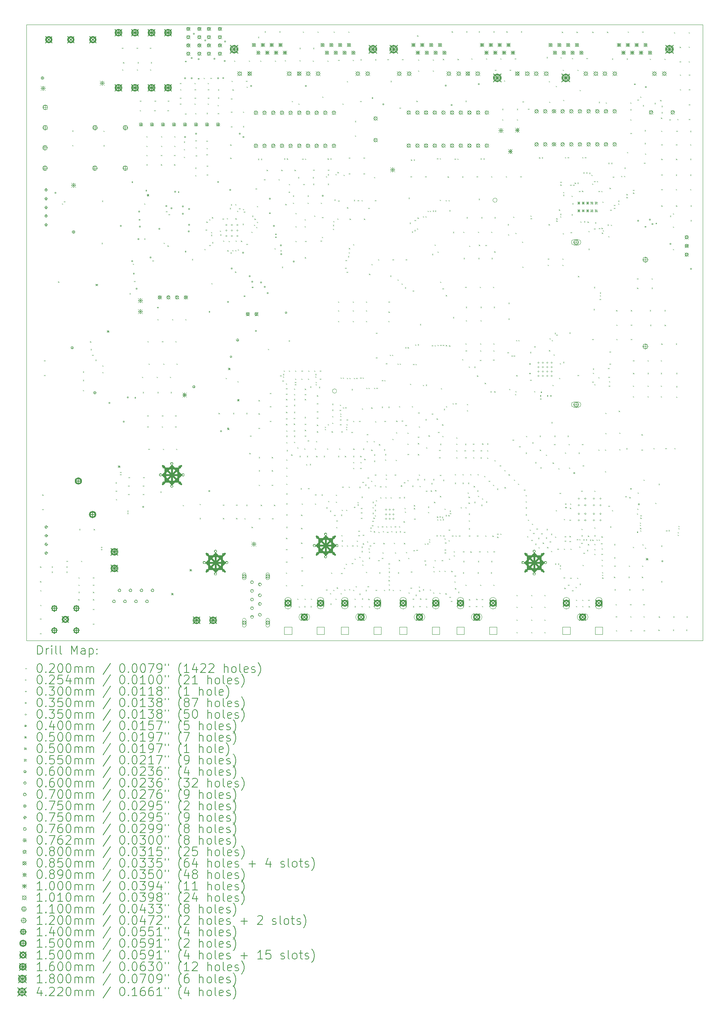
<source format=gbr>
%TF.GenerationSoftware,KiCad,Pcbnew,8.0.0-rc1*%
%TF.CreationDate,2024-05-28T16:40:17+03:00*%
%TF.ProjectId,MXVR_3566,4d585652-5f33-4353-9636-2e6b69636164,REV1*%
%TF.SameCoordinates,Original*%
%TF.FileFunction,Drillmap*%
%TF.FilePolarity,Positive*%
%FSLAX45Y45*%
G04 Gerber Fmt 4.5, Leading zero omitted, Abs format (unit mm)*
G04 Created by KiCad (PCBNEW 8.0.0-rc1) date 2024-05-28 16:40:17*
%MOMM*%
%LPD*%
G01*
G04 APERTURE LIST*
%ADD10C,0.050000*%
%ADD11C,0.200000*%
%ADD12C,0.100000*%
%ADD13C,0.101000*%
%ADD14C,0.110000*%
%ADD15C,0.120000*%
%ADD16C,0.140000*%
%ADD17C,0.150000*%
%ADD18C,0.160000*%
%ADD19C,0.180000*%
%ADD20C,0.422000*%
G04 APERTURE END LIST*
D10*
X4747000Y-2555000D02*
X20347000Y-2555000D01*
X20347000Y-16755000D01*
X4747000Y-16755000D01*
X4747000Y-2555000D01*
X11903500Y-11002000D02*
G75*
G02*
X11803500Y-11002000I-50000J0D01*
G01*
X11803500Y-11002000D02*
G75*
G02*
X11903500Y-11002000I50000J0D01*
G01*
X15603500Y-6602000D02*
G75*
G02*
X15503500Y-6602000I-50000J0D01*
G01*
X15503500Y-6602000D02*
G75*
G02*
X15603500Y-6602000I50000J0D01*
G01*
X17114000Y-16607001D02*
X17284000Y-16607001D01*
X17284000Y-16437001D01*
X17114000Y-16437001D01*
X17114000Y-16607001D01*
X17864000Y-16607001D02*
X18034000Y-16607001D01*
X18034000Y-16437001D01*
X17864000Y-16437001D01*
X17864000Y-16607001D01*
X10696000Y-16607001D02*
X10866000Y-16607001D01*
X10866000Y-16437001D01*
X10696000Y-16437001D01*
X10696000Y-16607001D01*
X11446000Y-16607001D02*
X11616000Y-16607001D01*
X11616000Y-16437001D01*
X11446000Y-16437001D01*
X11446000Y-16607001D01*
X14672000Y-16607001D02*
X14842000Y-16607001D01*
X14842000Y-16437001D01*
X14672000Y-16437001D01*
X14672000Y-16607001D01*
X15422000Y-16607001D02*
X15592000Y-16607001D01*
X15592000Y-16437001D01*
X15422000Y-16437001D01*
X15422000Y-16607001D01*
X12005000Y-16607001D02*
X12175000Y-16607001D01*
X12175000Y-16437001D01*
X12005000Y-16437001D01*
X12005000Y-16607001D01*
X12755000Y-16607001D02*
X12925000Y-16607001D01*
X12925000Y-16437001D01*
X12755000Y-16437001D01*
X12755000Y-16607001D01*
X13352000Y-16607001D02*
X13522000Y-16607001D01*
X13522000Y-16437001D01*
X13352000Y-16437001D01*
X13352000Y-16607001D01*
X14102000Y-16607001D02*
X14272000Y-16607001D01*
X14272000Y-16437001D01*
X14102000Y-16437001D01*
X14102000Y-16607001D01*
D11*
D12*
X5065000Y-15047000D02*
X5085000Y-15067000D01*
X5085000Y-15047000D02*
X5065000Y-15067000D01*
X5065000Y-15384000D02*
X5085000Y-15404000D01*
X5085000Y-15384000D02*
X5065000Y-15404000D01*
X5065000Y-16245000D02*
X5085000Y-16265000D01*
X5085000Y-16245000D02*
X5065000Y-16265000D01*
X5065000Y-16582000D02*
X5085000Y-16602000D01*
X5085000Y-16582000D02*
X5065000Y-16602000D01*
X5067000Y-15594000D02*
X5087000Y-15614000D01*
X5087000Y-15594000D02*
X5067000Y-15614000D01*
X5067000Y-15931000D02*
X5087000Y-15951000D01*
X5087000Y-15931000D02*
X5067000Y-15951000D01*
X5114000Y-13387000D02*
X5134000Y-13407000D01*
X5134000Y-13387000D02*
X5114000Y-13407000D01*
X5114000Y-13724000D02*
X5134000Y-13744000D01*
X5134000Y-13724000D02*
X5114000Y-13744000D01*
X5159000Y-10295000D02*
X5179000Y-10315000D01*
X5179000Y-10295000D02*
X5159000Y-10315000D01*
X5159000Y-10632000D02*
X5179000Y-10652000D01*
X5179000Y-10632000D02*
X5159000Y-10652000D01*
X5334000Y-15047000D02*
X5354000Y-15067000D01*
X5354000Y-15047000D02*
X5334000Y-15067000D01*
X5334000Y-15166000D02*
X5354000Y-15186000D01*
X5354000Y-15166000D02*
X5334000Y-15186000D01*
X5480000Y-8477000D02*
X5500000Y-8497000D01*
X5500000Y-8477000D02*
X5480000Y-8497000D01*
X5571000Y-6676000D02*
X5591000Y-6696000D01*
X5591000Y-6676000D02*
X5571000Y-6696000D01*
X5615000Y-6628000D02*
X5635000Y-6648000D01*
X5635000Y-6628000D02*
X5615000Y-6648000D01*
X5671000Y-15047000D02*
X5691000Y-15067000D01*
X5691000Y-15047000D02*
X5671000Y-15067000D01*
X5671000Y-15166000D02*
X5691000Y-15186000D01*
X5691000Y-15166000D02*
X5671000Y-15186000D01*
X5673000Y-14913000D02*
X5693000Y-14933000D01*
X5693000Y-14913000D02*
X5673000Y-14933000D01*
X5808000Y-4996000D02*
X5828000Y-5016000D01*
X5828000Y-4996000D02*
X5808000Y-5016000D01*
X5808000Y-5333000D02*
X5828000Y-5353000D01*
X5828000Y-5333000D02*
X5808000Y-5353000D01*
X5946000Y-15800000D02*
X5966000Y-15820000D01*
X5966000Y-15800000D02*
X5946000Y-15820000D01*
X5948000Y-15295000D02*
X5968000Y-15315000D01*
X5968000Y-15295000D02*
X5948000Y-15315000D01*
X5948000Y-15463000D02*
X5968000Y-15483000D01*
X5968000Y-15463000D02*
X5948000Y-15483000D01*
X5948000Y-15630000D02*
X5968000Y-15650000D01*
X5968000Y-15630000D02*
X5948000Y-15650000D01*
X5964000Y-14184000D02*
X5984000Y-14204000D01*
X5984000Y-14184000D02*
X5964000Y-14204000D01*
X6010000Y-14913000D02*
X6030000Y-14933000D01*
X6030000Y-14913000D02*
X6010000Y-14933000D01*
X6050000Y-10746000D02*
X6070000Y-10766000D01*
X6070000Y-10746000D02*
X6050000Y-10766000D01*
X6052000Y-10551000D02*
X6072000Y-10571000D01*
X6072000Y-10551000D02*
X6052000Y-10571000D01*
X6052000Y-10976000D02*
X6072000Y-10996000D01*
X6072000Y-10976000D02*
X6052000Y-10996000D01*
X6216000Y-9856000D02*
X6236000Y-9876000D01*
X6236000Y-9856000D02*
X6216000Y-9876000D01*
X6227000Y-10034000D02*
X6247000Y-10054000D01*
X6247000Y-10034000D02*
X6227000Y-10054000D01*
X6267000Y-10165000D02*
X6287000Y-10185000D01*
X6287000Y-10165000D02*
X6267000Y-10185000D01*
X6283000Y-15800000D02*
X6303000Y-15820000D01*
X6303000Y-15800000D02*
X6283000Y-15820000D01*
X6283000Y-16024000D02*
X6303000Y-16044000D01*
X6303000Y-16024000D02*
X6283000Y-16044000D01*
X6283000Y-16361000D02*
X6303000Y-16381000D01*
X6303000Y-16361000D02*
X6283000Y-16381000D01*
X6285000Y-15295000D02*
X6305000Y-15315000D01*
X6305000Y-15295000D02*
X6285000Y-15315000D01*
X6285000Y-15463000D02*
X6305000Y-15483000D01*
X6305000Y-15463000D02*
X6285000Y-15483000D01*
X6285000Y-15630000D02*
X6305000Y-15650000D01*
X6305000Y-15630000D02*
X6285000Y-15650000D01*
X6301000Y-14184000D02*
X6321000Y-14204000D01*
X6321000Y-14184000D02*
X6301000Y-14204000D01*
X6339000Y-10279000D02*
X6359000Y-10299000D01*
X6359000Y-10279000D02*
X6339000Y-10299000D01*
X6485000Y-7586000D02*
X6505000Y-7606000D01*
X6505000Y-7586000D02*
X6485000Y-7606000D01*
X6490000Y-6613000D02*
X6510000Y-6633000D01*
X6510000Y-6613000D02*
X6490000Y-6633000D01*
X6500000Y-10409000D02*
X6520000Y-10429000D01*
X6520000Y-10409000D02*
X6500000Y-10429000D01*
X6500000Y-10563000D02*
X6520000Y-10583000D01*
X6520000Y-10563000D02*
X6500000Y-10583000D01*
X6525000Y-4999000D02*
X6545000Y-5019000D01*
X6545000Y-4999000D02*
X6525000Y-5019000D01*
X6525000Y-5336000D02*
X6545000Y-5356000D01*
X6545000Y-5336000D02*
X6525000Y-5356000D01*
X6806000Y-13108000D02*
X6826000Y-13128000D01*
X6826000Y-13108000D02*
X6806000Y-13128000D01*
X6809000Y-13298000D02*
X6829000Y-13318000D01*
X6829000Y-13298000D02*
X6809000Y-13318000D01*
X6812000Y-13492000D02*
X6832000Y-13512000D01*
X6832000Y-13492000D02*
X6812000Y-13512000D01*
X6911000Y-12863650D02*
X6931000Y-12883650D01*
X6931000Y-12863650D02*
X6911000Y-12883650D01*
X6911000Y-12916350D02*
X6931000Y-12936350D01*
X6931000Y-12916350D02*
X6911000Y-12936350D01*
X6954000Y-3086000D02*
X6974000Y-3106000D01*
X6974000Y-3086000D02*
X6954000Y-3106000D01*
X6959000Y-3587000D02*
X6979000Y-3607000D01*
X6979000Y-3587000D02*
X6959000Y-3607000D01*
X6977000Y-3423000D02*
X6997000Y-3443000D01*
X6997000Y-3423000D02*
X6977000Y-3443000D01*
X7077000Y-13758650D02*
X7097000Y-13778650D01*
X7097000Y-13758650D02*
X7077000Y-13778650D01*
X7077000Y-13811350D02*
X7097000Y-13831350D01*
X7097000Y-13811350D02*
X7077000Y-13831350D01*
X7098000Y-13181000D02*
X7118000Y-13201000D01*
X7118000Y-13181000D02*
X7098000Y-13201000D01*
X7098000Y-13373000D02*
X7118000Y-13393000D01*
X7118000Y-13373000D02*
X7098000Y-13393000D01*
X7106000Y-12984000D02*
X7126000Y-13004000D01*
X7126000Y-12984000D02*
X7106000Y-13004000D01*
X7127000Y-8748000D02*
X7147000Y-8768000D01*
X7147000Y-8748000D02*
X7127000Y-8768000D01*
X7202000Y-8063000D02*
X7222000Y-8083000D01*
X7222000Y-8063000D02*
X7202000Y-8083000D01*
X7233000Y-8461000D02*
X7253000Y-8481000D01*
X7253000Y-8461000D02*
X7233000Y-8481000D01*
X7291000Y-3086000D02*
X7311000Y-3106000D01*
X7311000Y-3086000D02*
X7291000Y-3106000D01*
X7296000Y-3587000D02*
X7316000Y-3607000D01*
X7316000Y-3587000D02*
X7296000Y-3607000D01*
X7314000Y-3423000D02*
X7334000Y-3443000D01*
X7334000Y-3423000D02*
X7314000Y-3443000D01*
X7362000Y-4529000D02*
X7382000Y-4549000D01*
X7382000Y-4529000D02*
X7362000Y-4549000D01*
X7368000Y-4308000D02*
X7388000Y-4328000D01*
X7388000Y-4308000D02*
X7368000Y-4328000D01*
X7414000Y-10676000D02*
X7434000Y-10696000D01*
X7434000Y-10676000D02*
X7414000Y-10696000D01*
X7431000Y-11026000D02*
X7451000Y-11046000D01*
X7451000Y-11026000D02*
X7431000Y-11046000D01*
X7435000Y-13181000D02*
X7455000Y-13201000D01*
X7455000Y-13181000D02*
X7435000Y-13201000D01*
X7435000Y-13373000D02*
X7455000Y-13393000D01*
X7455000Y-13373000D02*
X7435000Y-13393000D01*
X7443000Y-12984000D02*
X7463000Y-13004000D01*
X7463000Y-12984000D02*
X7443000Y-13004000D01*
X7466000Y-7486000D02*
X7486000Y-7506000D01*
X7486000Y-7486000D02*
X7466000Y-7506000D01*
X7467000Y-6677000D02*
X7487000Y-6697000D01*
X7487000Y-6677000D02*
X7467000Y-6697000D01*
X7514000Y-5559000D02*
X7534000Y-5579000D01*
X7534000Y-5559000D02*
X7514000Y-5579000D01*
X7514000Y-5776000D02*
X7534000Y-5796000D01*
X7534000Y-5776000D02*
X7514000Y-5796000D01*
X7516000Y-5129000D02*
X7536000Y-5149000D01*
X7536000Y-5129000D02*
X7516000Y-5149000D01*
X7516000Y-5350000D02*
X7536000Y-5370000D01*
X7536000Y-5350000D02*
X7516000Y-5370000D01*
X7537000Y-11816000D02*
X7557000Y-11836000D01*
X7557000Y-11816000D02*
X7537000Y-11836000D01*
X7538000Y-11563000D02*
X7558000Y-11583000D01*
X7558000Y-11563000D02*
X7538000Y-11583000D01*
X7540000Y-9850000D02*
X7560000Y-9870000D01*
X7560000Y-9850000D02*
X7540000Y-9870000D01*
X7561000Y-12334000D02*
X7581000Y-12354000D01*
X7581000Y-12334000D02*
X7561000Y-12354000D01*
X7569000Y-10369000D02*
X7589000Y-10389000D01*
X7589000Y-10369000D02*
X7569000Y-10389000D01*
X7596000Y-3086000D02*
X7616000Y-3106000D01*
X7616000Y-3086000D02*
X7596000Y-3106000D01*
X7601000Y-3587000D02*
X7621000Y-3607000D01*
X7621000Y-3587000D02*
X7601000Y-3607000D01*
X7619000Y-3423000D02*
X7639000Y-3443000D01*
X7639000Y-3423000D02*
X7619000Y-3443000D01*
X7654000Y-7991000D02*
X7674000Y-8011000D01*
X7674000Y-7991000D02*
X7654000Y-8011000D01*
X7699000Y-4529000D02*
X7719000Y-4549000D01*
X7719000Y-4529000D02*
X7699000Y-4549000D01*
X7705000Y-4308000D02*
X7725000Y-4328000D01*
X7725000Y-4308000D02*
X7705000Y-4328000D01*
X7751000Y-10676000D02*
X7771000Y-10696000D01*
X7771000Y-10676000D02*
X7751000Y-10696000D01*
X7768000Y-11026000D02*
X7788000Y-11046000D01*
X7788000Y-11026000D02*
X7768000Y-11046000D01*
X7771000Y-9346000D02*
X7791000Y-9366000D01*
X7791000Y-9346000D02*
X7771000Y-9366000D01*
X7837000Y-13320000D02*
X7857000Y-13340000D01*
X7857000Y-13320000D02*
X7837000Y-13340000D01*
X7851000Y-5559000D02*
X7871000Y-5579000D01*
X7871000Y-5559000D02*
X7851000Y-5579000D01*
X7851000Y-5776000D02*
X7871000Y-5796000D01*
X7871000Y-5776000D02*
X7851000Y-5796000D01*
X7853000Y-5129000D02*
X7873000Y-5149000D01*
X7873000Y-5129000D02*
X7853000Y-5149000D01*
X7853000Y-5350000D02*
X7873000Y-5370000D01*
X7873000Y-5350000D02*
X7853000Y-5370000D01*
X7874000Y-11816000D02*
X7894000Y-11836000D01*
X7894000Y-11816000D02*
X7874000Y-11836000D01*
X7875000Y-11563000D02*
X7895000Y-11583000D01*
X7895000Y-11563000D02*
X7875000Y-11583000D01*
X7877000Y-9850000D02*
X7897000Y-9870000D01*
X7897000Y-9850000D02*
X7877000Y-9870000D01*
X7898000Y-12334000D02*
X7918000Y-12354000D01*
X7918000Y-12334000D02*
X7898000Y-12354000D01*
X7906000Y-10369000D02*
X7926000Y-10389000D01*
X7926000Y-10369000D02*
X7906000Y-10389000D01*
X7914000Y-7581000D02*
X7934000Y-7601000D01*
X7934000Y-7581000D02*
X7914000Y-7601000D01*
X7969000Y-6856000D02*
X7989000Y-6876000D01*
X7989000Y-6856000D02*
X7969000Y-6876000D01*
X8003000Y-7647000D02*
X8023000Y-7667000D01*
X8023000Y-7647000D02*
X8003000Y-7667000D01*
X8004000Y-4529000D02*
X8024000Y-4549000D01*
X8024000Y-4529000D02*
X8004000Y-4549000D01*
X8010000Y-4308000D02*
X8030000Y-4328000D01*
X8030000Y-4308000D02*
X8010000Y-4328000D01*
X8029000Y-6920500D02*
X8049000Y-6940500D01*
X8049000Y-6920500D02*
X8029000Y-6940500D01*
X8056000Y-10676000D02*
X8076000Y-10696000D01*
X8076000Y-10676000D02*
X8056000Y-10696000D01*
X8073000Y-11026000D02*
X8093000Y-11046000D01*
X8093000Y-11026000D02*
X8073000Y-11046000D01*
X8108000Y-9346000D02*
X8128000Y-9366000D01*
X8128000Y-9346000D02*
X8108000Y-9366000D01*
X8156000Y-5559000D02*
X8176000Y-5579000D01*
X8176000Y-5559000D02*
X8156000Y-5579000D01*
X8156000Y-5776000D02*
X8176000Y-5796000D01*
X8176000Y-5776000D02*
X8156000Y-5796000D01*
X8158000Y-5129000D02*
X8178000Y-5149000D01*
X8178000Y-5129000D02*
X8158000Y-5149000D01*
X8158000Y-5350000D02*
X8178000Y-5370000D01*
X8178000Y-5350000D02*
X8158000Y-5370000D01*
X8179000Y-11816000D02*
X8199000Y-11836000D01*
X8199000Y-11816000D02*
X8179000Y-11836000D01*
X8180000Y-11563000D02*
X8200000Y-11583000D01*
X8200000Y-11563000D02*
X8180000Y-11583000D01*
X8182000Y-9850000D02*
X8202000Y-9870000D01*
X8202000Y-9850000D02*
X8182000Y-9870000D01*
X8203000Y-12334000D02*
X8223000Y-12354000D01*
X8223000Y-12334000D02*
X8203000Y-12354000D01*
X8211000Y-10369000D02*
X8231000Y-10389000D01*
X8231000Y-10369000D02*
X8211000Y-10389000D01*
X8289000Y-3900000D02*
X8309000Y-3920000D01*
X8309000Y-3900000D02*
X8289000Y-3920000D01*
X8289000Y-4372000D02*
X8309000Y-4392000D01*
X8309000Y-4372000D02*
X8289000Y-4392000D01*
X8291000Y-4237000D02*
X8311000Y-4257000D01*
X8311000Y-4237000D02*
X8291000Y-4257000D01*
X8293000Y-4043000D02*
X8313000Y-4063000D01*
X8313000Y-4043000D02*
X8293000Y-4063000D01*
X8353000Y-13626000D02*
X8373000Y-13646000D01*
X8373000Y-13626000D02*
X8353000Y-13646000D01*
X8380000Y-5422000D02*
X8400000Y-5442000D01*
X8400000Y-5422000D02*
X8380000Y-5442000D01*
X8380000Y-5600000D02*
X8400000Y-5620000D01*
X8400000Y-5600000D02*
X8380000Y-5620000D01*
X8382000Y-5249000D02*
X8402000Y-5269000D01*
X8402000Y-5249000D02*
X8382000Y-5269000D01*
X8409000Y-4603000D02*
X8429000Y-4623000D01*
X8429000Y-4603000D02*
X8409000Y-4623000D01*
X8413000Y-9346000D02*
X8433000Y-9366000D01*
X8433000Y-9346000D02*
X8413000Y-9366000D01*
X8563000Y-7960000D02*
X8583000Y-7980000D01*
X8583000Y-7960000D02*
X8563000Y-7980000D01*
X8626000Y-3900000D02*
X8646000Y-3920000D01*
X8646000Y-3900000D02*
X8626000Y-3920000D01*
X8626000Y-4372000D02*
X8646000Y-4392000D01*
X8646000Y-4372000D02*
X8626000Y-4392000D01*
X8628000Y-4237000D02*
X8648000Y-4257000D01*
X8648000Y-4237000D02*
X8628000Y-4257000D01*
X8630000Y-4043000D02*
X8650000Y-4063000D01*
X8650000Y-4043000D02*
X8630000Y-4063000D01*
X8641000Y-5853000D02*
X8661000Y-5873000D01*
X8661000Y-5853000D02*
X8641000Y-5873000D01*
X8643000Y-4592000D02*
X8663000Y-4612000D01*
X8663000Y-4592000D02*
X8643000Y-4612000D01*
X8643000Y-6026000D02*
X8663000Y-6046000D01*
X8663000Y-6026000D02*
X8643000Y-6046000D01*
X8645000Y-5223000D02*
X8665000Y-5243000D01*
X8665000Y-5223000D02*
X8645000Y-5243000D01*
X8651000Y-5382000D02*
X8671000Y-5402000D01*
X8671000Y-5382000D02*
X8651000Y-5402000D01*
X8653000Y-5566000D02*
X8673000Y-5586000D01*
X8673000Y-5566000D02*
X8653000Y-5586000D01*
X8745000Y-13601000D02*
X8765000Y-13621000D01*
X8765000Y-13601000D02*
X8745000Y-13621000D01*
X8745000Y-13930000D02*
X8765000Y-13950000D01*
X8765000Y-13930000D02*
X8745000Y-13950000D01*
X8839000Y-3784000D02*
X8859000Y-3804000D01*
X8859000Y-3784000D02*
X8839000Y-3804000D01*
X8852000Y-7727000D02*
X8872000Y-7747000D01*
X8872000Y-7727000D02*
X8852000Y-7747000D01*
X8883000Y-7277000D02*
X8903000Y-7297000D01*
X8903000Y-7277000D02*
X8883000Y-7297000D01*
X8899000Y-7096000D02*
X8919000Y-7116000D01*
X8919000Y-7096000D02*
X8899000Y-7116000D01*
X8900000Y-5228000D02*
X8920000Y-5248000D01*
X8920000Y-5228000D02*
X8900000Y-5248000D01*
X8901000Y-5544000D02*
X8921000Y-5564000D01*
X8921000Y-5544000D02*
X8901000Y-5564000D01*
X8902000Y-5401000D02*
X8922000Y-5421000D01*
X8922000Y-5401000D02*
X8902000Y-5421000D01*
X8906000Y-4590000D02*
X8926000Y-4610000D01*
X8926000Y-4590000D02*
X8906000Y-4610000D01*
X8908000Y-5806000D02*
X8928000Y-5826000D01*
X8928000Y-5806000D02*
X8908000Y-5826000D01*
X8910000Y-6008000D02*
X8930000Y-6028000D01*
X8930000Y-6008000D02*
X8910000Y-6028000D01*
X8931000Y-3900000D02*
X8951000Y-3920000D01*
X8951000Y-3900000D02*
X8931000Y-3920000D01*
X8931000Y-4372000D02*
X8951000Y-4392000D01*
X8951000Y-4372000D02*
X8931000Y-4392000D01*
X8933000Y-4237000D02*
X8953000Y-4257000D01*
X8953000Y-4237000D02*
X8933000Y-4257000D01*
X8935000Y-4043000D02*
X8955000Y-4063000D01*
X8955000Y-4043000D02*
X8935000Y-4063000D01*
X8964384Y-7041950D02*
X8984384Y-7061950D01*
X8984384Y-7041950D02*
X8964384Y-7061950D01*
X8969000Y-7633000D02*
X8989000Y-7653000D01*
X8989000Y-7633000D02*
X8969000Y-7653000D01*
X8994000Y-3780000D02*
X9014000Y-3800000D01*
X9014000Y-3780000D02*
X8994000Y-3800000D01*
X9004412Y-7401588D02*
X9024412Y-7421588D01*
X9024412Y-7401588D02*
X9004412Y-7421588D01*
X9007000Y-7338000D02*
X9027000Y-7358000D01*
X9027000Y-7338000D02*
X9007000Y-7358000D01*
X9016000Y-8517000D02*
X9036000Y-8537000D01*
X9036000Y-8517000D02*
X9016000Y-8537000D01*
X9028000Y-6995000D02*
X9048000Y-7015000D01*
X9048000Y-6995000D02*
X9028000Y-7015000D01*
X9030000Y-7571000D02*
X9050000Y-7591000D01*
X9050000Y-7571000D02*
X9030000Y-7591000D01*
X9156000Y-4406000D02*
X9176000Y-4426000D01*
X9176000Y-4406000D02*
X9156000Y-4426000D01*
X9164000Y-4595000D02*
X9184000Y-4615000D01*
X9184000Y-4595000D02*
X9164000Y-4615000D01*
X9165000Y-4049000D02*
X9185000Y-4069000D01*
X9185000Y-4049000D02*
X9165000Y-4069000D01*
X9166000Y-4233000D02*
X9186000Y-4253000D01*
X9186000Y-4233000D02*
X9166000Y-4253000D01*
X9179000Y-11508000D02*
X9199000Y-11528000D01*
X9199000Y-11508000D02*
X9179000Y-11528000D01*
X9210000Y-7306000D02*
X9230000Y-7326000D01*
X9230000Y-7306000D02*
X9210000Y-7326000D01*
X9217709Y-7391118D02*
X9237709Y-7411118D01*
X9237709Y-7391118D02*
X9217709Y-7411118D01*
X9273149Y-7022947D02*
X9293149Y-7042947D01*
X9293149Y-7022947D02*
X9273149Y-7042947D01*
X9282000Y-13618000D02*
X9302000Y-13638000D01*
X9302000Y-13618000D02*
X9282000Y-13638000D01*
X9282000Y-13930000D02*
X9302000Y-13950000D01*
X9302000Y-13930000D02*
X9282000Y-13950000D01*
X9286894Y-7532218D02*
X9306894Y-7552218D01*
X9306894Y-7532218D02*
X9286894Y-7552218D01*
X9346000Y-10699000D02*
X9366000Y-10719000D01*
X9366000Y-10699000D02*
X9346000Y-10719000D01*
X9372000Y-7017000D02*
X9392000Y-7037000D01*
X9392000Y-7017000D02*
X9372000Y-7037000D01*
X9384000Y-7758000D02*
X9404000Y-7778000D01*
X9404000Y-7758000D02*
X9384000Y-7778000D01*
X9413462Y-7541050D02*
X9433462Y-7561050D01*
X9433462Y-7541050D02*
X9413462Y-7561050D01*
X9439550Y-6783938D02*
X9459550Y-6803938D01*
X9459550Y-6783938D02*
X9439550Y-6803938D01*
X9450000Y-5319000D02*
X9470000Y-5339000D01*
X9470000Y-5319000D02*
X9450000Y-5339000D01*
X9450000Y-5624000D02*
X9470000Y-5644000D01*
X9470000Y-5624000D02*
X9450000Y-5644000D01*
X9452000Y-7806500D02*
X9472000Y-7826500D01*
X9472000Y-7806500D02*
X9452000Y-7826500D01*
X9463000Y-6699500D02*
X9483000Y-6719500D01*
X9483000Y-6699500D02*
X9463000Y-6719500D01*
X9466000Y-4255000D02*
X9486000Y-4275000D01*
X9486000Y-4255000D02*
X9466000Y-4275000D01*
X9466000Y-4560000D02*
X9486000Y-4580000D01*
X9486000Y-4560000D02*
X9466000Y-4580000D01*
X9466000Y-4897000D02*
X9486000Y-4917000D01*
X9486000Y-4897000D02*
X9466000Y-4917000D01*
X9478000Y-3850000D02*
X9498000Y-3870000D01*
X9498000Y-3850000D02*
X9478000Y-3870000D01*
X9497000Y-7751000D02*
X9517000Y-7771000D01*
X9517000Y-7751000D02*
X9497000Y-7771000D01*
X9502000Y-4049000D02*
X9522000Y-4069000D01*
X9522000Y-4049000D02*
X9502000Y-4069000D01*
X9516000Y-11508000D02*
X9536000Y-11528000D01*
X9536000Y-11508000D02*
X9516000Y-11528000D01*
X9540000Y-3384000D02*
X9560000Y-3404000D01*
X9560000Y-3384000D02*
X9540000Y-3404000D01*
X9559000Y-8248000D02*
X9579000Y-8268000D01*
X9579000Y-8248000D02*
X9559000Y-8268000D01*
X9563000Y-6694500D02*
X9583000Y-6714500D01*
X9583000Y-6694500D02*
X9563000Y-6714500D01*
X9567000Y-7750000D02*
X9587000Y-7770000D01*
X9587000Y-7750000D02*
X9567000Y-7770000D01*
X9569000Y-7021000D02*
X9589000Y-7041000D01*
X9589000Y-7021000D02*
X9569000Y-7041000D01*
X9572000Y-7534000D02*
X9592000Y-7554000D01*
X9592000Y-7534000D02*
X9572000Y-7554000D01*
X9587000Y-13618000D02*
X9607000Y-13638000D01*
X9607000Y-13618000D02*
X9587000Y-13638000D01*
X9587000Y-13930000D02*
X9607000Y-13950000D01*
X9607000Y-13930000D02*
X9587000Y-13950000D01*
X9608000Y-6848000D02*
X9628000Y-6868000D01*
X9628000Y-6848000D02*
X9608000Y-6868000D01*
X9613000Y-10773000D02*
X9633000Y-10793000D01*
X9633000Y-10773000D02*
X9613000Y-10793000D01*
X9623180Y-7732820D02*
X9643180Y-7752820D01*
X9643180Y-7732820D02*
X9623180Y-7752820D01*
X9654000Y-6785000D02*
X9674000Y-6805000D01*
X9674000Y-6785000D02*
X9654000Y-6805000D01*
X9694750Y-7537250D02*
X9714750Y-7557250D01*
X9714750Y-7537250D02*
X9694750Y-7557250D01*
X9733000Y-7146000D02*
X9753000Y-7166000D01*
X9753000Y-7146000D02*
X9733000Y-7166000D01*
X9741000Y-6803000D02*
X9761000Y-6823000D01*
X9761000Y-6803000D02*
X9741000Y-6823000D01*
X9742000Y-4559000D02*
X9762000Y-4579000D01*
X9762000Y-4559000D02*
X9742000Y-4579000D01*
X9742000Y-4896000D02*
X9762000Y-4916000D01*
X9762000Y-4896000D02*
X9742000Y-4916000D01*
X9763017Y-6866016D02*
X9783017Y-6886016D01*
X9783017Y-6866016D02*
X9763017Y-6886016D01*
X9775000Y-13932000D02*
X9795000Y-13952000D01*
X9795000Y-13932000D02*
X9775000Y-13952000D01*
X9815000Y-3850000D02*
X9835000Y-3870000D01*
X9835000Y-3850000D02*
X9815000Y-3870000D01*
X9816000Y-13625000D02*
X9836000Y-13645000D01*
X9836000Y-13625000D02*
X9816000Y-13645000D01*
X9821000Y-11508000D02*
X9841000Y-11528000D01*
X9841000Y-11508000D02*
X9821000Y-11528000D01*
X9822000Y-7609000D02*
X9842000Y-7629000D01*
X9842000Y-7609000D02*
X9822000Y-7629000D01*
X9826000Y-3983000D02*
X9846000Y-4003000D01*
X9846000Y-3983000D02*
X9826000Y-4003000D01*
X9877000Y-3384000D02*
X9897000Y-3404000D01*
X9897000Y-3384000D02*
X9877000Y-3404000D01*
X9892000Y-12430000D02*
X9912000Y-12450000D01*
X9912000Y-12430000D02*
X9892000Y-12450000D01*
X9909000Y-12028367D02*
X9929000Y-12048367D01*
X9929000Y-12028367D02*
X9909000Y-12048367D01*
X9936450Y-7331050D02*
X9956450Y-7351050D01*
X9956450Y-7331050D02*
X9936450Y-7351050D01*
X9940000Y-14133000D02*
X9960000Y-14153000D01*
X9960000Y-14133000D02*
X9940000Y-14153000D01*
X9955500Y-6959500D02*
X9975500Y-6979500D01*
X9975500Y-6959500D02*
X9955500Y-6979500D01*
X9996000Y-7169450D02*
X10016000Y-7189450D01*
X10016000Y-7169450D02*
X9996000Y-7189450D01*
X10009500Y-7029000D02*
X10029500Y-7049000D01*
X10029500Y-7029000D02*
X10009500Y-7049000D01*
X10035000Y-6328000D02*
X10055000Y-6348000D01*
X10055000Y-6328000D02*
X10035000Y-6348000D01*
X10048531Y-7220842D02*
X10068531Y-7240842D01*
X10068531Y-7220842D02*
X10048531Y-7240842D01*
X10062000Y-7103000D02*
X10082000Y-7123000D01*
X10082000Y-7103000D02*
X10062000Y-7123000D01*
X10065000Y-6734000D02*
X10085000Y-6754000D01*
X10085000Y-6734000D02*
X10065000Y-6754000D01*
X10090300Y-5649000D02*
X10110300Y-5669000D01*
X10110300Y-5649000D02*
X10090300Y-5669000D01*
X10091500Y-2837500D02*
X10111500Y-2857500D01*
X10111500Y-2837500D02*
X10091500Y-2857500D01*
X10101000Y-11210000D02*
X10121000Y-11230000D01*
X10121000Y-11210000D02*
X10101000Y-11230000D01*
X10101000Y-11515000D02*
X10121000Y-11535000D01*
X10121000Y-11515000D02*
X10101000Y-11535000D01*
X10101000Y-11852000D02*
X10121000Y-11872000D01*
X10121000Y-11852000D02*
X10101000Y-11872000D01*
X10108000Y-12523000D02*
X10128000Y-12543000D01*
X10128000Y-12523000D02*
X10108000Y-12543000D01*
X10108000Y-12828000D02*
X10128000Y-12848000D01*
X10128000Y-12828000D02*
X10108000Y-12848000D01*
X10108000Y-13165000D02*
X10128000Y-13185000D01*
X10128000Y-13165000D02*
X10108000Y-13185000D01*
X10112000Y-13932000D02*
X10132000Y-13952000D01*
X10132000Y-13932000D02*
X10112000Y-13952000D01*
X10143000Y-3384000D02*
X10163000Y-3404000D01*
X10163000Y-3384000D02*
X10143000Y-3404000D01*
X10153000Y-13625000D02*
X10173000Y-13645000D01*
X10173000Y-13625000D02*
X10153000Y-13645000D01*
X10155700Y-5649000D02*
X10175700Y-5669000D01*
X10175700Y-5649000D02*
X10155700Y-5669000D01*
X10229000Y-6120000D02*
X10249000Y-6140000D01*
X10249000Y-6120000D02*
X10229000Y-6140000D01*
X10242000Y-2709000D02*
X10262000Y-2729000D01*
X10262000Y-2709000D02*
X10242000Y-2729000D01*
X10290000Y-5901000D02*
X10310000Y-5921000D01*
X10310000Y-5901000D02*
X10290000Y-5921000D01*
X10317500Y-10029500D02*
X10337500Y-10049500D01*
X10337500Y-10029500D02*
X10317500Y-10049500D01*
X10364000Y-11048000D02*
X10384000Y-11068000D01*
X10384000Y-11048000D02*
X10364000Y-11068000D01*
X10364000Y-11353000D02*
X10384000Y-11373000D01*
X10384000Y-11353000D02*
X10364000Y-11373000D01*
X10364000Y-11690000D02*
X10384000Y-11710000D01*
X10384000Y-11690000D02*
X10364000Y-11710000D01*
X10406000Y-12523000D02*
X10426000Y-12543000D01*
X10426000Y-12523000D02*
X10406000Y-12543000D01*
X10406000Y-12828000D02*
X10426000Y-12848000D01*
X10426000Y-12828000D02*
X10406000Y-12848000D01*
X10406000Y-13165000D02*
X10426000Y-13185000D01*
X10426000Y-13165000D02*
X10406000Y-13185000D01*
X10417000Y-13932000D02*
X10437000Y-13952000D01*
X10437000Y-13932000D02*
X10417000Y-13952000D01*
X10458000Y-13625000D02*
X10478000Y-13645000D01*
X10478000Y-13625000D02*
X10458000Y-13645000D01*
X10471000Y-7709000D02*
X10491000Y-7729000D01*
X10491000Y-7709000D02*
X10471000Y-7729000D01*
X10480000Y-3384000D02*
X10500000Y-3404000D01*
X10500000Y-3384000D02*
X10480000Y-3404000D01*
X10566000Y-6120000D02*
X10586000Y-6140000D01*
X10586000Y-6120000D02*
X10566000Y-6140000D01*
X10579000Y-2709000D02*
X10599000Y-2729000D01*
X10599000Y-2709000D02*
X10579000Y-2729000D01*
X10602000Y-10639000D02*
X10622000Y-10659000D01*
X10622000Y-10639000D02*
X10602000Y-10659000D01*
X10604000Y-7758000D02*
X10624000Y-7778000D01*
X10624000Y-7758000D02*
X10604000Y-7778000D01*
X10627000Y-5901000D02*
X10647000Y-5921000D01*
X10647000Y-5901000D02*
X10627000Y-5921000D01*
X10642000Y-8137000D02*
X10662000Y-8157000D01*
X10662000Y-8137000D02*
X10642000Y-8157000D01*
X10653000Y-10756000D02*
X10673000Y-10776000D01*
X10673000Y-10756000D02*
X10653000Y-10776000D01*
X10665000Y-10610650D02*
X10685000Y-10630650D01*
X10685000Y-10610650D02*
X10665000Y-10630650D01*
X10665000Y-10663350D02*
X10685000Y-10683350D01*
X10685000Y-10663350D02*
X10665000Y-10683350D01*
X10680000Y-10528000D02*
X10700000Y-10548000D01*
X10700000Y-10528000D02*
X10680000Y-10548000D01*
X10690300Y-5641000D02*
X10710300Y-5661000D01*
X10710300Y-5641000D02*
X10690300Y-5661000D01*
X10709000Y-3375000D02*
X10729000Y-3395000D01*
X10729000Y-3375000D02*
X10709000Y-3395000D01*
X10721000Y-6689000D02*
X10741000Y-6709000D01*
X10741000Y-6689000D02*
X10721000Y-6709000D01*
X10734000Y-15187000D02*
X10754000Y-15207000D01*
X10754000Y-15187000D02*
X10734000Y-15207000D01*
X10734000Y-15475000D02*
X10754000Y-15495000D01*
X10754000Y-15475000D02*
X10734000Y-15495000D01*
X10735000Y-10826000D02*
X10755000Y-10846000D01*
X10755000Y-10826000D02*
X10735000Y-10846000D01*
X10737000Y-11342000D02*
X10757000Y-11362000D01*
X10757000Y-11342000D02*
X10737000Y-11362000D01*
X10737000Y-11483000D02*
X10757000Y-11503000D01*
X10757000Y-11483000D02*
X10737000Y-11503000D01*
X10738000Y-10938000D02*
X10758000Y-10958000D01*
X10758000Y-10938000D02*
X10738000Y-10958000D01*
X10738000Y-11063000D02*
X10758000Y-11083000D01*
X10758000Y-11063000D02*
X10738000Y-11083000D01*
X10738000Y-11187000D02*
X10758000Y-11207000D01*
X10758000Y-11187000D02*
X10738000Y-11207000D01*
X10738000Y-11631000D02*
X10758000Y-11651000D01*
X10758000Y-11631000D02*
X10738000Y-11651000D01*
X10738000Y-11760000D02*
X10758000Y-11780000D01*
X10758000Y-11760000D02*
X10738000Y-11780000D01*
X10738000Y-14387000D02*
X10758000Y-14407000D01*
X10758000Y-14387000D02*
X10738000Y-14407000D01*
X10738000Y-14646000D02*
X10758000Y-14666000D01*
X10758000Y-14646000D02*
X10738000Y-14666000D01*
X10738000Y-14931000D02*
X10758000Y-14951000D01*
X10758000Y-14931000D02*
X10738000Y-14951000D01*
X10740000Y-11909000D02*
X10760000Y-11929000D01*
X10760000Y-11909000D02*
X10740000Y-11929000D01*
X10740000Y-12033000D02*
X10760000Y-12053000D01*
X10760000Y-12033000D02*
X10740000Y-12053000D01*
X10741000Y-12183000D02*
X10761000Y-12203000D01*
X10761000Y-12183000D02*
X10741000Y-12203000D01*
X10742000Y-12578000D02*
X10762000Y-12598000D01*
X10762000Y-12578000D02*
X10742000Y-12598000D01*
X10742000Y-13363000D02*
X10762000Y-13383000D01*
X10762000Y-13363000D02*
X10742000Y-13383000D01*
X10742000Y-13590000D02*
X10762000Y-13610000D01*
X10762000Y-13590000D02*
X10742000Y-13610000D01*
X10742000Y-13843000D02*
X10762000Y-13863000D01*
X10762000Y-13843000D02*
X10742000Y-13863000D01*
X10742000Y-14131000D02*
X10762000Y-14151000D01*
X10762000Y-14131000D02*
X10742000Y-14151000D01*
X10743000Y-12762000D02*
X10763000Y-12782000D01*
X10763000Y-12762000D02*
X10743000Y-12782000D01*
X10743000Y-12952000D02*
X10763000Y-12972000D01*
X10763000Y-12952000D02*
X10743000Y-12972000D01*
X10743000Y-13139000D02*
X10763000Y-13159000D01*
X10763000Y-13139000D02*
X10743000Y-13159000D01*
X10752000Y-12362000D02*
X10772000Y-12382000D01*
X10772000Y-12362000D02*
X10752000Y-12382000D01*
X10755700Y-5641000D02*
X10775700Y-5661000D01*
X10775700Y-5641000D02*
X10755700Y-5661000D01*
X10799000Y-6226000D02*
X10819000Y-6246000D01*
X10819000Y-6226000D02*
X10799000Y-6246000D01*
X10802000Y-10528000D02*
X10822000Y-10548000D01*
X10822000Y-10528000D02*
X10802000Y-10548000D01*
X10856000Y-12463000D02*
X10876000Y-12483000D01*
X10876000Y-12463000D02*
X10856000Y-12483000D01*
X10868000Y-4317000D02*
X10888000Y-4337000D01*
X10888000Y-4317000D02*
X10868000Y-4337000D01*
X10895000Y-6495000D02*
X10915000Y-6515000D01*
X10915000Y-6495000D02*
X10895000Y-6515000D01*
X10896000Y-6658000D02*
X10916000Y-6678000D01*
X10916000Y-6658000D02*
X10896000Y-6678000D01*
X10916000Y-11619000D02*
X10936000Y-11639000D01*
X10936000Y-11619000D02*
X10916000Y-11639000D01*
X10916000Y-11754000D02*
X10936000Y-11774000D01*
X10936000Y-11754000D02*
X10916000Y-11774000D01*
X10916000Y-11908000D02*
X10936000Y-11928000D01*
X10936000Y-11908000D02*
X10916000Y-11928000D01*
X10917000Y-11482000D02*
X10937000Y-11502000D01*
X10937000Y-11482000D02*
X10917000Y-11502000D01*
X10917000Y-12033000D02*
X10937000Y-12053000D01*
X10937000Y-12033000D02*
X10917000Y-12053000D01*
X10917000Y-12174000D02*
X10937000Y-12194000D01*
X10937000Y-12174000D02*
X10917000Y-12194000D01*
X10918000Y-11185000D02*
X10938000Y-11205000D01*
X10938000Y-11185000D02*
X10918000Y-11205000D01*
X10918000Y-11322000D02*
X10938000Y-11342000D01*
X10938000Y-11322000D02*
X10918000Y-11342000D01*
X10919000Y-10945000D02*
X10939000Y-10965000D01*
X10939000Y-10945000D02*
X10919000Y-10965000D01*
X10919000Y-11070000D02*
X10939000Y-11090000D01*
X10939000Y-11070000D02*
X10919000Y-11090000D01*
X10932000Y-5901000D02*
X10952000Y-5921000D01*
X10952000Y-5901000D02*
X10932000Y-5921000D01*
X10940000Y-10790650D02*
X10960000Y-10810650D01*
X10960000Y-10790650D02*
X10940000Y-10810650D01*
X10940000Y-10843350D02*
X10960000Y-10863350D01*
X10960000Y-10843350D02*
X10940000Y-10863350D01*
X10945000Y-10528000D02*
X10965000Y-10548000D01*
X10965000Y-10528000D02*
X10945000Y-10548000D01*
X10945000Y-10716000D02*
X10965000Y-10736000D01*
X10965000Y-10716000D02*
X10945000Y-10736000D01*
X10953000Y-6897000D02*
X10973000Y-6917000D01*
X10973000Y-6897000D02*
X10953000Y-6917000D01*
X10953000Y-7202000D02*
X10973000Y-7222000D01*
X10973000Y-7202000D02*
X10953000Y-7222000D01*
X10953000Y-7539000D02*
X10973000Y-7559000D01*
X10973000Y-7539000D02*
X10953000Y-7559000D01*
X10995000Y-12297000D02*
X11015000Y-12317000D01*
X11015000Y-12297000D02*
X10995000Y-12317000D01*
X10998000Y-15788000D02*
X11018000Y-15808000D01*
X11018000Y-15788000D02*
X10998000Y-15808000D01*
X11013000Y-6072000D02*
X11033000Y-6092000D01*
X11033000Y-6072000D02*
X11013000Y-6092000D01*
X11021000Y-4374000D02*
X11041000Y-4394000D01*
X11041000Y-4374000D02*
X11021000Y-4394000D01*
X11028000Y-15965000D02*
X11048000Y-15985000D01*
X11048000Y-15965000D02*
X11028000Y-15985000D01*
X11045000Y-3093000D02*
X11065000Y-3113000D01*
X11065000Y-3093000D02*
X11045000Y-3113000D01*
X11046000Y-3375000D02*
X11066000Y-3395000D01*
X11066000Y-3375000D02*
X11046000Y-3395000D01*
X11047000Y-12499000D02*
X11067000Y-12519000D01*
X11067000Y-12499000D02*
X11047000Y-12519000D01*
X11070000Y-13244000D02*
X11090000Y-13264000D01*
X11090000Y-13244000D02*
X11070000Y-13264000D01*
X11085000Y-13853000D02*
X11105000Y-13873000D01*
X11105000Y-13853000D02*
X11085000Y-13873000D01*
X11085000Y-14158000D02*
X11105000Y-14178000D01*
X11105000Y-14158000D02*
X11085000Y-14178000D01*
X11085000Y-14495000D02*
X11105000Y-14515000D01*
X11105000Y-14495000D02*
X11085000Y-14515000D01*
X11086000Y-10716000D02*
X11106000Y-10736000D01*
X11106000Y-10716000D02*
X11086000Y-10736000D01*
X11092000Y-10528000D02*
X11112000Y-10548000D01*
X11112000Y-10528000D02*
X11092000Y-10548000D01*
X11093000Y-14831000D02*
X11113000Y-14851000D01*
X11113000Y-14831000D02*
X11093000Y-14851000D01*
X11093000Y-15136000D02*
X11113000Y-15156000D01*
X11113000Y-15136000D02*
X11093000Y-15156000D01*
X11093000Y-15473000D02*
X11113000Y-15493000D01*
X11113000Y-15473000D02*
X11093000Y-15493000D01*
X11099000Y-13595000D02*
X11119000Y-13615000D01*
X11119000Y-13595000D02*
X11099000Y-13615000D01*
X11108300Y-5645000D02*
X11128300Y-5665000D01*
X11128300Y-5645000D02*
X11108300Y-5665000D01*
X11122000Y-2716000D02*
X11142000Y-2736000D01*
X11142000Y-2716000D02*
X11122000Y-2736000D01*
X11136000Y-6226000D02*
X11156000Y-6246000D01*
X11156000Y-6226000D02*
X11136000Y-6246000D01*
X11154000Y-12326000D02*
X11174000Y-12346000D01*
X11174000Y-12326000D02*
X11154000Y-12346000D01*
X11155000Y-15962000D02*
X11175000Y-15982000D01*
X11175000Y-15962000D02*
X11155000Y-15982000D01*
X11163000Y-11602000D02*
X11183000Y-11622000D01*
X11183000Y-11602000D02*
X11163000Y-11622000D01*
X11166000Y-7040000D02*
X11186000Y-7060000D01*
X11186000Y-7040000D02*
X11166000Y-7060000D01*
X11166000Y-7202000D02*
X11186000Y-7222000D01*
X11186000Y-7202000D02*
X11166000Y-7222000D01*
X11166000Y-15787000D02*
X11186000Y-15807000D01*
X11186000Y-15787000D02*
X11166000Y-15807000D01*
X11168000Y-7918000D02*
X11188000Y-7938000D01*
X11188000Y-7918000D02*
X11168000Y-7938000D01*
X11168000Y-11756000D02*
X11188000Y-11776000D01*
X11188000Y-11756000D02*
X11168000Y-11776000D01*
X11168000Y-11897000D02*
X11188000Y-11917000D01*
X11188000Y-11897000D02*
X11168000Y-11917000D01*
X11168000Y-12026000D02*
X11188000Y-12046000D01*
X11188000Y-12026000D02*
X11168000Y-12046000D01*
X11169000Y-10948000D02*
X11189000Y-10968000D01*
X11189000Y-10948000D02*
X11169000Y-10968000D01*
X11169000Y-11074000D02*
X11189000Y-11094000D01*
X11189000Y-11074000D02*
X11169000Y-11094000D01*
X11169000Y-11186000D02*
X11189000Y-11206000D01*
X11189000Y-11186000D02*
X11169000Y-11206000D01*
X11173700Y-5645000D02*
X11193700Y-5665000D01*
X11193700Y-5645000D02*
X11173700Y-5665000D01*
X11177000Y-7541000D02*
X11197000Y-7561000D01*
X11197000Y-7541000D02*
X11177000Y-7561000D01*
X11197000Y-12686000D02*
X11217000Y-12706000D01*
X11217000Y-12686000D02*
X11197000Y-12706000D01*
X11217000Y-12499000D02*
X11237000Y-12519000D01*
X11237000Y-12499000D02*
X11217000Y-12519000D01*
X11232000Y-6495000D02*
X11252000Y-6515000D01*
X11252000Y-6495000D02*
X11232000Y-6515000D01*
X11233000Y-6658000D02*
X11253000Y-6678000D01*
X11253000Y-6658000D02*
X11233000Y-6678000D01*
X11237000Y-12139000D02*
X11257000Y-12159000D01*
X11257000Y-12139000D02*
X11237000Y-12159000D01*
X11242000Y-10716000D02*
X11262000Y-10736000D01*
X11262000Y-10716000D02*
X11242000Y-10736000D01*
X11246000Y-13241000D02*
X11266000Y-13261000D01*
X11266000Y-13241000D02*
X11246000Y-13261000D01*
X11248000Y-10528000D02*
X11268000Y-10548000D01*
X11268000Y-10528000D02*
X11248000Y-10548000D01*
X11285000Y-12684000D02*
X11305000Y-12704000D01*
X11305000Y-12684000D02*
X11285000Y-12704000D01*
X11293000Y-10899000D02*
X11313000Y-10919000D01*
X11313000Y-10899000D02*
X11293000Y-10919000D01*
X11303000Y-15962000D02*
X11323000Y-15982000D01*
X11323000Y-15962000D02*
X11303000Y-15982000D01*
X11308000Y-15787000D02*
X11328000Y-15807000D01*
X11328000Y-15787000D02*
X11308000Y-15807000D01*
X11350000Y-6072000D02*
X11370000Y-6092000D01*
X11370000Y-6072000D02*
X11350000Y-6092000D01*
X11351000Y-3382000D02*
X11371000Y-3402000D01*
X11371000Y-3382000D02*
X11351000Y-3402000D01*
X11358000Y-3093000D02*
X11378000Y-3113000D01*
X11378000Y-3093000D02*
X11358000Y-3113000D01*
X11360000Y-6224000D02*
X11380000Y-6244000D01*
X11380000Y-6224000D02*
X11360000Y-6244000D01*
X11365000Y-5896000D02*
X11385000Y-5916000D01*
X11385000Y-5896000D02*
X11365000Y-5916000D01*
X11384000Y-6954000D02*
X11404000Y-6974000D01*
X11404000Y-6954000D02*
X11384000Y-6974000D01*
X11387000Y-10528000D02*
X11407000Y-10548000D01*
X11407000Y-10528000D02*
X11387000Y-10548000D01*
X11401000Y-12327000D02*
X11421000Y-12347000D01*
X11421000Y-12327000D02*
X11401000Y-12347000D01*
X11404000Y-13595000D02*
X11424000Y-13615000D01*
X11424000Y-13595000D02*
X11404000Y-13615000D01*
X11405000Y-13383000D02*
X11425000Y-13403000D01*
X11425000Y-13383000D02*
X11405000Y-13403000D01*
X11413000Y-10610650D02*
X11433000Y-10630650D01*
X11433000Y-10610650D02*
X11413000Y-10630650D01*
X11413000Y-10663350D02*
X11433000Y-10683350D01*
X11433000Y-10663350D02*
X11413000Y-10683350D01*
X11421000Y-10790650D02*
X11441000Y-10810650D01*
X11441000Y-10790650D02*
X11421000Y-10810650D01*
X11421000Y-10843350D02*
X11441000Y-10863350D01*
X11441000Y-10843350D02*
X11421000Y-10863350D01*
X11425000Y-12157000D02*
X11445000Y-12177000D01*
X11445000Y-12157000D02*
X11425000Y-12177000D01*
X11433000Y-12499000D02*
X11453000Y-12519000D01*
X11453000Y-12499000D02*
X11433000Y-12519000D01*
X11447000Y-11284000D02*
X11467000Y-11304000D01*
X11467000Y-11284000D02*
X11447000Y-11304000D01*
X11447000Y-11467000D02*
X11467000Y-11487000D01*
X11467000Y-11467000D02*
X11447000Y-11487000D01*
X11447000Y-11611000D02*
X11467000Y-11631000D01*
X11467000Y-11611000D02*
X11447000Y-11631000D01*
X11447000Y-11777000D02*
X11467000Y-11797000D01*
X11467000Y-11777000D02*
X11447000Y-11797000D01*
X11447000Y-11931000D02*
X11467000Y-11951000D01*
X11467000Y-11931000D02*
X11447000Y-11951000D01*
X11448000Y-11100000D02*
X11468000Y-11120000D01*
X11468000Y-11100000D02*
X11448000Y-11120000D01*
X11459000Y-2716000D02*
X11479000Y-2736000D01*
X11479000Y-2716000D02*
X11459000Y-2736000D01*
X11493000Y-10906000D02*
X11513000Y-10926000D01*
X11513000Y-10906000D02*
X11493000Y-10926000D01*
X11516000Y-10714000D02*
X11536000Y-10734000D01*
X11536000Y-10714000D02*
X11516000Y-10734000D01*
X11517000Y-10528000D02*
X11537000Y-10548000D01*
X11537000Y-10528000D02*
X11517000Y-10548000D01*
X11533000Y-7532000D02*
X11553000Y-7552000D01*
X11553000Y-7532000D02*
X11533000Y-7552000D01*
X11538000Y-6658000D02*
X11558000Y-6678000D01*
X11558000Y-6658000D02*
X11538000Y-6678000D01*
X11553000Y-13388000D02*
X11573000Y-13408000D01*
X11573000Y-13388000D02*
X11553000Y-13408000D01*
X11563000Y-7449000D02*
X11583000Y-7469000D01*
X11583000Y-7449000D02*
X11563000Y-7469000D01*
X11567000Y-6992000D02*
X11587000Y-7012000D01*
X11587000Y-6992000D02*
X11567000Y-7012000D01*
X11569000Y-4211000D02*
X11589000Y-4231000D01*
X11589000Y-4211000D02*
X11569000Y-4231000D01*
X11603000Y-12499000D02*
X11623000Y-12519000D01*
X11623000Y-12499000D02*
X11603000Y-12519000D01*
X11629390Y-11825650D02*
X11649390Y-11845650D01*
X11649390Y-11825650D02*
X11629390Y-11845650D01*
X11629390Y-11878350D02*
X11649390Y-11898350D01*
X11649390Y-11878350D02*
X11629390Y-11898350D01*
X11653878Y-6050122D02*
X11673878Y-6070122D01*
X11673878Y-6050122D02*
X11653878Y-6070122D01*
X11661000Y-15575000D02*
X11681000Y-15595000D01*
X11681000Y-15575000D02*
X11661000Y-15595000D01*
X11663000Y-13683000D02*
X11683000Y-13703000D01*
X11683000Y-13683000D02*
X11663000Y-13703000D01*
X11679000Y-12327000D02*
X11699000Y-12347000D01*
X11699000Y-12327000D02*
X11679000Y-12347000D01*
X11688000Y-3382000D02*
X11708000Y-3402000D01*
X11708000Y-3382000D02*
X11688000Y-3402000D01*
X11694300Y-5641000D02*
X11714300Y-5661000D01*
X11714300Y-5641000D02*
X11694300Y-5661000D01*
X11697000Y-6224000D02*
X11717000Y-6244000D01*
X11717000Y-6224000D02*
X11697000Y-6244000D01*
X11700000Y-11768000D02*
X11720000Y-11788000D01*
X11720000Y-11768000D02*
X11700000Y-11788000D01*
X11700122Y-6003878D02*
X11720122Y-6023878D01*
X11720122Y-6003878D02*
X11700122Y-6023878D01*
X11702000Y-5896000D02*
X11722000Y-5916000D01*
X11722000Y-5896000D02*
X11702000Y-5916000D01*
X11709001Y-13535001D02*
X11729001Y-13555001D01*
X11729001Y-13535001D02*
X11709001Y-13555001D01*
X11747000Y-13761000D02*
X11767000Y-13781000D01*
X11767000Y-13761000D02*
X11747000Y-13781000D01*
X11747000Y-15658000D02*
X11767000Y-15678000D01*
X11767000Y-15658000D02*
X11747000Y-15678000D01*
X11755000Y-15903000D02*
X11775000Y-15923000D01*
X11775000Y-15903000D02*
X11755000Y-15923000D01*
X11759700Y-5641000D02*
X11779700Y-5661000D01*
X11779700Y-5641000D02*
X11759700Y-5661000D01*
X11775000Y-15185000D02*
X11795000Y-15205000D01*
X11795000Y-15185000D02*
X11775000Y-15205000D01*
X11788000Y-11931000D02*
X11808000Y-11951000D01*
X11808000Y-11931000D02*
X11788000Y-11951000D01*
X11799000Y-11296000D02*
X11819000Y-11316000D01*
X11819000Y-11296000D02*
X11799000Y-11316000D01*
X11799000Y-11431000D02*
X11819000Y-11451000D01*
X11819000Y-11431000D02*
X11799000Y-11451000D01*
X11799000Y-11578000D02*
X11819000Y-11598000D01*
X11819000Y-11578000D02*
X11799000Y-11598000D01*
X11799000Y-11731000D02*
X11819000Y-11751000D01*
X11819000Y-11731000D02*
X11799000Y-11751000D01*
X11815000Y-7171000D02*
X11835000Y-7191000D01*
X11835000Y-7171000D02*
X11815000Y-7191000D01*
X11817000Y-7262000D02*
X11837000Y-7282000D01*
X11837000Y-7262000D02*
X11817000Y-7282000D01*
X11823000Y-15582000D02*
X11843000Y-15602000D01*
X11843000Y-15582000D02*
X11823000Y-15602000D01*
X11827000Y-7083000D02*
X11847000Y-7103000D01*
X11847000Y-7083000D02*
X11827000Y-7103000D01*
X11835000Y-2716000D02*
X11855000Y-2736000D01*
X11855000Y-2716000D02*
X11835000Y-2736000D01*
X11845000Y-13857000D02*
X11865000Y-13877000D01*
X11865000Y-13857000D02*
X11845000Y-13877000D01*
X11848000Y-6589000D02*
X11868000Y-6609000D01*
X11868000Y-6589000D02*
X11848000Y-6609000D01*
X11875000Y-15786000D02*
X11895000Y-15806000D01*
X11895000Y-15786000D02*
X11875000Y-15806000D01*
X11875878Y-5999122D02*
X11895878Y-6019122D01*
X11895878Y-5999122D02*
X11875878Y-6019122D01*
X11883000Y-13550000D02*
X11903000Y-13570000D01*
X11903000Y-13550000D02*
X11883000Y-13570000D01*
X11885000Y-13391000D02*
X11905000Y-13411000D01*
X11905000Y-13391000D02*
X11885000Y-13411000D01*
X11891000Y-14134000D02*
X11911000Y-14154000D01*
X11911000Y-14134000D02*
X11891000Y-14154000D01*
X11897000Y-13984000D02*
X11917000Y-14004000D01*
X11917000Y-13984000D02*
X11897000Y-14004000D01*
X11907000Y-15528000D02*
X11927000Y-15548000D01*
X11927000Y-15528000D02*
X11907000Y-15548000D01*
X11916000Y-7022000D02*
X11936000Y-7042000D01*
X11936000Y-7022000D02*
X11916000Y-7042000D01*
X11922122Y-5952878D02*
X11942122Y-5972878D01*
X11942122Y-5952878D02*
X11922122Y-5972878D01*
X11933000Y-12497000D02*
X11953000Y-12517000D01*
X11953000Y-12497000D02*
X11933000Y-12517000D01*
X11938000Y-8936000D02*
X11958000Y-8956000D01*
X11958000Y-8936000D02*
X11938000Y-8956000D01*
X11938000Y-9141000D02*
X11958000Y-9161000D01*
X11958000Y-9141000D02*
X11938000Y-9161000D01*
X11938000Y-9387000D02*
X11958000Y-9407000D01*
X11958000Y-9387000D02*
X11938000Y-9407000D01*
X11939000Y-3366000D02*
X11959000Y-3386000D01*
X11959000Y-3366000D02*
X11939000Y-3386000D01*
X11939000Y-6607000D02*
X11959000Y-6627000D01*
X11959000Y-6607000D02*
X11939000Y-6627000D01*
X11962000Y-12326000D02*
X11982000Y-12346000D01*
X11982000Y-12326000D02*
X11962000Y-12346000D01*
X11974000Y-11433000D02*
X11994000Y-11453000D01*
X11994000Y-11433000D02*
X11974000Y-11453000D01*
X11975000Y-11319000D02*
X11995000Y-11339000D01*
X11995000Y-11319000D02*
X11975000Y-11339000D01*
X11981000Y-11658000D02*
X12001000Y-11678000D01*
X12001000Y-11658000D02*
X11981000Y-11678000D01*
X11981000Y-11766000D02*
X12001000Y-11786000D01*
X12001000Y-11766000D02*
X11981000Y-11786000D01*
X11987000Y-11517650D02*
X12007000Y-11537650D01*
X12007000Y-11517650D02*
X11987000Y-11537650D01*
X11987000Y-11570350D02*
X12007000Y-11590350D01*
X12007000Y-11570350D02*
X11987000Y-11590350D01*
X11992500Y-10693000D02*
X12012500Y-10713000D01*
X12012500Y-10693000D02*
X11992500Y-10713000D01*
X11993000Y-15661000D02*
X12013000Y-15681000D01*
X12013000Y-15661000D02*
X11993000Y-15681000D01*
X12001001Y-13854001D02*
X12021001Y-13874001D01*
X12021001Y-13854001D02*
X12001001Y-13874001D01*
X12006000Y-15196000D02*
X12026000Y-15216000D01*
X12026000Y-15196000D02*
X12006000Y-15216000D01*
X12009001Y-14322001D02*
X12029001Y-14342001D01*
X12029001Y-14322001D02*
X12009001Y-14342001D01*
X12014000Y-11930000D02*
X12034000Y-11950000D01*
X12034000Y-11930000D02*
X12014000Y-11950000D01*
X12021000Y-13741000D02*
X12041000Y-13761000D01*
X12041000Y-13741000D02*
X12021000Y-13761000D01*
X12022000Y-14444000D02*
X12042000Y-14464000D01*
X12042000Y-14444000D02*
X12022000Y-14464000D01*
X12022000Y-14558000D02*
X12042000Y-14578000D01*
X12042000Y-14558000D02*
X12022000Y-14578000D01*
X12034000Y-13205000D02*
X12054000Y-13225000D01*
X12054000Y-13205000D02*
X12034000Y-13225000D01*
X12037000Y-4374000D02*
X12057000Y-4394000D01*
X12057000Y-4374000D02*
X12037000Y-4394000D01*
X12047150Y-11374183D02*
X12067150Y-11394183D01*
X12067150Y-11374183D02*
X12047150Y-11394183D01*
X12047500Y-10693000D02*
X12067500Y-10713000D01*
X12067500Y-10693000D02*
X12047500Y-10713000D01*
X12062000Y-6017000D02*
X12082000Y-6037000D01*
X12082000Y-6017000D02*
X12062000Y-6037000D01*
X12069000Y-15075000D02*
X12089000Y-15095000D01*
X12089000Y-15075000D02*
X12069000Y-15095000D01*
X12079000Y-15574000D02*
X12099000Y-15594000D01*
X12099000Y-15574000D02*
X12079000Y-15594000D01*
X12091000Y-12497000D02*
X12111000Y-12517000D01*
X12111000Y-12497000D02*
X12091000Y-12517000D01*
X12099000Y-8161000D02*
X12119000Y-8181000D01*
X12119000Y-8161000D02*
X12099000Y-8181000D01*
X12099850Y-11374183D02*
X12119850Y-11394183D01*
X12119850Y-11374183D02*
X12099850Y-11394183D01*
X12110000Y-7982000D02*
X12130000Y-8002000D01*
X12130000Y-7982000D02*
X12110000Y-8002000D01*
X12114000Y-14982000D02*
X12134000Y-15002000D01*
X12134000Y-14982000D02*
X12114000Y-15002000D01*
X12121000Y-13741000D02*
X12141000Y-13761000D01*
X12141000Y-13741000D02*
X12121000Y-13761000D01*
X12123000Y-11825650D02*
X12143000Y-11845650D01*
X12143000Y-11825650D02*
X12123000Y-11845650D01*
X12123000Y-11878350D02*
X12143000Y-11898350D01*
X12143000Y-11878350D02*
X12123000Y-11898350D01*
X12132000Y-11767000D02*
X12152000Y-11787000D01*
X12152000Y-11767000D02*
X12132000Y-11787000D01*
X12133000Y-11658000D02*
X12153000Y-11678000D01*
X12153000Y-11658000D02*
X12133000Y-11678000D01*
X12134000Y-8250000D02*
X12154000Y-8270000D01*
X12154000Y-8250000D02*
X12134000Y-8270000D01*
X12140500Y-10698000D02*
X12160500Y-10718000D01*
X12160500Y-10698000D02*
X12140500Y-10718000D01*
X12141000Y-3860000D02*
X12161000Y-3880000D01*
X12161000Y-3860000D02*
X12141000Y-3880000D01*
X12141000Y-14557000D02*
X12161000Y-14577000D01*
X12161000Y-14557000D02*
X12141000Y-14577000D01*
X12144000Y-6765000D02*
X12164000Y-6785000D01*
X12164000Y-6765000D02*
X12144000Y-6785000D01*
X12164000Y-7891000D02*
X12184000Y-7911000D01*
X12184000Y-7891000D02*
X12164000Y-7911000D01*
X12172000Y-2716000D02*
X12192000Y-2736000D01*
X12192000Y-2716000D02*
X12172000Y-2736000D01*
X12181000Y-7803000D02*
X12201000Y-7823000D01*
X12201000Y-7803000D02*
X12181000Y-7823000D01*
X12182000Y-13206000D02*
X12202000Y-13226000D01*
X12202000Y-13206000D02*
X12182000Y-13226000D01*
X12186000Y-5620000D02*
X12206000Y-5640000D01*
X12206000Y-5620000D02*
X12186000Y-5640000D01*
X12186000Y-5982000D02*
X12206000Y-6002000D01*
X12206000Y-5982000D02*
X12186000Y-6002000D01*
X12186000Y-7707000D02*
X12206000Y-7727000D01*
X12206000Y-7707000D02*
X12186000Y-7727000D01*
X12187000Y-15565000D02*
X12207000Y-15585000D01*
X12207000Y-15565000D02*
X12187000Y-15585000D01*
X12195500Y-10698000D02*
X12215500Y-10718000D01*
X12215500Y-10698000D02*
X12195500Y-10718000D01*
X12201000Y-7028000D02*
X12221000Y-7048000D01*
X12221000Y-7028000D02*
X12201000Y-7048000D01*
X12244000Y-11941000D02*
X12264000Y-11961000D01*
X12264000Y-11941000D02*
X12244000Y-11961000D01*
X12249000Y-10958000D02*
X12269000Y-10978000D01*
X12269000Y-10958000D02*
X12249000Y-10978000D01*
X12252000Y-14965000D02*
X12272000Y-14985000D01*
X12272000Y-14965000D02*
X12252000Y-14985000D01*
X12262000Y-14558000D02*
X12282000Y-14578000D01*
X12282000Y-14558000D02*
X12262000Y-14578000D01*
X12275000Y-8936000D02*
X12295000Y-8956000D01*
X12295000Y-8936000D02*
X12275000Y-8956000D01*
X12275000Y-9141000D02*
X12295000Y-9161000D01*
X12295000Y-9141000D02*
X12275000Y-9161000D01*
X12275000Y-9387000D02*
X12295000Y-9407000D01*
X12295000Y-9387000D02*
X12275000Y-9407000D01*
X12276000Y-3366000D02*
X12296000Y-3386000D01*
X12296000Y-3366000D02*
X12276000Y-3386000D01*
X12281000Y-11688000D02*
X12301000Y-11708000D01*
X12301000Y-11688000D02*
X12281000Y-11708000D01*
X12282000Y-7618000D02*
X12302000Y-7638000D01*
X12302000Y-7618000D02*
X12282000Y-7638000D01*
X12282000Y-15584000D02*
X12302000Y-15604000D01*
X12302000Y-15584000D02*
X12282000Y-15604000D01*
X12284000Y-12774000D02*
X12304000Y-12794000D01*
X12304000Y-12774000D02*
X12284000Y-12794000D01*
X12285000Y-12497000D02*
X12305000Y-12517000D01*
X12305000Y-12497000D02*
X12285000Y-12517000D01*
X12285000Y-12636000D02*
X12305000Y-12656000D01*
X12305000Y-12636000D02*
X12285000Y-12656000D01*
X12287000Y-12328000D02*
X12307000Y-12348000D01*
X12307000Y-12328000D02*
X12287000Y-12348000D01*
X12299000Y-6598000D02*
X12319000Y-6618000D01*
X12319000Y-6598000D02*
X12299000Y-6618000D01*
X12299500Y-10700000D02*
X12319500Y-10720000D01*
X12319500Y-10700000D02*
X12299500Y-10720000D01*
X12314000Y-15961000D02*
X12334000Y-15981000D01*
X12334000Y-15961000D02*
X12314000Y-15981000D01*
X12318000Y-15786000D02*
X12338000Y-15806000D01*
X12338000Y-15786000D02*
X12318000Y-15806000D01*
X12319000Y-14862000D02*
X12339000Y-14882000D01*
X12339000Y-14862000D02*
X12319000Y-14882000D01*
X12327000Y-4775000D02*
X12347000Y-4795000D01*
X12347000Y-4775000D02*
X12327000Y-4795000D01*
X12327000Y-5112000D02*
X12347000Y-5132000D01*
X12347000Y-5112000D02*
X12327000Y-5132000D01*
X12341000Y-15501000D02*
X12361000Y-15521000D01*
X12361000Y-15501000D02*
X12341000Y-15521000D01*
X12354500Y-10700000D02*
X12374500Y-10720000D01*
X12374500Y-10700000D02*
X12354500Y-10720000D01*
X12367000Y-14450000D02*
X12387000Y-14470000D01*
X12387000Y-14450000D02*
X12367000Y-14470000D01*
X12368000Y-14558000D02*
X12388000Y-14578000D01*
X12388000Y-14558000D02*
X12368000Y-14578000D01*
X12385000Y-13617000D02*
X12405000Y-13637000D01*
X12405000Y-13617000D02*
X12385000Y-13637000D01*
X12386000Y-13559000D02*
X12406000Y-13579000D01*
X12406000Y-13559000D02*
X12386000Y-13579000D01*
X12388000Y-6602000D02*
X12408000Y-6622000D01*
X12408000Y-6602000D02*
X12388000Y-6622000D01*
X12404000Y-14219000D02*
X12424000Y-14239000D01*
X12424000Y-14219000D02*
X12404000Y-14239000D01*
X12406000Y-14325000D02*
X12426000Y-14345000D01*
X12426000Y-14325000D02*
X12406000Y-14345000D01*
X12422000Y-11688000D02*
X12442000Y-11708000D01*
X12442000Y-11688000D02*
X12422000Y-11708000D01*
X12425000Y-14822000D02*
X12445000Y-14842000D01*
X12445000Y-14822000D02*
X12425000Y-14842000D01*
X12426000Y-13208000D02*
X12446000Y-13228000D01*
X12446000Y-13208000D02*
X12426000Y-13228000D01*
X12429000Y-15674000D02*
X12449000Y-15694000D01*
X12449000Y-15674000D02*
X12429000Y-15694000D01*
X12447000Y-12497000D02*
X12467000Y-12517000D01*
X12467000Y-12497000D02*
X12447000Y-12517000D01*
X12447000Y-12774000D02*
X12467000Y-12794000D01*
X12467000Y-12774000D02*
X12447000Y-12794000D01*
X12448500Y-10693000D02*
X12468500Y-10713000D01*
X12468500Y-10693000D02*
X12448500Y-10713000D01*
X12449000Y-4314000D02*
X12469000Y-4334000D01*
X12469000Y-4314000D02*
X12449000Y-4334000D01*
X12451000Y-3355000D02*
X12471000Y-3375000D01*
X12471000Y-3355000D02*
X12451000Y-3375000D01*
X12452192Y-12637205D02*
X12472192Y-12657205D01*
X12472192Y-12637205D02*
X12452192Y-12657205D01*
X12463000Y-13698000D02*
X12483000Y-13718000D01*
X12483000Y-13698000D02*
X12463000Y-13718000D01*
X12465000Y-13800000D02*
X12485000Y-13820000D01*
X12485000Y-13800000D02*
X12465000Y-13820000D01*
X12466000Y-13923000D02*
X12486000Y-13943000D01*
X12486000Y-13923000D02*
X12466000Y-13943000D01*
X12475000Y-14589000D02*
X12495000Y-14609000D01*
X12495000Y-14589000D02*
X12475000Y-14609000D01*
X12477000Y-13438000D02*
X12497000Y-13458000D01*
X12497000Y-13438000D02*
X12477000Y-13458000D01*
X12477000Y-14691000D02*
X12497000Y-14711000D01*
X12497000Y-14691000D02*
X12477000Y-14711000D01*
X12477000Y-15958000D02*
X12497000Y-15978000D01*
X12497000Y-15958000D02*
X12477000Y-15978000D01*
X12478000Y-6602000D02*
X12498000Y-6622000D01*
X12498000Y-6602000D02*
X12478000Y-6622000D01*
X12484000Y-15784000D02*
X12504000Y-15804000D01*
X12504000Y-15784000D02*
X12484000Y-15804000D01*
X12488000Y-11401000D02*
X12508000Y-11421000D01*
X12508000Y-11401000D02*
X12488000Y-11421000D01*
X12492000Y-14906000D02*
X12512000Y-14926000D01*
X12512000Y-14906000D02*
X12492000Y-14926000D01*
X12492000Y-14999000D02*
X12512000Y-15019000D01*
X12512000Y-14999000D02*
X12492000Y-15019000D01*
X12497000Y-13096000D02*
X12517000Y-13116000D01*
X12517000Y-13096000D02*
X12497000Y-13116000D01*
X12503500Y-10693000D02*
X12523500Y-10713000D01*
X12523500Y-10693000D02*
X12503500Y-10713000D01*
X12507000Y-14316000D02*
X12527000Y-14336000D01*
X12527000Y-14316000D02*
X12507000Y-14336000D01*
X12508000Y-14512000D02*
X12528000Y-14532000D01*
X12528000Y-14512000D02*
X12508000Y-14532000D01*
X12509000Y-12328000D02*
X12529000Y-12348000D01*
X12529000Y-12328000D02*
X12509000Y-12348000D01*
X12523000Y-5620000D02*
X12543000Y-5640000D01*
X12543000Y-5620000D02*
X12523000Y-5640000D01*
X12523000Y-5982000D02*
X12543000Y-6002000D01*
X12543000Y-5982000D02*
X12523000Y-6002000D01*
X12532000Y-7027000D02*
X12552000Y-7047000D01*
X12552000Y-7027000D02*
X12532000Y-7047000D01*
X12540000Y-12567000D02*
X12560000Y-12587000D01*
X12560000Y-12567000D02*
X12540000Y-12587000D01*
X12562000Y-13157000D02*
X12582000Y-13177000D01*
X12582000Y-13157000D02*
X12562000Y-13177000D01*
X12571000Y-15589000D02*
X12591000Y-15609000D01*
X12591000Y-15589000D02*
X12571000Y-15609000D01*
X12579000Y-15168000D02*
X12599000Y-15188000D01*
X12599000Y-15168000D02*
X12579000Y-15188000D01*
X12580000Y-8936000D02*
X12600000Y-8956000D01*
X12600000Y-8936000D02*
X12580000Y-8956000D01*
X12580000Y-9141000D02*
X12600000Y-9161000D01*
X12600000Y-9141000D02*
X12580000Y-9161000D01*
X12580000Y-9387000D02*
X12600000Y-9407000D01*
X12600000Y-9387000D02*
X12580000Y-9407000D01*
X12587150Y-10926531D02*
X12607150Y-10946531D01*
X12607150Y-10926531D02*
X12587150Y-10946531D01*
X12596000Y-12153000D02*
X12616000Y-12173000D01*
X12616000Y-12153000D02*
X12596000Y-12173000D01*
X12601000Y-11996000D02*
X12621000Y-12016000D01*
X12621000Y-11996000D02*
X12601000Y-12016000D01*
X12602000Y-14466000D02*
X12622000Y-14486000D01*
X12622000Y-14466000D02*
X12602000Y-14486000D01*
X12617000Y-15502000D02*
X12637000Y-15522000D01*
X12637000Y-15502000D02*
X12617000Y-15522000D01*
X12618000Y-12992000D02*
X12638000Y-13012000D01*
X12638000Y-12992000D02*
X12618000Y-13012000D01*
X12627000Y-13218000D02*
X12647000Y-13238000D01*
X12647000Y-13218000D02*
X12627000Y-13238000D01*
X12634000Y-6780000D02*
X12654000Y-6800000D01*
X12654000Y-6780000D02*
X12634000Y-6800000D01*
X12634000Y-15792000D02*
X12654000Y-15812000D01*
X12654000Y-15792000D02*
X12634000Y-15812000D01*
X12638000Y-14629000D02*
X12658000Y-14649000D01*
X12658000Y-14629000D02*
X12638000Y-14649000D01*
X12639850Y-10926531D02*
X12659850Y-10946531D01*
X12659850Y-10926531D02*
X12639850Y-10946531D01*
X12644000Y-14701000D02*
X12664000Y-14721000D01*
X12664000Y-14701000D02*
X12644000Y-14721000D01*
X12644000Y-14843000D02*
X12664000Y-14863000D01*
X12664000Y-14843000D02*
X12644000Y-14863000D01*
X12647000Y-15963000D02*
X12667000Y-15983000D01*
X12667000Y-15963000D02*
X12647000Y-15983000D01*
X12650000Y-8297000D02*
X12670000Y-8317000D01*
X12670000Y-8297000D02*
X12650000Y-8317000D01*
X12669000Y-14562000D02*
X12689000Y-14582000D01*
X12689000Y-14562000D02*
X12669000Y-14582000D01*
X12681000Y-14222000D02*
X12701000Y-14242000D01*
X12701000Y-14222000D02*
X12681000Y-14242000D01*
X12682000Y-14150000D02*
X12702000Y-14170000D01*
X12702000Y-14150000D02*
X12682000Y-14170000D01*
X12695000Y-13071000D02*
X12715000Y-13091000D01*
X12715000Y-13071000D02*
X12695000Y-13091000D01*
X12702000Y-11379000D02*
X12722000Y-11399000D01*
X12722000Y-11379000D02*
X12702000Y-11399000D01*
X12702000Y-12355000D02*
X12722000Y-12375000D01*
X12722000Y-12355000D02*
X12702000Y-12375000D01*
X12704711Y-8075000D02*
X12724711Y-8095000D01*
X12724711Y-8075000D02*
X12704711Y-8095000D01*
X12718000Y-14094000D02*
X12738000Y-14114000D01*
X12738000Y-14094000D02*
X12718000Y-14114000D01*
X12726000Y-13994400D02*
X12746000Y-14014400D01*
X12746000Y-13994400D02*
X12726000Y-14014400D01*
X12730400Y-13557000D02*
X12750400Y-13577000D01*
X12750400Y-13557000D02*
X12730400Y-13577000D01*
X12730400Y-13681000D02*
X12750400Y-13701000D01*
X12750400Y-13681000D02*
X12730400Y-13701000D01*
X12730400Y-13809000D02*
X12750400Y-13829000D01*
X12750400Y-13809000D02*
X12730400Y-13829000D01*
X12752000Y-13919000D02*
X12772000Y-13939000D01*
X12772000Y-13919000D02*
X12752000Y-13939000D01*
X12753001Y-14500001D02*
X12773001Y-14520001D01*
X12773001Y-14500001D02*
X12753001Y-14520001D01*
X12757000Y-12153000D02*
X12777000Y-12173000D01*
X12777000Y-12153000D02*
X12757000Y-12173000D01*
X12761001Y-14235001D02*
X12781001Y-14255001D01*
X12781001Y-14235001D02*
X12761001Y-14255001D01*
X12763000Y-12464000D02*
X12783000Y-12484000D01*
X12783000Y-12464000D02*
X12763000Y-12484000D01*
X12763000Y-12609000D02*
X12783000Y-12629000D01*
X12783000Y-12609000D02*
X12763000Y-12629000D01*
X12764000Y-6065000D02*
X12784000Y-6085000D01*
X12784000Y-6065000D02*
X12764000Y-6085000D01*
X12767150Y-10928000D02*
X12787150Y-10948000D01*
X12787150Y-10928000D02*
X12767150Y-10948000D01*
X12781000Y-13863000D02*
X12801000Y-13883000D01*
X12801000Y-13863000D02*
X12781000Y-13883000D01*
X12782000Y-13623000D02*
X12802000Y-13643000D01*
X12802000Y-13623000D02*
X12782000Y-13643000D01*
X12782000Y-13743000D02*
X12802000Y-13763000D01*
X12802000Y-13743000D02*
X12782000Y-13763000D01*
X12783494Y-13171362D02*
X12803494Y-13191362D01*
X12803494Y-13171362D02*
X12783494Y-13191362D01*
X12786000Y-6600000D02*
X12806000Y-6620000D01*
X12806000Y-6600000D02*
X12786000Y-6620000D01*
X12787000Y-12927000D02*
X12807000Y-12947000D01*
X12807000Y-12927000D02*
X12787000Y-12947000D01*
X12788000Y-3355000D02*
X12808000Y-3375000D01*
X12808000Y-3355000D02*
X12788000Y-3375000D01*
X12791000Y-11698000D02*
X12811000Y-11718000D01*
X12811000Y-11698000D02*
X12791000Y-11718000D01*
X12803000Y-15583000D02*
X12823000Y-15603000D01*
X12823000Y-15583000D02*
X12803000Y-15603000D01*
X12807000Y-13519000D02*
X12827000Y-13539000D01*
X12827000Y-13519000D02*
X12807000Y-13539000D01*
X12811000Y-9655000D02*
X12831000Y-9675000D01*
X12831000Y-9655000D02*
X12811000Y-9675000D01*
X12811000Y-10225000D02*
X12831000Y-10245000D01*
X12831000Y-10225000D02*
X12811000Y-10245000D01*
X12819850Y-10928000D02*
X12839850Y-10948000D01*
X12839850Y-10928000D02*
X12819850Y-10948000D01*
X12849874Y-14119517D02*
X12869874Y-14139517D01*
X12869874Y-14119517D02*
X12849874Y-14139517D01*
X12856000Y-7962000D02*
X12876000Y-7982000D01*
X12876000Y-7962000D02*
X12856000Y-7982000D01*
X12861000Y-14899000D02*
X12881000Y-14919000D01*
X12881000Y-14899000D02*
X12861000Y-14919000D01*
X12867001Y-14245001D02*
X12887001Y-14265001D01*
X12887001Y-14245001D02*
X12867001Y-14265001D01*
X12880000Y-12227000D02*
X12900000Y-12247000D01*
X12900000Y-12227000D02*
X12880000Y-12247000D01*
X12884000Y-15183000D02*
X12904000Y-15203000D01*
X12904000Y-15183000D02*
X12884000Y-15203000D01*
X12906000Y-13197000D02*
X12926000Y-13217000D01*
X12926000Y-13197000D02*
X12906000Y-13217000D01*
X12907001Y-13448000D02*
X12927001Y-13468000D01*
X12927001Y-13448000D02*
X12907001Y-13468000D01*
X12944000Y-11363000D02*
X12964000Y-11383000D01*
X12964000Y-11363000D02*
X12944000Y-11383000D01*
X12947150Y-10748000D02*
X12967150Y-10768000D01*
X12967150Y-10748000D02*
X12947150Y-10768000D01*
X12948000Y-14848000D02*
X12968000Y-14868000D01*
X12968000Y-14848000D02*
X12948000Y-14868000D01*
X12948453Y-14118904D02*
X12968453Y-14138904D01*
X12968453Y-14118904D02*
X12948453Y-14138904D01*
X12961000Y-14722000D02*
X12981000Y-14742000D01*
X12981000Y-14722000D02*
X12961000Y-14742000D01*
X12969001Y-14229001D02*
X12989001Y-14249001D01*
X12989001Y-14229001D02*
X12969001Y-14249001D01*
X12982001Y-14505001D02*
X13002001Y-14525001D01*
X13002001Y-14505001D02*
X12982001Y-14525001D01*
X12992000Y-12347000D02*
X13012000Y-12367000D01*
X13012000Y-12347000D02*
X12992000Y-12367000D01*
X12996000Y-15583000D02*
X13016000Y-15603000D01*
X13016000Y-15583000D02*
X12996000Y-15603000D01*
X12999850Y-10748000D02*
X13019850Y-10768000D01*
X13019850Y-10748000D02*
X12999850Y-10768000D01*
X13007000Y-11689000D02*
X13027000Y-11709000D01*
X13027000Y-11689000D02*
X13007000Y-11709000D01*
X13018000Y-12457000D02*
X13038000Y-12477000D01*
X13038000Y-12457000D02*
X13018000Y-12477000D01*
X13018000Y-12580000D02*
X13038000Y-12600000D01*
X13038000Y-12580000D02*
X13018000Y-12600000D01*
X13026000Y-13449000D02*
X13046000Y-13469000D01*
X13046000Y-13449000D02*
X13026000Y-13469000D01*
X13027000Y-13197000D02*
X13047000Y-13217000D01*
X13047000Y-13197000D02*
X13027000Y-13217000D01*
X13036000Y-12927000D02*
X13056000Y-12947000D01*
X13056000Y-12927000D02*
X13036000Y-12947000D01*
X13036000Y-13019000D02*
X13056000Y-13039000D01*
X13056000Y-13019000D02*
X13036000Y-13039000D01*
X13040000Y-10358000D02*
X13060000Y-10378000D01*
X13060000Y-10358000D02*
X13040000Y-10378000D01*
X13047000Y-14118000D02*
X13067000Y-14138000D01*
X13067000Y-14118000D02*
X13047000Y-14138000D01*
X13067001Y-14246001D02*
X13087001Y-14266001D01*
X13087001Y-14246001D02*
X13067001Y-14266001D01*
X13075000Y-3351000D02*
X13095000Y-3371000D01*
X13095000Y-3351000D02*
X13075000Y-3371000D01*
X13097000Y-9387000D02*
X13117000Y-9407000D01*
X13117000Y-9387000D02*
X13097000Y-9407000D01*
X13097000Y-11364000D02*
X13117000Y-11384000D01*
X13117000Y-11364000D02*
X13097000Y-11384000D01*
X13099000Y-8939000D02*
X13119000Y-8959000D01*
X13119000Y-8939000D02*
X13099000Y-8959000D01*
X13099000Y-9171000D02*
X13119000Y-9191000D01*
X13119000Y-9171000D02*
X13099000Y-9191000D01*
X13099488Y-14972056D02*
X13119488Y-14992056D01*
X13119488Y-14972056D02*
X13099488Y-14992056D01*
X13100000Y-15359000D02*
X13120000Y-15379000D01*
X13120000Y-15359000D02*
X13100000Y-15379000D01*
X13102000Y-15269000D02*
X13122000Y-15289000D01*
X13122000Y-15269000D02*
X13102000Y-15289000D01*
X13102000Y-15458000D02*
X13122000Y-15478000D01*
X13122000Y-15458000D02*
X13102000Y-15478000D01*
X13103000Y-15075000D02*
X13123000Y-15095000D01*
X13123000Y-15075000D02*
X13103000Y-15095000D01*
X13103000Y-15572000D02*
X13123000Y-15592000D01*
X13123000Y-15572000D02*
X13103000Y-15592000D01*
X13104000Y-15166000D02*
X13124000Y-15186000D01*
X13124000Y-15166000D02*
X13104000Y-15186000D01*
X13127150Y-10165000D02*
X13147150Y-10185000D01*
X13147150Y-10165000D02*
X13127150Y-10185000D01*
X13135000Y-8342000D02*
X13155000Y-8362000D01*
X13155000Y-8342000D02*
X13135000Y-8362000D01*
X13145000Y-14119000D02*
X13165000Y-14139000D01*
X13165000Y-14119000D02*
X13145000Y-14139000D01*
X13147000Y-3855000D02*
X13167000Y-3875000D01*
X13167000Y-3855000D02*
X13147000Y-3875000D01*
X13147001Y-13449000D02*
X13167001Y-13469000D01*
X13167001Y-13449000D02*
X13147001Y-13469000D01*
X13163501Y-14230501D02*
X13183501Y-14250501D01*
X13183501Y-14230501D02*
X13163501Y-14250501D01*
X13179850Y-10165000D02*
X13199850Y-10185000D01*
X13199850Y-10165000D02*
X13179850Y-10185000D01*
X13191000Y-12106000D02*
X13211000Y-12126000D01*
X13211000Y-12106000D02*
X13191000Y-12126000D01*
X13193000Y-7962000D02*
X13213000Y-7982000D01*
X13213000Y-7962000D02*
X13193000Y-7982000D01*
X13199000Y-15585000D02*
X13219000Y-15605000D01*
X13219000Y-15585000D02*
X13199000Y-15605000D01*
X13220001Y-14499001D02*
X13240001Y-14519001D01*
X13240001Y-14499001D02*
X13220001Y-14519001D01*
X13243000Y-12927000D02*
X13263000Y-12947000D01*
X13263000Y-12927000D02*
X13243000Y-12947000D01*
X13244000Y-14119000D02*
X13264000Y-14139000D01*
X13264000Y-14119000D02*
X13244000Y-14139000D01*
X13247000Y-14721000D02*
X13267000Y-14741000D01*
X13267000Y-14721000D02*
X13247000Y-14741000D01*
X13266000Y-12586000D02*
X13286000Y-12606000D01*
X13286000Y-12586000D02*
X13266000Y-12606000D01*
X13267001Y-14243001D02*
X13287001Y-14263001D01*
X13287001Y-14243001D02*
X13267001Y-14263001D01*
X13275000Y-11950000D02*
X13295000Y-11970000D01*
X13295000Y-11950000D02*
X13275000Y-11970000D01*
X13277000Y-11684000D02*
X13297000Y-11704000D01*
X13297000Y-11684000D02*
X13277000Y-11704000D01*
X13307150Y-10368000D02*
X13327150Y-10388000D01*
X13327150Y-10368000D02*
X13307150Y-10388000D01*
X13309000Y-8432000D02*
X13329000Y-8452000D01*
X13329000Y-8432000D02*
X13309000Y-8452000D01*
X13313000Y-15182000D02*
X13333000Y-15202000D01*
X13333000Y-15182000D02*
X13313000Y-15202000D01*
X13336000Y-14895000D02*
X13356000Y-14915000D01*
X13356000Y-14895000D02*
X13336000Y-14915000D01*
X13341000Y-11353000D02*
X13361000Y-11373000D01*
X13361000Y-11353000D02*
X13341000Y-11373000D01*
X13341000Y-14119000D02*
X13361000Y-14139000D01*
X13361000Y-14119000D02*
X13341000Y-14139000D01*
X13346389Y-13448845D02*
X13366389Y-13468845D01*
X13366389Y-13448845D02*
X13346389Y-13468845D01*
X13354000Y-4469000D02*
X13374000Y-4489000D01*
X13374000Y-4469000D02*
X13354000Y-4489000D01*
X13356000Y-15583000D02*
X13376000Y-15603000D01*
X13376000Y-15583000D02*
X13356000Y-15603000D01*
X13359501Y-14233501D02*
X13379501Y-14253501D01*
X13379501Y-14233501D02*
X13359501Y-14253501D01*
X13359850Y-10368000D02*
X13379850Y-10388000D01*
X13379850Y-10368000D02*
X13359850Y-10388000D01*
X13398000Y-8522000D02*
X13418000Y-8542000D01*
X13418000Y-8522000D02*
X13398000Y-8542000D01*
X13405000Y-11682000D02*
X13425000Y-11702000D01*
X13425000Y-11682000D02*
X13405000Y-11702000D01*
X13412000Y-3351000D02*
X13432000Y-3371000D01*
X13432000Y-3351000D02*
X13412000Y-3371000D01*
X13446103Y-14004977D02*
X13466103Y-14024977D01*
X13466103Y-14004977D02*
X13446103Y-14024977D01*
X13453000Y-13445000D02*
X13473000Y-13465000D01*
X13473000Y-13445000D02*
X13453000Y-13465000D01*
X13454501Y-14245501D02*
X13474501Y-14265501D01*
X13474501Y-14245501D02*
X13454501Y-14265501D01*
X13455001Y-14504001D02*
X13475001Y-14524001D01*
X13475001Y-14504001D02*
X13455001Y-14524001D01*
X13456000Y-13103000D02*
X13476000Y-13123000D01*
X13476000Y-13103000D02*
X13456000Y-13123000D01*
X13468000Y-13694000D02*
X13488000Y-13714000D01*
X13488000Y-13694000D02*
X13468000Y-13714000D01*
X13476001Y-13783001D02*
X13496001Y-13803001D01*
X13496001Y-13783001D02*
X13476001Y-13803001D01*
X13477000Y-8611000D02*
X13497000Y-8631000D01*
X13497000Y-8611000D02*
X13477000Y-8631000D01*
X13487150Y-9993000D02*
X13507150Y-10013000D01*
X13507150Y-9993000D02*
X13487150Y-10013000D01*
X13489000Y-11785000D02*
X13509000Y-11805000D01*
X13509000Y-11785000D02*
X13489000Y-11805000D01*
X13498000Y-7962000D02*
X13518000Y-7982000D01*
X13518000Y-7962000D02*
X13498000Y-7982000D01*
X13501233Y-14711877D02*
X13521233Y-14731877D01*
X13521233Y-14711877D02*
X13501233Y-14731877D01*
X13536000Y-13053000D02*
X13556000Y-13073000D01*
X13556000Y-13053000D02*
X13536000Y-13073000D01*
X13538000Y-11962000D02*
X13558000Y-11982000D01*
X13558000Y-11962000D02*
X13538000Y-11982000D01*
X13538000Y-12213000D02*
X13558000Y-12233000D01*
X13558000Y-12213000D02*
X13538000Y-12233000D01*
X13539850Y-9993000D02*
X13559850Y-10013000D01*
X13559850Y-9993000D02*
X13539850Y-10013000D01*
X13541000Y-12454000D02*
X13561000Y-12474000D01*
X13561000Y-12454000D02*
X13541000Y-12474000D01*
X13554000Y-14848000D02*
X13574000Y-14868000D01*
X13574000Y-14848000D02*
X13554000Y-14868000D01*
X13559000Y-6547300D02*
X13579000Y-6567300D01*
X13579000Y-6547300D02*
X13559000Y-6567300D01*
X13561000Y-15644000D02*
X13581000Y-15664000D01*
X13581000Y-15644000D02*
X13561000Y-15664000D01*
X13584000Y-7121000D02*
X13604000Y-7141000D01*
X13604000Y-7121000D02*
X13584000Y-7141000D01*
X13596000Y-10836000D02*
X13616000Y-10856000D01*
X13616000Y-10836000D02*
X13596000Y-10856000D01*
X13609000Y-6052000D02*
X13629000Y-6072000D01*
X13629000Y-6052000D02*
X13609000Y-6072000D01*
X13609000Y-15534000D02*
X13629000Y-15554000D01*
X13629000Y-15534000D02*
X13609000Y-15554000D01*
X13614433Y-5665543D02*
X13634433Y-5685543D01*
X13634433Y-5665543D02*
X13614433Y-5685543D01*
X13615000Y-15163000D02*
X13635000Y-15183000D01*
X13635000Y-15163000D02*
X13615000Y-15183000D01*
X13637000Y-7325000D02*
X13657000Y-7345000D01*
X13657000Y-7325000D02*
X13637000Y-7345000D01*
X13639000Y-11353000D02*
X13659000Y-11373000D01*
X13659000Y-11353000D02*
X13639000Y-11373000D01*
X13643001Y-13185000D02*
X13663001Y-13205000D01*
X13663001Y-13185000D02*
X13643001Y-13205000D01*
X13659000Y-8684000D02*
X13679000Y-8704000D01*
X13679000Y-8684000D02*
X13659000Y-8704000D01*
X13659000Y-15788000D02*
X13679000Y-15808000D01*
X13679000Y-15788000D02*
X13659000Y-15808000D01*
X13661000Y-15961000D02*
X13681000Y-15981000D01*
X13681000Y-15961000D02*
X13661000Y-15981000D01*
X13667150Y-10379000D02*
X13687150Y-10399000D01*
X13687150Y-10379000D02*
X13667150Y-10399000D01*
X13675518Y-14668940D02*
X13695518Y-14688940D01*
X13695518Y-14668940D02*
X13675518Y-14688940D01*
X13679833Y-5665543D02*
X13699833Y-5685543D01*
X13699833Y-5665543D02*
X13679833Y-5685543D01*
X13683000Y-13633005D02*
X13703000Y-13653005D01*
X13703000Y-13633005D02*
X13683000Y-13653005D01*
X13683000Y-13699000D02*
X13703000Y-13719000D01*
X13703000Y-13699000D02*
X13683000Y-13719000D01*
X13691000Y-13944000D02*
X13711000Y-13964000D01*
X13711000Y-13944000D02*
X13691000Y-13964000D01*
X13694210Y-7291790D02*
X13714210Y-7311790D01*
X13714210Y-7291790D02*
X13694210Y-7311790D01*
X13700000Y-7057000D02*
X13720000Y-7077000D01*
X13720000Y-7057000D02*
X13700000Y-7077000D01*
X13712077Y-9928047D02*
X13732077Y-9948047D01*
X13732077Y-9928047D02*
X13712077Y-9948047D01*
X13719850Y-10379000D02*
X13739850Y-10399000D01*
X13739850Y-10379000D02*
X13719850Y-10399000D01*
X13720000Y-15699000D02*
X13740000Y-15719000D01*
X13740000Y-15699000D02*
X13720000Y-15719000D01*
X13742500Y-14661500D02*
X13762500Y-14681500D01*
X13762500Y-14661500D02*
X13742500Y-14681500D01*
X13744000Y-4310000D02*
X13764000Y-4330000D01*
X13764000Y-4310000D02*
X13744000Y-4330000D01*
X13757000Y-7251000D02*
X13777000Y-7271000D01*
X13777000Y-7251000D02*
X13757000Y-7271000D01*
X13761346Y-2803978D02*
X13781346Y-2823978D01*
X13781346Y-2803978D02*
X13761346Y-2823978D01*
X13766000Y-13031000D02*
X13786000Y-13051000D01*
X13786000Y-13031000D02*
X13766000Y-13051000D01*
X13767000Y-7003000D02*
X13787000Y-7023000D01*
X13787000Y-7003000D02*
X13767000Y-7023000D01*
X13772000Y-9925000D02*
X13792000Y-9945000D01*
X13792000Y-9925000D02*
X13772000Y-9945000D01*
X13776000Y-12052000D02*
X13796000Y-12072000D01*
X13796000Y-12052000D02*
X13776000Y-12072000D01*
X13776000Y-12203000D02*
X13796000Y-12223000D01*
X13796000Y-12203000D02*
X13776000Y-12223000D01*
X13776000Y-12456000D02*
X13796000Y-12476000D01*
X13796000Y-12456000D02*
X13776000Y-12476000D01*
X13782000Y-3358000D02*
X13802000Y-3378000D01*
X13802000Y-3358000D02*
X13782000Y-3378000D01*
X13783000Y-3610000D02*
X13803000Y-3630000D01*
X13803000Y-3610000D02*
X13783000Y-3630000D01*
X13786000Y-11496000D02*
X13806000Y-11516000D01*
X13806000Y-11496000D02*
X13786000Y-11516000D01*
X13796000Y-11815000D02*
X13816000Y-11835000D01*
X13816000Y-11815000D02*
X13796000Y-11835000D01*
X13798000Y-12923000D02*
X13818000Y-12943000D01*
X13818000Y-12923000D02*
X13798000Y-12943000D01*
X13800000Y-15510000D02*
X13820000Y-15530000D01*
X13820000Y-15510000D02*
X13800000Y-15530000D01*
X13802000Y-15596000D02*
X13822000Y-15616000D01*
X13822000Y-15596000D02*
X13802000Y-15616000D01*
X13810000Y-15956000D02*
X13830000Y-15976000D01*
X13830000Y-15956000D02*
X13810000Y-15976000D01*
X13813000Y-13190000D02*
X13833000Y-13210000D01*
X13833000Y-13190000D02*
X13813000Y-13210000D01*
X13822000Y-9458000D02*
X13842000Y-9478000D01*
X13842000Y-9458000D02*
X13822000Y-9478000D01*
X13829000Y-15782000D02*
X13849000Y-15802000D01*
X13849000Y-15782000D02*
X13829000Y-15802000D01*
X13889000Y-15572000D02*
X13909000Y-15592000D01*
X13909000Y-15572000D02*
X13889000Y-15592000D01*
X13891000Y-10857000D02*
X13911000Y-10877000D01*
X13911000Y-10857000D02*
X13891000Y-10877000D01*
X13891155Y-6971369D02*
X13911155Y-6991369D01*
X13911155Y-6971369D02*
X13891155Y-6991369D01*
X13915000Y-13031000D02*
X13935000Y-13051000D01*
X13935000Y-13031000D02*
X13915000Y-13051000D01*
X13930549Y-14907225D02*
X13950549Y-14927225D01*
X13950549Y-14907225D02*
X13930549Y-14927225D01*
X13932000Y-14515000D02*
X13952000Y-14535000D01*
X13952000Y-14515000D02*
X13932000Y-14535000D01*
X13941000Y-14997000D02*
X13961000Y-15017000D01*
X13961000Y-14997000D02*
X13941000Y-15017000D01*
X13946000Y-6052000D02*
X13966000Y-6072000D01*
X13966000Y-6052000D02*
X13946000Y-6072000D01*
X13950000Y-11650000D02*
X13970000Y-11670000D01*
X13970000Y-11650000D02*
X13950000Y-11670000D01*
X13951136Y-6972893D02*
X13971136Y-6992893D01*
X13971136Y-6972893D02*
X13951136Y-6992893D01*
X13955000Y-15786000D02*
X13975000Y-15806000D01*
X13975000Y-15786000D02*
X13955000Y-15806000D01*
X13959106Y-10855894D02*
X13979106Y-10875894D01*
X13979106Y-10855894D02*
X13959106Y-10875894D01*
X13963830Y-13296453D02*
X13983830Y-13316453D01*
X13983830Y-13296453D02*
X13963830Y-13316453D01*
X13966000Y-15963000D02*
X13986000Y-15983000D01*
X13986000Y-15963000D02*
X13966000Y-15983000D01*
X13967000Y-12300000D02*
X13987000Y-12320000D01*
X13987000Y-12300000D02*
X13967000Y-12320000D01*
X13993000Y-14514000D02*
X14013000Y-14534000D01*
X14013000Y-14514000D02*
X13993000Y-14534000D01*
X13998650Y-6845650D02*
X14018650Y-6865650D01*
X14018650Y-6845650D02*
X13998650Y-6865650D01*
X14009000Y-13665000D02*
X14029000Y-13685000D01*
X14029000Y-13665000D02*
X14009000Y-13685000D01*
X14010501Y-13791000D02*
X14030501Y-13811000D01*
X14030501Y-13791000D02*
X14010501Y-13811000D01*
X14021000Y-12024000D02*
X14041000Y-12044000D01*
X14041000Y-12024000D02*
X14021000Y-12044000D01*
X14036000Y-14414000D02*
X14056000Y-14434000D01*
X14056000Y-14414000D02*
X14036000Y-14434000D01*
X14036000Y-14469000D02*
X14056000Y-14489000D01*
X14056000Y-14469000D02*
X14036000Y-14489000D01*
X14051000Y-15573000D02*
X14071000Y-15593000D01*
X14071000Y-15573000D02*
X14051000Y-15593000D01*
X14051350Y-6845650D02*
X14071350Y-6865650D01*
X14071350Y-6845650D02*
X14051350Y-6865650D01*
X14074000Y-13294300D02*
X14094000Y-13314300D01*
X14094000Y-13294300D02*
X14074000Y-13314300D01*
X14085000Y-13123000D02*
X14105000Y-13143000D01*
X14105000Y-13123000D02*
X14085000Y-13143000D01*
X14099000Y-11522000D02*
X14119000Y-11542000D01*
X14119000Y-11522000D02*
X14099000Y-11542000D01*
X14100000Y-9946000D02*
X14120000Y-9966000D01*
X14120000Y-9946000D02*
X14100000Y-9966000D01*
X14101000Y-7841000D02*
X14121000Y-7861000D01*
X14121000Y-7841000D02*
X14101000Y-7861000D01*
X14117150Y-6842000D02*
X14137150Y-6862000D01*
X14137150Y-6842000D02*
X14117150Y-6862000D01*
X14119000Y-3358000D02*
X14139000Y-3378000D01*
X14139000Y-3358000D02*
X14119000Y-3378000D01*
X14120000Y-3610000D02*
X14140000Y-3630000D01*
X14140000Y-3610000D02*
X14120000Y-3630000D01*
X14126000Y-15643000D02*
X14146000Y-15663000D01*
X14146000Y-15643000D02*
X14126000Y-15663000D01*
X14127000Y-13031000D02*
X14147000Y-13051000D01*
X14147000Y-13031000D02*
X14127000Y-13051000D01*
X14129000Y-15051000D02*
X14149000Y-15071000D01*
X14149000Y-15051000D02*
X14129000Y-15071000D01*
X14135000Y-15150000D02*
X14155000Y-15170000D01*
X14155000Y-15150000D02*
X14135000Y-15170000D01*
X14148010Y-13555552D02*
X14168010Y-13575552D01*
X14168010Y-13555552D02*
X14148010Y-13575552D01*
X14161288Y-14899708D02*
X14181288Y-14919708D01*
X14181288Y-14899708D02*
X14161288Y-14919708D01*
X14163000Y-7623000D02*
X14183000Y-7643000D01*
X14183000Y-7623000D02*
X14163000Y-7643000D01*
X14163000Y-9944000D02*
X14183000Y-9964000D01*
X14183000Y-9944000D02*
X14163000Y-9964000D01*
X14169850Y-6842000D02*
X14189850Y-6862000D01*
X14189850Y-6842000D02*
X14169850Y-6862000D01*
X14174000Y-13284000D02*
X14194000Y-13304000D01*
X14194000Y-13284000D02*
X14174000Y-13304000D01*
X14207000Y-14326000D02*
X14227000Y-14346000D01*
X14227000Y-14326000D02*
X14207000Y-14346000D01*
X14208000Y-11635000D02*
X14228000Y-11655000D01*
X14228000Y-11635000D02*
X14208000Y-11655000D01*
X14216300Y-5636000D02*
X14236300Y-5656000D01*
X14236300Y-5636000D02*
X14216300Y-5656000D01*
X14218000Y-13895000D02*
X14238000Y-13915000D01*
X14238000Y-13895000D02*
X14218000Y-13915000D01*
X14221000Y-13956000D02*
X14241000Y-13976000D01*
X14241000Y-13956000D02*
X14221000Y-13976000D01*
X14230000Y-7786000D02*
X14250000Y-7806000D01*
X14250000Y-7786000D02*
X14230000Y-7806000D01*
X14230000Y-9939000D02*
X14250000Y-9959000D01*
X14250000Y-9939000D02*
X14230000Y-9959000D01*
X14244000Y-11945000D02*
X14264000Y-11965000D01*
X14264000Y-11945000D02*
X14244000Y-11965000D01*
X14264000Y-15146000D02*
X14284000Y-15166000D01*
X14284000Y-15146000D02*
X14264000Y-15166000D01*
X14267000Y-12360000D02*
X14287000Y-12380000D01*
X14287000Y-12360000D02*
X14267000Y-12380000D01*
X14267000Y-12528000D02*
X14287000Y-12548000D01*
X14287000Y-12528000D02*
X14267000Y-12548000D01*
X14271000Y-15651000D02*
X14291000Y-15671000D01*
X14291000Y-15651000D02*
X14271000Y-15671000D01*
X14276000Y-13893000D02*
X14296000Y-13913000D01*
X14296000Y-13893000D02*
X14276000Y-13913000D01*
X14278500Y-6591000D02*
X14298500Y-6611000D01*
X14298500Y-6591000D02*
X14278500Y-6611000D01*
X14281700Y-5636000D02*
X14301700Y-5656000D01*
X14301700Y-5636000D02*
X14281700Y-5656000D01*
X14284000Y-12936000D02*
X14304000Y-12956000D01*
X14304000Y-12936000D02*
X14284000Y-12956000D01*
X14285382Y-13421865D02*
X14305382Y-13441865D01*
X14305382Y-13421865D02*
X14285382Y-13441865D01*
X14287500Y-8480500D02*
X14307500Y-8500500D01*
X14307500Y-8480500D02*
X14287500Y-8500500D01*
X14289000Y-12218000D02*
X14309000Y-12238000D01*
X14309000Y-12218000D02*
X14289000Y-12238000D01*
X14289000Y-13956000D02*
X14309000Y-13976000D01*
X14309000Y-13956000D02*
X14289000Y-13976000D01*
X14289000Y-14325000D02*
X14309000Y-14345000D01*
X14309000Y-14325000D02*
X14289000Y-14345000D01*
X14293000Y-9939000D02*
X14313000Y-9959000D01*
X14313000Y-9939000D02*
X14293000Y-9959000D01*
X14306000Y-10934000D02*
X14326000Y-10954000D01*
X14326000Y-10934000D02*
X14306000Y-10954000D01*
X14328000Y-14898000D02*
X14348000Y-14918000D01*
X14348000Y-14898000D02*
X14328000Y-14918000D01*
X14332000Y-13903000D02*
X14352000Y-13923000D01*
X14352000Y-13903000D02*
X14332000Y-13923000D01*
X14335000Y-11769000D02*
X14355000Y-11789000D01*
X14355000Y-11769000D02*
X14335000Y-11789000D01*
X14339000Y-12039000D02*
X14359000Y-12059000D01*
X14359000Y-12039000D02*
X14339000Y-12059000D01*
X14345000Y-8632000D02*
X14365000Y-8652000D01*
X14365000Y-8632000D02*
X14345000Y-8652000D01*
X14347000Y-13954000D02*
X14367000Y-13974000D01*
X14367000Y-13954000D02*
X14347000Y-13974000D01*
X14353000Y-3344000D02*
X14373000Y-3364000D01*
X14373000Y-3344000D02*
X14353000Y-3364000D01*
X14353000Y-9939000D02*
X14373000Y-9959000D01*
X14373000Y-9939000D02*
X14353000Y-9959000D01*
X14356000Y-13047000D02*
X14376000Y-13067000D01*
X14376000Y-13047000D02*
X14356000Y-13067000D01*
X14361000Y-14330000D02*
X14381000Y-14350000D01*
X14381000Y-14330000D02*
X14361000Y-14350000D01*
X14372000Y-11415000D02*
X14392000Y-11435000D01*
X14392000Y-11415000D02*
X14372000Y-11435000D01*
X14392000Y-13712000D02*
X14412000Y-13732000D01*
X14412000Y-13712000D02*
X14392000Y-13732000D01*
X14393000Y-14398000D02*
X14413000Y-14418000D01*
X14413000Y-14398000D02*
X14393000Y-14418000D01*
X14393000Y-15146000D02*
X14413000Y-15166000D01*
X14413000Y-15146000D02*
X14393000Y-15166000D01*
X14394000Y-14652100D02*
X14414000Y-14672100D01*
X14414000Y-14652100D02*
X14394000Y-14672100D01*
X14395000Y-14719600D02*
X14415000Y-14739600D01*
X14415000Y-14719600D02*
X14395000Y-14739600D01*
X14402225Y-14489775D02*
X14422225Y-14509775D01*
X14422225Y-14489775D02*
X14402225Y-14509775D01*
X14413000Y-15666000D02*
X14433000Y-15686000D01*
X14433000Y-15666000D02*
X14413000Y-15686000D01*
X14417000Y-13862000D02*
X14437000Y-13882000D01*
X14437000Y-13862000D02*
X14417000Y-13882000D01*
X14417300Y-6602000D02*
X14437300Y-6622000D01*
X14437300Y-6602000D02*
X14417300Y-6622000D01*
X14420000Y-8790000D02*
X14440000Y-8810000D01*
X14440000Y-8790000D02*
X14420000Y-8810000D01*
X14420000Y-9942000D02*
X14440000Y-9962000D01*
X14440000Y-9942000D02*
X14420000Y-9962000D01*
X14425000Y-11352000D02*
X14445000Y-11372000D01*
X14445000Y-11352000D02*
X14425000Y-11372000D01*
X14462000Y-6056000D02*
X14482000Y-6076000D01*
X14482000Y-6056000D02*
X14462000Y-6076000D01*
X14479000Y-13861000D02*
X14499000Y-13881000D01*
X14499000Y-13861000D02*
X14479000Y-13881000D01*
X14482700Y-6602000D02*
X14502700Y-6622000D01*
X14502700Y-6602000D02*
X14482700Y-6622000D01*
X14483000Y-14439000D02*
X14503000Y-14459000D01*
X14503000Y-14439000D02*
X14483000Y-14459000D01*
X14489000Y-14197000D02*
X14509000Y-14217000D01*
X14509000Y-14197000D02*
X14489000Y-14217000D01*
X14490000Y-14865000D02*
X14510000Y-14885000D01*
X14510000Y-14865000D02*
X14490000Y-14885000D01*
X14498000Y-9950000D02*
X14518000Y-9970000D01*
X14518000Y-9950000D02*
X14498000Y-9970000D01*
X14499000Y-6835000D02*
X14519000Y-6855000D01*
X14519000Y-6835000D02*
X14499000Y-6855000D01*
X14504000Y-15743000D02*
X14524000Y-15763000D01*
X14524000Y-15743000D02*
X14504000Y-15763000D01*
X14511000Y-13760000D02*
X14531000Y-13780000D01*
X14531000Y-13760000D02*
X14511000Y-13780000D01*
X14512000Y-13815000D02*
X14532000Y-13835000D01*
X14532000Y-13815000D02*
X14512000Y-13835000D01*
X14539000Y-15837000D02*
X14559000Y-15857000D01*
X14559000Y-15837000D02*
X14539000Y-15857000D01*
X14547000Y-15148000D02*
X14567000Y-15168000D01*
X14567000Y-15148000D02*
X14547000Y-15168000D01*
X14555000Y-2709000D02*
X14575000Y-2729000D01*
X14575000Y-2709000D02*
X14555000Y-2729000D01*
X14564000Y-14332000D02*
X14584000Y-14352000D01*
X14584000Y-14332000D02*
X14564000Y-14352000D01*
X14577000Y-11281000D02*
X14597000Y-11301000D01*
X14597000Y-11281000D02*
X14577000Y-11301000D01*
X14584000Y-7332000D02*
X14604000Y-7352000D01*
X14604000Y-7332000D02*
X14584000Y-7352000D01*
X14584000Y-9299000D02*
X14604000Y-9319000D01*
X14604000Y-9299000D02*
X14584000Y-9319000D01*
X14600000Y-14790000D02*
X14620000Y-14810000D01*
X14620000Y-14790000D02*
X14600000Y-14810000D01*
X14601000Y-14693000D02*
X14621000Y-14713000D01*
X14621000Y-14693000D02*
X14601000Y-14713000D01*
X14621000Y-15387000D02*
X14641000Y-15407000D01*
X14641000Y-15387000D02*
X14621000Y-15407000D01*
X14622000Y-15252000D02*
X14642000Y-15272000D01*
X14642000Y-15252000D02*
X14622000Y-15272000D01*
X14622300Y-5646000D02*
X14642300Y-5666000D01*
X14642300Y-5646000D02*
X14622300Y-5666000D01*
X14629000Y-12918000D02*
X14649000Y-12938000D01*
X14649000Y-12918000D02*
X14629000Y-12938000D01*
X14629000Y-13117000D02*
X14649000Y-13137000D01*
X14649000Y-13117000D02*
X14629000Y-13137000D01*
X14633000Y-15547000D02*
X14653000Y-15567000D01*
X14653000Y-15547000D02*
X14633000Y-15567000D01*
X14641000Y-11282000D02*
X14661000Y-11302000D01*
X14661000Y-11282000D02*
X14641000Y-11302000D01*
X14644000Y-14333000D02*
X14664000Y-14353000D01*
X14664000Y-14333000D02*
X14644000Y-14353000D01*
X14660000Y-12072000D02*
X14680000Y-12092000D01*
X14680000Y-12072000D02*
X14660000Y-12092000D01*
X14661000Y-12528000D02*
X14681000Y-12548000D01*
X14681000Y-12528000D02*
X14661000Y-12548000D01*
X14663000Y-12215000D02*
X14683000Y-12235000D01*
X14683000Y-12215000D02*
X14663000Y-12235000D01*
X14664000Y-12366000D02*
X14684000Y-12386000D01*
X14684000Y-12366000D02*
X14664000Y-12386000D01*
X14687700Y-5646000D02*
X14707700Y-5666000D01*
X14707700Y-5646000D02*
X14687700Y-5666000D01*
X14690000Y-3344000D02*
X14710000Y-3364000D01*
X14710000Y-3344000D02*
X14690000Y-3364000D01*
X14704000Y-15631000D02*
X14724000Y-15651000D01*
X14724000Y-15631000D02*
X14704000Y-15651000D01*
X14726000Y-14333000D02*
X14746000Y-14353000D01*
X14746000Y-14333000D02*
X14726000Y-14353000D01*
X14763000Y-13680000D02*
X14783000Y-13700000D01*
X14783000Y-13680000D02*
X14763000Y-13700000D01*
X14795000Y-10267000D02*
X14815000Y-10287000D01*
X14815000Y-10267000D02*
X14795000Y-10287000D01*
X14799000Y-6056000D02*
X14819000Y-6076000D01*
X14819000Y-6056000D02*
X14799000Y-6076000D01*
X14803000Y-13117000D02*
X14823000Y-13137000D01*
X14823000Y-13117000D02*
X14803000Y-13137000D01*
X14804000Y-12918000D02*
X14824000Y-12938000D01*
X14824000Y-12918000D02*
X14804000Y-12938000D01*
X14814000Y-15183000D02*
X14834000Y-15203000D01*
X14834000Y-15183000D02*
X14814000Y-15203000D01*
X14819000Y-14695000D02*
X14839000Y-14715000D01*
X14839000Y-14695000D02*
X14819000Y-14715000D01*
X14823000Y-7330000D02*
X14843000Y-7350000D01*
X14843000Y-7330000D02*
X14823000Y-7350000D01*
X14823000Y-14920000D02*
X14843000Y-14940000D01*
X14843000Y-14920000D02*
X14823000Y-14940000D01*
X14832000Y-7935000D02*
X14852000Y-7955000D01*
X14852000Y-7935000D02*
X14832000Y-7955000D01*
X14851000Y-12366000D02*
X14871000Y-12386000D01*
X14871000Y-12366000D02*
X14851000Y-12386000D01*
X14865000Y-12219000D02*
X14885000Y-12239000D01*
X14885000Y-12219000D02*
X14865000Y-12239000D01*
X14868000Y-8597000D02*
X14888000Y-8617000D01*
X14888000Y-8597000D02*
X14868000Y-8617000D01*
X14869000Y-12528000D02*
X14889000Y-12548000D01*
X14889000Y-12528000D02*
X14869000Y-12548000D01*
X14872000Y-4310000D02*
X14892000Y-4330000D01*
X14892000Y-4310000D02*
X14872000Y-4330000D01*
X14872000Y-13680000D02*
X14892000Y-13700000D01*
X14892000Y-13680000D02*
X14872000Y-13700000D01*
X14874000Y-15468000D02*
X14894000Y-15488000D01*
X14894000Y-15468000D02*
X14874000Y-15488000D01*
X14875000Y-9902000D02*
X14895000Y-9922000D01*
X14895000Y-9902000D02*
X14875000Y-9922000D01*
X14877000Y-10063000D02*
X14897000Y-10083000D01*
X14897000Y-10063000D02*
X14877000Y-10083000D01*
X14881000Y-9372000D02*
X14901000Y-9392000D01*
X14901000Y-9372000D02*
X14881000Y-9392000D01*
X14882000Y-9060000D02*
X14902000Y-9080000D01*
X14902000Y-9060000D02*
X14882000Y-9080000D01*
X14892000Y-2709000D02*
X14912000Y-2729000D01*
X14912000Y-2709000D02*
X14892000Y-2729000D01*
X14901000Y-6995000D02*
X14921000Y-7015000D01*
X14921000Y-6995000D02*
X14901000Y-7015000D01*
X14908000Y-11444000D02*
X14928000Y-11464000D01*
X14928000Y-11444000D02*
X14908000Y-11464000D01*
X14909000Y-11301000D02*
X14929000Y-11321000D01*
X14929000Y-11301000D02*
X14909000Y-11321000D01*
X14924000Y-13342000D02*
X14944000Y-13362000D01*
X14944000Y-13342000D02*
X14924000Y-13362000D01*
X14930000Y-13117000D02*
X14950000Y-13137000D01*
X14950000Y-13117000D02*
X14930000Y-13137000D01*
X14944000Y-13439000D02*
X14964000Y-13459000D01*
X14964000Y-13439000D02*
X14944000Y-13459000D01*
X14945000Y-13572000D02*
X14965000Y-13592000D01*
X14965000Y-13572000D02*
X14945000Y-13592000D01*
X14949000Y-13828000D02*
X14969000Y-13848000D01*
X14969000Y-13828000D02*
X14949000Y-13848000D01*
X14951000Y-10437000D02*
X14971000Y-10457000D01*
X14971000Y-10437000D02*
X14951000Y-10457000D01*
X14952000Y-13982000D02*
X14972000Y-14002000D01*
X14972000Y-13982000D02*
X14952000Y-14002000D01*
X14952000Y-14166000D02*
X14972000Y-14186000D01*
X14972000Y-14166000D02*
X14952000Y-14186000D01*
X14954000Y-14332000D02*
X14974000Y-14352000D01*
X14974000Y-14332000D02*
X14954000Y-14352000D01*
X14954000Y-15800000D02*
X14974000Y-15820000D01*
X14974000Y-15800000D02*
X14954000Y-15820000D01*
X14954000Y-15958000D02*
X14974000Y-15978000D01*
X14974000Y-15958000D02*
X14954000Y-15978000D01*
X14959000Y-7652000D02*
X14979000Y-7672000D01*
X14979000Y-7652000D02*
X14959000Y-7672000D01*
X14981000Y-12918000D02*
X15001000Y-12938000D01*
X15001000Y-12918000D02*
X14981000Y-12938000D01*
X14988000Y-14698000D02*
X15008000Y-14718000D01*
X15008000Y-14698000D02*
X14988000Y-14718000D01*
X15010000Y-3333000D02*
X15030000Y-3353000D01*
X15030000Y-3333000D02*
X15010000Y-3353000D01*
X15046000Y-12212000D02*
X15066000Y-12232000D01*
X15066000Y-12212000D02*
X15046000Y-12232000D01*
X15047000Y-12366000D02*
X15067000Y-12386000D01*
X15067000Y-12366000D02*
X15047000Y-12386000D01*
X15049000Y-12528000D02*
X15069000Y-12548000D01*
X15069000Y-12528000D02*
X15049000Y-12548000D01*
X15065000Y-13192000D02*
X15085000Y-13212000D01*
X15085000Y-13192000D02*
X15065000Y-13212000D01*
X15076000Y-13556000D02*
X15096000Y-13576000D01*
X15096000Y-13556000D02*
X15076000Y-13576000D01*
X15077000Y-10441000D02*
X15097000Y-10461000D01*
X15097000Y-10441000D02*
X15077000Y-10461000D01*
X15116000Y-15958000D02*
X15136000Y-15978000D01*
X15136000Y-15958000D02*
X15116000Y-15978000D01*
X15122000Y-15793000D02*
X15142000Y-15813000D01*
X15142000Y-15793000D02*
X15122000Y-15813000D01*
X15131000Y-6052000D02*
X15151000Y-6072000D01*
X15151000Y-6052000D02*
X15131000Y-6072000D01*
X15139000Y-14332000D02*
X15159000Y-14352000D01*
X15159000Y-14332000D02*
X15139000Y-14352000D01*
X15140000Y-10644000D02*
X15160000Y-10664000D01*
X15160000Y-10644000D02*
X15140000Y-10664000D01*
X15143000Y-13293000D02*
X15163000Y-13313000D01*
X15163000Y-13293000D02*
X15143000Y-13313000D01*
X15151000Y-15183000D02*
X15171000Y-15203000D01*
X15171000Y-15183000D02*
X15151000Y-15203000D01*
X15154000Y-12918000D02*
X15174000Y-12938000D01*
X15174000Y-12918000D02*
X15154000Y-12938000D01*
X15160000Y-7330000D02*
X15180000Y-7350000D01*
X15180000Y-7330000D02*
X15160000Y-7350000D01*
X15160000Y-14920000D02*
X15180000Y-14940000D01*
X15180000Y-14920000D02*
X15160000Y-14940000D01*
X15161000Y-13417000D02*
X15181000Y-13437000D01*
X15181000Y-13417000D02*
X15161000Y-13437000D01*
X15169000Y-7935000D02*
X15189000Y-7955000D01*
X15189000Y-7935000D02*
X15169000Y-7955000D01*
X15179000Y-6571000D02*
X15199000Y-6591000D01*
X15199000Y-6571000D02*
X15179000Y-6591000D01*
X15180000Y-2709000D02*
X15200000Y-2729000D01*
X15200000Y-2709000D02*
X15180000Y-2729000D01*
X15182500Y-7628500D02*
X15202500Y-7648500D01*
X15202500Y-7628500D02*
X15182500Y-7648500D01*
X15192000Y-14697000D02*
X15212000Y-14717000D01*
X15212000Y-14697000D02*
X15192000Y-14717000D01*
X15205000Y-8597000D02*
X15225000Y-8617000D01*
X15225000Y-8597000D02*
X15205000Y-8617000D01*
X15208000Y-10284000D02*
X15228000Y-10304000D01*
X15228000Y-10284000D02*
X15208000Y-10304000D01*
X15211000Y-15468000D02*
X15231000Y-15488000D01*
X15231000Y-15468000D02*
X15211000Y-15488000D01*
X15212000Y-9902000D02*
X15232000Y-9922000D01*
X15232000Y-9902000D02*
X15212000Y-9922000D01*
X15214000Y-10063000D02*
X15234000Y-10083000D01*
X15234000Y-10063000D02*
X15214000Y-10083000D01*
X15218000Y-9372000D02*
X15238000Y-9392000D01*
X15238000Y-9372000D02*
X15218000Y-9392000D01*
X15219000Y-9060000D02*
X15239000Y-9080000D01*
X15239000Y-9060000D02*
X15219000Y-9080000D01*
X15221000Y-12531000D02*
X15241000Y-12551000D01*
X15241000Y-12531000D02*
X15221000Y-12551000D01*
X15221300Y-5641000D02*
X15241300Y-5661000D01*
X15241300Y-5641000D02*
X15221300Y-5661000D01*
X15224000Y-12365000D02*
X15244000Y-12385000D01*
X15244000Y-12365000D02*
X15224000Y-12385000D01*
X15236000Y-13623000D02*
X15256000Y-13643000D01*
X15256000Y-13623000D02*
X15236000Y-13643000D01*
X15238000Y-6995000D02*
X15258000Y-7015000D01*
X15258000Y-6995000D02*
X15238000Y-7015000D01*
X15249000Y-15796000D02*
X15269000Y-15816000D01*
X15269000Y-15796000D02*
X15249000Y-15816000D01*
X15254000Y-15958000D02*
X15274000Y-15978000D01*
X15274000Y-15958000D02*
X15254000Y-15978000D01*
X15256000Y-13474000D02*
X15276000Y-13494000D01*
X15276000Y-13474000D02*
X15256000Y-13494000D01*
X15259000Y-12210000D02*
X15279000Y-12230000D01*
X15279000Y-12210000D02*
X15259000Y-12230000D01*
X15286700Y-5641000D02*
X15306700Y-5661000D01*
X15306700Y-5641000D02*
X15286700Y-5661000D01*
X15305000Y-12960000D02*
X15325000Y-12980000D01*
X15325000Y-12960000D02*
X15305000Y-12980000D01*
X15317000Y-10813000D02*
X15337000Y-10833000D01*
X15337000Y-10813000D02*
X15317000Y-10833000D01*
X15328000Y-14333000D02*
X15348000Y-14353000D01*
X15348000Y-14333000D02*
X15328000Y-14353000D01*
X15336000Y-7635000D02*
X15356000Y-7655000D01*
X15356000Y-7635000D02*
X15336000Y-7655000D01*
X15346000Y-13547000D02*
X15366000Y-13567000D01*
X15366000Y-13547000D02*
X15346000Y-13567000D01*
X15347000Y-3333000D02*
X15367000Y-3353000D01*
X15367000Y-3333000D02*
X15347000Y-3353000D01*
X15371000Y-12535000D02*
X15391000Y-12555000D01*
X15391000Y-12535000D02*
X15371000Y-12555000D01*
X15372000Y-14697000D02*
X15392000Y-14717000D01*
X15392000Y-14697000D02*
X15372000Y-14717000D01*
X15374000Y-12209000D02*
X15394000Y-12229000D01*
X15394000Y-12209000D02*
X15374000Y-12229000D01*
X15375000Y-12365000D02*
X15395000Y-12385000D01*
X15395000Y-12365000D02*
X15375000Y-12385000D01*
X15412000Y-13068000D02*
X15432000Y-13088000D01*
X15432000Y-13068000D02*
X15412000Y-13088000D01*
X15449000Y-11007000D02*
X15469000Y-11027000D01*
X15469000Y-11007000D02*
X15449000Y-11027000D01*
X15456000Y-15183000D02*
X15476000Y-15203000D01*
X15476000Y-15183000D02*
X15456000Y-15203000D01*
X15465000Y-7330000D02*
X15485000Y-7350000D01*
X15485000Y-7330000D02*
X15465000Y-7350000D01*
X15465000Y-14920000D02*
X15485000Y-14940000D01*
X15485000Y-14920000D02*
X15465000Y-14940000D01*
X15468000Y-6052000D02*
X15488000Y-6072000D01*
X15488000Y-6052000D02*
X15468000Y-6072000D01*
X15474000Y-7935000D02*
X15494000Y-7955000D01*
X15494000Y-7935000D02*
X15474000Y-7955000D01*
X15496000Y-14334000D02*
X15516000Y-14354000D01*
X15516000Y-14334000D02*
X15496000Y-14354000D01*
X15509000Y-13164000D02*
X15529000Y-13184000D01*
X15529000Y-13164000D02*
X15509000Y-13184000D01*
X15510000Y-8597000D02*
X15530000Y-8617000D01*
X15530000Y-8597000D02*
X15510000Y-8617000D01*
X15511000Y-10278000D02*
X15531000Y-10298000D01*
X15531000Y-10278000D02*
X15511000Y-10298000D01*
X15516000Y-15468000D02*
X15536000Y-15488000D01*
X15536000Y-15468000D02*
X15516000Y-15488000D01*
X15517000Y-2709000D02*
X15537000Y-2729000D01*
X15537000Y-2709000D02*
X15517000Y-2729000D01*
X15517000Y-9902000D02*
X15537000Y-9922000D01*
X15537000Y-9902000D02*
X15517000Y-9922000D01*
X15519000Y-10063000D02*
X15539000Y-10083000D01*
X15539000Y-10063000D02*
X15519000Y-10083000D01*
X15522000Y-14697000D02*
X15542000Y-14717000D01*
X15542000Y-14697000D02*
X15522000Y-14717000D01*
X15524000Y-9060000D02*
X15544000Y-9080000D01*
X15544000Y-9060000D02*
X15524000Y-9080000D01*
X15537000Y-11007000D02*
X15557000Y-11027000D01*
X15557000Y-11007000D02*
X15537000Y-11027000D01*
X15538000Y-7782000D02*
X15558000Y-7802000D01*
X15558000Y-7782000D02*
X15538000Y-7802000D01*
X15541000Y-12598000D02*
X15561000Y-12618000D01*
X15561000Y-12598000D02*
X15541000Y-12618000D01*
X15543000Y-6995000D02*
X15563000Y-7015000D01*
X15563000Y-6995000D02*
X15543000Y-7015000D01*
X15555000Y-3593000D02*
X15575000Y-3613000D01*
X15575000Y-3593000D02*
X15555000Y-3613000D01*
X15603000Y-13253000D02*
X15623000Y-13273000D01*
X15623000Y-13253000D02*
X15603000Y-13273000D01*
X15607000Y-14288000D02*
X15627000Y-14308000D01*
X15627000Y-14288000D02*
X15607000Y-14308000D01*
X15607000Y-14360000D02*
X15627000Y-14380000D01*
X15627000Y-14360000D02*
X15607000Y-14380000D01*
X15665000Y-12713000D02*
X15685000Y-12733000D01*
X15685000Y-12713000D02*
X15665000Y-12733000D01*
X15675000Y-3331000D02*
X15695000Y-3351000D01*
X15695000Y-3331000D02*
X15675000Y-3351000D01*
X15679000Y-14288000D02*
X15699000Y-14308000D01*
X15699000Y-14288000D02*
X15679000Y-14308000D01*
X15720000Y-4496000D02*
X15740000Y-4516000D01*
X15740000Y-4496000D02*
X15720000Y-4516000D01*
X15720000Y-4736000D02*
X15740000Y-4756000D01*
X15740000Y-4736000D02*
X15720000Y-4756000D01*
X15762000Y-3839000D02*
X15782000Y-3859000D01*
X15782000Y-3839000D02*
X15762000Y-3859000D01*
X15771000Y-12824000D02*
X15791000Y-12844000D01*
X15791000Y-12824000D02*
X15771000Y-12844000D01*
X15775000Y-13219000D02*
X15795000Y-13239000D01*
X15795000Y-13219000D02*
X15775000Y-13239000D01*
X15803000Y-6048000D02*
X15823000Y-6068000D01*
X15823000Y-6048000D02*
X15803000Y-6068000D01*
X15816000Y-2709000D02*
X15836000Y-2729000D01*
X15836000Y-2709000D02*
X15816000Y-2729000D01*
X15843000Y-10106000D02*
X15863000Y-10126000D01*
X15863000Y-10106000D02*
X15843000Y-10126000D01*
X15846000Y-7154000D02*
X15866000Y-7174000D01*
X15866000Y-7154000D02*
X15846000Y-7174000D01*
X15857000Y-7386000D02*
X15877000Y-7406000D01*
X15877000Y-7386000D02*
X15857000Y-7406000D01*
X15863000Y-9332000D02*
X15883000Y-9352000D01*
X15883000Y-9332000D02*
X15863000Y-9352000D01*
X15864000Y-8967000D02*
X15884000Y-8987000D01*
X15884000Y-8967000D02*
X15864000Y-8987000D01*
X15869000Y-12922000D02*
X15889000Y-12942000D01*
X15889000Y-12922000D02*
X15869000Y-12942000D01*
X15882000Y-10955000D02*
X15902000Y-10975000D01*
X15902000Y-10955000D02*
X15882000Y-10975000D01*
X15892000Y-3593000D02*
X15912000Y-3613000D01*
X15912000Y-3593000D02*
X15892000Y-3613000D01*
X15934650Y-10181000D02*
X15954650Y-10201000D01*
X15954650Y-10181000D02*
X15934650Y-10201000D01*
X15962000Y-12122000D02*
X15982000Y-12142000D01*
X15982000Y-12122000D02*
X15962000Y-12142000D01*
X15972000Y-6982000D02*
X15992000Y-7002000D01*
X15992000Y-6982000D02*
X15972000Y-7002000D01*
X15987350Y-10181000D02*
X16007350Y-10201000D01*
X16007350Y-10181000D02*
X15987350Y-10201000D01*
X15992000Y-13045000D02*
X16012000Y-13065000D01*
X16012000Y-13045000D02*
X15992000Y-13065000D01*
X16012000Y-3331000D02*
X16032000Y-3351000D01*
X16032000Y-3331000D02*
X16012000Y-3351000D01*
X16017394Y-11069743D02*
X16037394Y-11089743D01*
X16037394Y-11069743D02*
X16017394Y-11089743D01*
X16023000Y-11005000D02*
X16043000Y-11025000D01*
X16043000Y-11005000D02*
X16023000Y-11025000D01*
X16025000Y-7352000D02*
X16045000Y-7372000D01*
X16045000Y-7352000D02*
X16025000Y-7372000D01*
X16039650Y-9828000D02*
X16059650Y-9848000D01*
X16059650Y-9828000D02*
X16039650Y-9848000D01*
X16045000Y-10636000D02*
X16065000Y-10656000D01*
X16065000Y-10636000D02*
X16045000Y-10656000D01*
X16051000Y-16272000D02*
X16071000Y-16292000D01*
X16071000Y-16272000D02*
X16051000Y-16292000D01*
X16051000Y-16556000D02*
X16071000Y-16576000D01*
X16071000Y-16556000D02*
X16051000Y-16576000D01*
X16052000Y-15704000D02*
X16072000Y-15724000D01*
X16072000Y-15704000D02*
X16052000Y-15724000D01*
X16052000Y-15973000D02*
X16072000Y-15993000D01*
X16072000Y-15973000D02*
X16052000Y-15993000D01*
X16057000Y-4496000D02*
X16077000Y-4516000D01*
X16077000Y-4496000D02*
X16057000Y-4516000D01*
X16057000Y-4736000D02*
X16077000Y-4756000D01*
X16077000Y-4736000D02*
X16057000Y-4756000D01*
X16085000Y-13137000D02*
X16105000Y-13157000D01*
X16105000Y-13137000D02*
X16085000Y-13157000D01*
X16092350Y-9828000D02*
X16112350Y-9848000D01*
X16112350Y-9828000D02*
X16092350Y-9848000D01*
X16113000Y-12274000D02*
X16133000Y-12294000D01*
X16133000Y-12274000D02*
X16113000Y-12294000D01*
X16140000Y-6048000D02*
X16160000Y-6068000D01*
X16160000Y-6048000D02*
X16140000Y-6068000D01*
X16153000Y-2709000D02*
X16173000Y-2729000D01*
X16173000Y-2709000D02*
X16153000Y-2729000D01*
X16178000Y-7559000D02*
X16198000Y-7579000D01*
X16198000Y-7559000D02*
X16178000Y-7579000D01*
X16184000Y-8131000D02*
X16204000Y-8151000D01*
X16204000Y-8131000D02*
X16184000Y-8151000D01*
X16191000Y-4326000D02*
X16211000Y-4346000D01*
X16211000Y-4326000D02*
X16191000Y-4346000D01*
X16223000Y-13271000D02*
X16243000Y-13291000D01*
X16243000Y-13271000D02*
X16223000Y-13291000D01*
X16261000Y-13544000D02*
X16281000Y-13564000D01*
X16281000Y-13544000D02*
X16261000Y-13564000D01*
X16261000Y-13844000D02*
X16281000Y-13864000D01*
X16281000Y-13844000D02*
X16261000Y-13864000D01*
X16262000Y-12421000D02*
X16282000Y-12441000D01*
X16282000Y-12421000D02*
X16262000Y-12441000D01*
X16262000Y-13401000D02*
X16282000Y-13421000D01*
X16282000Y-13401000D02*
X16262000Y-13421000D01*
X16263000Y-13684000D02*
X16283000Y-13704000D01*
X16283000Y-13684000D02*
X16263000Y-13704000D01*
X16272000Y-12034000D02*
X16292000Y-12054000D01*
X16292000Y-12034000D02*
X16272000Y-12054000D01*
X16295000Y-14347000D02*
X16315000Y-14367000D01*
X16315000Y-14347000D02*
X16295000Y-14367000D01*
X16314000Y-13968000D02*
X16334000Y-13988000D01*
X16334000Y-13968000D02*
X16314000Y-13988000D01*
X16317000Y-4495000D02*
X16337000Y-4515000D01*
X16337000Y-4495000D02*
X16317000Y-4515000D01*
X16356524Y-14194476D02*
X16376524Y-14214476D01*
X16376524Y-14194476D02*
X16356524Y-14214476D01*
X16363000Y-10103000D02*
X16383000Y-10123000D01*
X16383000Y-10103000D02*
X16363000Y-10123000D01*
X16367000Y-10742000D02*
X16387000Y-10762000D01*
X16387000Y-10742000D02*
X16367000Y-10762000D01*
X16374000Y-6955000D02*
X16394000Y-6975000D01*
X16394000Y-6955000D02*
X16374000Y-6975000D01*
X16375000Y-7017000D02*
X16395000Y-7037000D01*
X16395000Y-7017000D02*
X16375000Y-7037000D01*
X16388000Y-16272000D02*
X16408000Y-16292000D01*
X16408000Y-16272000D02*
X16388000Y-16292000D01*
X16388000Y-16556000D02*
X16408000Y-16576000D01*
X16408000Y-16556000D02*
X16388000Y-16576000D01*
X16389000Y-15704000D02*
X16409000Y-15724000D01*
X16409000Y-15704000D02*
X16389000Y-15724000D01*
X16389000Y-15973000D02*
X16409000Y-15993000D01*
X16409000Y-15973000D02*
X16389000Y-15993000D01*
X16392000Y-14431000D02*
X16412000Y-14451000D01*
X16412000Y-14431000D02*
X16392000Y-14451000D01*
X16406000Y-14059000D02*
X16426000Y-14079000D01*
X16426000Y-14059000D02*
X16406000Y-14079000D01*
X16415688Y-12185643D02*
X16435688Y-12205643D01*
X16435688Y-12185643D02*
X16415688Y-12205643D01*
X16435024Y-14272976D02*
X16455024Y-14292976D01*
X16455024Y-14272976D02*
X16435024Y-14292976D01*
X16459145Y-11002145D02*
X16479145Y-11022145D01*
X16479145Y-11002145D02*
X16459145Y-11022145D01*
X16481000Y-12643000D02*
X16501000Y-12663000D01*
X16501000Y-12643000D02*
X16481000Y-12663000D01*
X16481000Y-14520000D02*
X16501000Y-14540000D01*
X16501000Y-14520000D02*
X16481000Y-14540000D01*
X16512000Y-14169000D02*
X16532000Y-14189000D01*
X16532000Y-14169000D02*
X16512000Y-14189000D01*
X16548524Y-14386476D02*
X16568524Y-14406476D01*
X16568524Y-14386476D02*
X16548524Y-14406476D01*
X16560000Y-14601000D02*
X16580000Y-14621000D01*
X16580000Y-14601000D02*
X16560000Y-14621000D01*
X16570300Y-5616000D02*
X16590300Y-5636000D01*
X16590300Y-5616000D02*
X16570300Y-5636000D01*
X16585000Y-12031000D02*
X16605000Y-12051000D01*
X16605000Y-12031000D02*
X16585000Y-12051000D01*
X16588000Y-12354000D02*
X16608000Y-12374000D01*
X16608000Y-12354000D02*
X16588000Y-12374000D01*
X16601000Y-12760000D02*
X16621000Y-12780000D01*
X16621000Y-12760000D02*
X16601000Y-12780000D01*
X16622000Y-14278000D02*
X16642000Y-14298000D01*
X16642000Y-14278000D02*
X16622000Y-14298000D01*
X16635700Y-5616000D02*
X16655700Y-5636000D01*
X16655700Y-5616000D02*
X16635700Y-5636000D01*
X16656000Y-14495000D02*
X16676000Y-14515000D01*
X16676000Y-14495000D02*
X16656000Y-14515000D01*
X16693000Y-16272000D02*
X16713000Y-16292000D01*
X16713000Y-16272000D02*
X16693000Y-16292000D01*
X16693000Y-16556000D02*
X16713000Y-16576000D01*
X16713000Y-16556000D02*
X16693000Y-16576000D01*
X16694000Y-15704000D02*
X16714000Y-15724000D01*
X16714000Y-15704000D02*
X16694000Y-15724000D01*
X16694000Y-15973000D02*
X16714000Y-15993000D01*
X16714000Y-15973000D02*
X16694000Y-15993000D01*
X16725000Y-12469000D02*
X16745000Y-12489000D01*
X16745000Y-12469000D02*
X16725000Y-12489000D01*
X16728000Y-14378000D02*
X16748000Y-14398000D01*
X16748000Y-14378000D02*
X16728000Y-14398000D01*
X16743000Y-14184000D02*
X16763000Y-14204000D01*
X16763000Y-14184000D02*
X16743000Y-14204000D01*
X16746000Y-3303000D02*
X16766000Y-3323000D01*
X16766000Y-3303000D02*
X16746000Y-3323000D01*
X16757000Y-14597000D02*
X16777000Y-14617000D01*
X16777000Y-14597000D02*
X16757000Y-14617000D01*
X16772000Y-8092000D02*
X16792000Y-8112000D01*
X16792000Y-8092000D02*
X16772000Y-8112000D01*
X16774000Y-7945000D02*
X16794000Y-7965000D01*
X16794000Y-7945000D02*
X16774000Y-7965000D01*
X16791000Y-7154000D02*
X16811000Y-7174000D01*
X16811000Y-7154000D02*
X16791000Y-7174000D01*
X16797770Y-3859885D02*
X16817770Y-3879885D01*
X16817770Y-3859885D02*
X16797770Y-3879885D01*
X16799000Y-10059000D02*
X16819000Y-10079000D01*
X16819000Y-10059000D02*
X16799000Y-10079000D01*
X16804000Y-4332000D02*
X16824000Y-4352000D01*
X16824000Y-4332000D02*
X16804000Y-4352000D01*
X16812320Y-9785680D02*
X16832320Y-9805680D01*
X16832320Y-9785680D02*
X16812320Y-9805680D01*
X16815000Y-14467000D02*
X16835000Y-14487000D01*
X16835000Y-14467000D02*
X16815000Y-14487000D01*
X16845000Y-14294000D02*
X16865000Y-14314000D01*
X16865000Y-14294000D02*
X16845000Y-14314000D01*
X16846000Y-14685000D02*
X16866000Y-14705000D01*
X16866000Y-14685000D02*
X16846000Y-14705000D01*
X16855000Y-11718000D02*
X16875000Y-11738000D01*
X16875000Y-11718000D02*
X16855000Y-11738000D01*
X16862000Y-9826000D02*
X16882000Y-9846000D01*
X16882000Y-9826000D02*
X16862000Y-9846000D01*
X16881000Y-10860000D02*
X16901000Y-10880000D01*
X16901000Y-10860000D02*
X16881000Y-10880000D01*
X16885000Y-12650000D02*
X16905000Y-12670000D01*
X16905000Y-12650000D02*
X16885000Y-12670000D01*
X16904840Y-10159194D02*
X16924840Y-10179194D01*
X16924840Y-10159194D02*
X16904840Y-10179194D01*
X16918000Y-12224000D02*
X16938000Y-12244000D01*
X16938000Y-12224000D02*
X16918000Y-12244000D01*
X16922000Y-12031000D02*
X16942000Y-12051000D01*
X16942000Y-12031000D02*
X16922000Y-12051000D01*
X16931000Y-9662000D02*
X16951000Y-9682000D01*
X16951000Y-9662000D02*
X16931000Y-9682000D01*
X16939000Y-14355000D02*
X16959000Y-14375000D01*
X16959000Y-14355000D02*
X16939000Y-14375000D01*
X16941000Y-14978000D02*
X16961000Y-14998000D01*
X16961000Y-14978000D02*
X16941000Y-14998000D01*
X16955000Y-3969000D02*
X16975000Y-3989000D01*
X16975000Y-3969000D02*
X16955000Y-3989000D01*
X16958000Y-13747000D02*
X16978000Y-13767000D01*
X16978000Y-13747000D02*
X16958000Y-13767000D01*
X16969000Y-7018650D02*
X16989000Y-7038650D01*
X16989000Y-7018650D02*
X16969000Y-7038650D01*
X16969000Y-7071350D02*
X16989000Y-7091350D01*
X16989000Y-7071350D02*
X16969000Y-7091350D01*
X16969000Y-9702000D02*
X16989000Y-9722000D01*
X16989000Y-9702000D02*
X16969000Y-9722000D01*
X16994000Y-14635000D02*
X17014000Y-14655000D01*
X17014000Y-14635000D02*
X16994000Y-14655000D01*
X17009000Y-14978000D02*
X17029000Y-14998000D01*
X17029000Y-14978000D02*
X17009000Y-14998000D01*
X17017000Y-12780000D02*
X17037000Y-12800000D01*
X17037000Y-12780000D02*
X17017000Y-12800000D01*
X17029000Y-6818000D02*
X17049000Y-6838000D01*
X17049000Y-6818000D02*
X17029000Y-6838000D01*
X17030000Y-10699000D02*
X17050000Y-10719000D01*
X17050000Y-10699000D02*
X17030000Y-10719000D01*
X17046000Y-13348000D02*
X17066000Y-13368000D01*
X17066000Y-13348000D02*
X17046000Y-13368000D01*
X17050000Y-15020000D02*
X17070000Y-15040000D01*
X17070000Y-15020000D02*
X17050000Y-15040000D01*
X17050000Y-15085000D02*
X17070000Y-15105000D01*
X17070000Y-15085000D02*
X17050000Y-15105000D01*
X17051000Y-10361000D02*
X17071000Y-10381000D01*
X17071000Y-10361000D02*
X17051000Y-10381000D01*
X17058000Y-6918650D02*
X17078000Y-6938650D01*
X17078000Y-6918650D02*
X17058000Y-6938650D01*
X17058000Y-6971350D02*
X17078000Y-6991350D01*
X17078000Y-6971350D02*
X17058000Y-6991350D01*
X17063000Y-6175300D02*
X17083000Y-6195300D01*
X17083000Y-6175300D02*
X17063000Y-6195300D01*
X17063000Y-6240700D02*
X17083000Y-6260700D01*
X17083000Y-6240700D02*
X17063000Y-6260700D01*
X17067000Y-3309000D02*
X17087000Y-3329000D01*
X17087000Y-3309000D02*
X17067000Y-3329000D01*
X17097000Y-2720000D02*
X17117000Y-2740000D01*
X17117000Y-2720000D02*
X17097000Y-2740000D01*
X17109000Y-8092000D02*
X17129000Y-8112000D01*
X17129000Y-8092000D02*
X17109000Y-8112000D01*
X17111000Y-7945000D02*
X17131000Y-7965000D01*
X17131000Y-7945000D02*
X17111000Y-7965000D01*
X17114500Y-7364500D02*
X17134500Y-7384500D01*
X17134500Y-7364500D02*
X17114500Y-7384500D01*
X17118000Y-3595000D02*
X17138000Y-3615000D01*
X17138000Y-3595000D02*
X17118000Y-3615000D01*
X17124000Y-4291000D02*
X17144000Y-4311000D01*
X17144000Y-4291000D02*
X17124000Y-4311000D01*
X17124000Y-6412300D02*
X17144000Y-6432300D01*
X17144000Y-6412300D02*
X17124000Y-6432300D01*
X17124000Y-6477700D02*
X17144000Y-6497700D01*
X17144000Y-6477700D02*
X17124000Y-6497700D01*
X17126000Y-10331000D02*
X17146000Y-10351000D01*
X17146000Y-10331000D02*
X17126000Y-10351000D01*
X17138000Y-15298000D02*
X17158000Y-15318000D01*
X17158000Y-15298000D02*
X17138000Y-15318000D01*
X17142000Y-14635000D02*
X17162000Y-14655000D01*
X17162000Y-14635000D02*
X17142000Y-14655000D01*
X17143885Y-13949590D02*
X17163885Y-13969590D01*
X17163885Y-13949590D02*
X17143885Y-13969590D01*
X17155000Y-15537000D02*
X17175000Y-15557000D01*
X17175000Y-15537000D02*
X17155000Y-15557000D01*
X17162000Y-14348000D02*
X17182000Y-14368000D01*
X17182000Y-14348000D02*
X17162000Y-14368000D01*
X17162000Y-14451000D02*
X17182000Y-14471000D01*
X17182000Y-14451000D02*
X17162000Y-14471000D01*
X17166300Y-5609000D02*
X17186300Y-5629000D01*
X17186300Y-5609000D02*
X17166300Y-5629000D01*
X17168000Y-12416000D02*
X17188000Y-12436000D01*
X17188000Y-12416000D02*
X17168000Y-12436000D01*
X17227000Y-12031000D02*
X17247000Y-12051000D01*
X17247000Y-12031000D02*
X17227000Y-12051000D01*
X17231700Y-5609000D02*
X17251700Y-5629000D01*
X17251700Y-5609000D02*
X17231700Y-5629000D01*
X17240000Y-15464000D02*
X17260000Y-15484000D01*
X17260000Y-15464000D02*
X17240000Y-15484000D01*
X17255000Y-12224000D02*
X17275000Y-12244000D01*
X17275000Y-12224000D02*
X17255000Y-12244000D01*
X17262000Y-12765000D02*
X17282000Y-12785000D01*
X17282000Y-12765000D02*
X17262000Y-12785000D01*
X17272000Y-9653000D02*
X17292000Y-9673000D01*
X17292000Y-9653000D02*
X17272000Y-9673000D01*
X17273000Y-14345000D02*
X17293000Y-14365000D01*
X17293000Y-14345000D02*
X17273000Y-14365000D01*
X17275000Y-13965000D02*
X17295000Y-13985000D01*
X17295000Y-13965000D02*
X17275000Y-13985000D01*
X17275000Y-14457000D02*
X17295000Y-14477000D01*
X17295000Y-14457000D02*
X17275000Y-14477000D01*
X17283000Y-13691000D02*
X17303000Y-13711000D01*
X17303000Y-13691000D02*
X17283000Y-13711000D01*
X17285050Y-13593500D02*
X17305050Y-13613500D01*
X17305050Y-13593500D02*
X17285050Y-13613500D01*
X17290000Y-15302000D02*
X17310000Y-15322000D01*
X17310000Y-15302000D02*
X17290000Y-15322000D01*
X17291300Y-6245716D02*
X17311300Y-6265716D01*
X17311300Y-6245716D02*
X17291300Y-6265716D01*
X17293000Y-14634000D02*
X17313000Y-14654000D01*
X17313000Y-14634000D02*
X17293000Y-14654000D01*
X17299000Y-7339300D02*
X17319000Y-7359300D01*
X17319000Y-7339300D02*
X17299000Y-7359300D01*
X17321000Y-6499000D02*
X17341000Y-6519000D01*
X17341000Y-6499000D02*
X17321000Y-6519000D01*
X17322000Y-6927000D02*
X17342000Y-6947000D01*
X17342000Y-6927000D02*
X17322000Y-6947000D01*
X17326000Y-3323000D02*
X17346000Y-3343000D01*
X17346000Y-3323000D02*
X17326000Y-3343000D01*
X17334000Y-15591000D02*
X17354000Y-15611000D01*
X17354000Y-15591000D02*
X17334000Y-15611000D01*
X17339000Y-6674000D02*
X17359000Y-6694000D01*
X17359000Y-6674000D02*
X17339000Y-6694000D01*
X17356700Y-6245716D02*
X17376700Y-6265716D01*
X17376700Y-6245716D02*
X17356700Y-6265716D01*
X17391300Y-6199000D02*
X17411300Y-6219000D01*
X17411300Y-6199000D02*
X17391300Y-6219000D01*
X17414000Y-15514000D02*
X17434000Y-15534000D01*
X17434000Y-15514000D02*
X17414000Y-15534000D01*
X17423000Y-15810000D02*
X17443000Y-15830000D01*
X17443000Y-15810000D02*
X17423000Y-15830000D01*
X17423000Y-15956000D02*
X17443000Y-15976000D01*
X17443000Y-15956000D02*
X17423000Y-15976000D01*
X17434000Y-2720000D02*
X17454000Y-2740000D01*
X17454000Y-2720000D02*
X17434000Y-2740000D01*
X17443500Y-14418000D02*
X17463500Y-14438000D01*
X17463500Y-14418000D02*
X17443500Y-14438000D01*
X17447000Y-15303000D02*
X17467000Y-15323000D01*
X17467000Y-15303000D02*
X17447000Y-15323000D01*
X17455000Y-3595000D02*
X17475000Y-3615000D01*
X17475000Y-3595000D02*
X17455000Y-3615000D01*
X17456700Y-6199000D02*
X17476700Y-6219000D01*
X17476700Y-6199000D02*
X17456700Y-6219000D01*
X17461000Y-10632000D02*
X17481000Y-10652000D01*
X17481000Y-10632000D02*
X17461000Y-10652000D01*
X17468000Y-8349000D02*
X17488000Y-8369000D01*
X17488000Y-8349000D02*
X17468000Y-8369000D01*
X17483000Y-12421000D02*
X17503000Y-12441000D01*
X17503000Y-12421000D02*
X17483000Y-12441000D01*
X17493042Y-6390600D02*
X17513042Y-6410600D01*
X17513042Y-6390600D02*
X17493042Y-6410600D01*
X17496000Y-14587000D02*
X17516000Y-14607000D01*
X17516000Y-14587000D02*
X17496000Y-14607000D01*
X17498500Y-14418000D02*
X17518500Y-14438000D01*
X17518500Y-14418000D02*
X17498500Y-14438000D01*
X17505000Y-4063000D02*
X17525000Y-4083000D01*
X17525000Y-4063000D02*
X17505000Y-4083000D01*
X17507000Y-15443000D02*
X17527000Y-15463000D01*
X17527000Y-15443000D02*
X17507000Y-15463000D01*
X17526000Y-7092000D02*
X17546000Y-7112000D01*
X17546000Y-7092000D02*
X17526000Y-7112000D01*
X17546000Y-13300000D02*
X17566000Y-13320000D01*
X17566000Y-13300000D02*
X17546000Y-13320000D01*
X17546000Y-14498000D02*
X17566000Y-14518000D01*
X17566000Y-14498000D02*
X17546000Y-14518000D01*
X17547000Y-14178000D02*
X17567000Y-14198000D01*
X17567000Y-14178000D02*
X17547000Y-14198000D01*
X17548000Y-14328000D02*
X17568000Y-14348000D01*
X17568000Y-14328000D02*
X17548000Y-14348000D01*
X17560000Y-12224000D02*
X17580000Y-12244000D01*
X17580000Y-12224000D02*
X17560000Y-12244000D01*
X17562000Y-6385600D02*
X17582000Y-6405600D01*
X17582000Y-6385600D02*
X17562000Y-6405600D01*
X17564300Y-5611000D02*
X17584300Y-5631000D01*
X17584300Y-5611000D02*
X17564300Y-5631000D01*
X17567000Y-15810000D02*
X17587000Y-15830000D01*
X17587000Y-15810000D02*
X17567000Y-15830000D01*
X17568000Y-15958000D02*
X17588000Y-15978000D01*
X17588000Y-15958000D02*
X17568000Y-15978000D01*
X17572000Y-15008000D02*
X17592000Y-15028000D01*
X17592000Y-15008000D02*
X17572000Y-15028000D01*
X17578000Y-12713000D02*
X17598000Y-12733000D01*
X17598000Y-12713000D02*
X17578000Y-12733000D01*
X17591300Y-5961000D02*
X17611300Y-5981000D01*
X17611300Y-5961000D02*
X17591300Y-5981000D01*
X17593500Y-14421000D02*
X17613500Y-14441000D01*
X17613500Y-14421000D02*
X17593500Y-14441000D01*
X17596000Y-14728000D02*
X17616000Y-14748000D01*
X17616000Y-14728000D02*
X17596000Y-14748000D01*
X17608000Y-7089000D02*
X17628000Y-7109000D01*
X17628000Y-7089000D02*
X17608000Y-7109000D01*
X17629700Y-5611000D02*
X17649700Y-5631000D01*
X17649700Y-5611000D02*
X17629700Y-5631000D01*
X17648500Y-14421000D02*
X17668500Y-14441000D01*
X17668500Y-14421000D02*
X17648500Y-14441000D01*
X17656700Y-5961000D02*
X17676700Y-5981000D01*
X17676700Y-5961000D02*
X17656700Y-5981000D01*
X17663000Y-3323000D02*
X17683000Y-3343000D01*
X17683000Y-3323000D02*
X17663000Y-3343000D01*
X17674000Y-14664000D02*
X17694000Y-14684000D01*
X17694000Y-14664000D02*
X17674000Y-14684000D01*
X17689000Y-7096950D02*
X17709000Y-7116950D01*
X17709000Y-7096950D02*
X17689000Y-7116950D01*
X17696000Y-14334000D02*
X17716000Y-14354000D01*
X17716000Y-14334000D02*
X17696000Y-14354000D01*
X17698000Y-14531000D02*
X17718000Y-14551000D01*
X17718000Y-14531000D02*
X17698000Y-14551000D01*
X17705000Y-15811000D02*
X17725000Y-15831000D01*
X17725000Y-15811000D02*
X17705000Y-15831000D01*
X17708000Y-7722000D02*
X17728000Y-7742000D01*
X17728000Y-7722000D02*
X17708000Y-7742000D01*
X17709000Y-7313000D02*
X17729000Y-7333000D01*
X17729000Y-7313000D02*
X17709000Y-7333000D01*
X17713000Y-15960000D02*
X17733000Y-15980000D01*
X17733000Y-15960000D02*
X17713000Y-15980000D01*
X17728878Y-5968878D02*
X17748878Y-5988878D01*
X17748878Y-5968878D02*
X17728878Y-5988878D01*
X17743500Y-14427000D02*
X17763500Y-14447000D01*
X17763500Y-14427000D02*
X17743500Y-14447000D01*
X17775122Y-6015122D02*
X17795122Y-6035122D01*
X17795122Y-6015122D02*
X17775122Y-6035122D01*
X17794000Y-6221000D02*
X17814000Y-6241000D01*
X17814000Y-6221000D02*
X17794000Y-6241000D01*
X17798000Y-9803000D02*
X17818000Y-9823000D01*
X17818000Y-9803000D02*
X17798000Y-9823000D01*
X17798000Y-10783000D02*
X17818000Y-10803000D01*
X17818000Y-10783000D02*
X17798000Y-10803000D01*
X17798500Y-14427000D02*
X17818500Y-14447000D01*
X17818500Y-14427000D02*
X17798500Y-14447000D01*
X17799000Y-2720000D02*
X17819000Y-2740000D01*
X17819000Y-2720000D02*
X17799000Y-2740000D01*
X17809000Y-10482000D02*
X17829000Y-10502000D01*
X17829000Y-10482000D02*
X17809000Y-10502000D01*
X17811000Y-10581000D02*
X17831000Y-10601000D01*
X17831000Y-10581000D02*
X17811000Y-10601000D01*
X17829000Y-9111000D02*
X17849000Y-9131000D01*
X17849000Y-9111000D02*
X17829000Y-9131000D01*
X17838500Y-8604500D02*
X17858500Y-8624500D01*
X17858500Y-8604500D02*
X17838500Y-8624500D01*
X17840000Y-7251000D02*
X17860000Y-7271000D01*
X17860000Y-7251000D02*
X17840000Y-7271000D01*
X17841300Y-6158000D02*
X17861300Y-6178000D01*
X17861300Y-6158000D02*
X17841300Y-6178000D01*
X17843000Y-10844000D02*
X17863000Y-10864000D01*
X17863000Y-10844000D02*
X17843000Y-10864000D01*
X17843967Y-14147033D02*
X17863967Y-14167033D01*
X17863967Y-14147033D02*
X17843967Y-14167033D01*
X17845000Y-14642000D02*
X17865000Y-14662000D01*
X17865000Y-14642000D02*
X17845000Y-14662000D01*
X17845000Y-14754000D02*
X17865000Y-14774000D01*
X17865000Y-14754000D02*
X17845000Y-14774000D01*
X17846000Y-13300000D02*
X17866000Y-13320000D01*
X17866000Y-13300000D02*
X17846000Y-13320000D01*
X17846000Y-14328000D02*
X17866000Y-14348000D01*
X17866000Y-14328000D02*
X17846000Y-14348000D01*
X17847000Y-14524000D02*
X17867000Y-14544000D01*
X17867000Y-14524000D02*
X17847000Y-14544000D01*
X17864000Y-7112700D02*
X17884000Y-7132700D01*
X17884000Y-7112700D02*
X17864000Y-7132700D01*
X17893500Y-14422000D02*
X17913500Y-14442000D01*
X17913500Y-14422000D02*
X17893500Y-14442000D01*
X17906700Y-6158000D02*
X17926700Y-6178000D01*
X17926700Y-6158000D02*
X17906700Y-6178000D01*
X17939000Y-10679718D02*
X17959000Y-10699718D01*
X17959000Y-10679718D02*
X17939000Y-10699718D01*
X17940349Y-12351500D02*
X17960349Y-12371500D01*
X17960349Y-12351500D02*
X17940349Y-12371500D01*
X17941300Y-6389000D02*
X17961300Y-6409000D01*
X17961300Y-6389000D02*
X17941300Y-6409000D01*
X17948500Y-14422000D02*
X17968500Y-14442000D01*
X17968500Y-14422000D02*
X17948500Y-14442000D01*
X17949000Y-4336000D02*
X17969000Y-4356000D01*
X17969000Y-4336000D02*
X17949000Y-4356000D01*
X17949926Y-7245455D02*
X17969926Y-7265455D01*
X17969926Y-7245455D02*
X17949926Y-7265455D01*
X17969000Y-8881000D02*
X17989000Y-8901000D01*
X17989000Y-8881000D02*
X17969000Y-8901000D01*
X17970000Y-8731000D02*
X17990000Y-8751000D01*
X17990000Y-8731000D02*
X17970000Y-8751000D01*
X17973000Y-8794000D02*
X17993000Y-8814000D01*
X17993000Y-8794000D02*
X17973000Y-8814000D01*
X18001000Y-14509000D02*
X18021000Y-14529000D01*
X18021000Y-14509000D02*
X18001000Y-14529000D01*
X18006700Y-6389000D02*
X18026700Y-6409000D01*
X18026700Y-6389000D02*
X18006700Y-6409000D01*
X18009000Y-14353000D02*
X18029000Y-14373000D01*
X18029000Y-14353000D02*
X18009000Y-14373000D01*
X18010000Y-7239000D02*
X18030000Y-7259000D01*
X18030000Y-7239000D02*
X18010000Y-7259000D01*
X18011000Y-14756000D02*
X18031000Y-14776000D01*
X18031000Y-14756000D02*
X18011000Y-14776000D01*
X18012000Y-14626000D02*
X18032000Y-14646000D01*
X18032000Y-14626000D02*
X18012000Y-14646000D01*
X18013000Y-14891000D02*
X18033000Y-14911000D01*
X18033000Y-14891000D02*
X18013000Y-14911000D01*
X18013000Y-15018000D02*
X18033000Y-15038000D01*
X18033000Y-15018000D02*
X18013000Y-15038000D01*
X18017898Y-7349781D02*
X18037898Y-7369781D01*
X18037898Y-7349781D02*
X18017898Y-7369781D01*
X18023000Y-15175000D02*
X18043000Y-15195000D01*
X18043000Y-15175000D02*
X18023000Y-15195000D01*
X18025000Y-15236000D02*
X18045000Y-15256000D01*
X18045000Y-15236000D02*
X18025000Y-15256000D01*
X18027000Y-15299000D02*
X18047000Y-15319000D01*
X18047000Y-15299000D02*
X18027000Y-15319000D01*
X18032000Y-6636000D02*
X18052000Y-6656000D01*
X18052000Y-6636000D02*
X18032000Y-6656000D01*
X18040000Y-7294000D02*
X18060000Y-7314000D01*
X18060000Y-7294000D02*
X18040000Y-7314000D01*
X18091349Y-12351500D02*
X18111349Y-12371500D01*
X18111349Y-12351500D02*
X18091349Y-12371500D01*
X18093000Y-12848000D02*
X18113000Y-12868000D01*
X18113000Y-12848000D02*
X18093000Y-12868000D01*
X18097000Y-11503000D02*
X18117000Y-11523000D01*
X18117000Y-11503000D02*
X18097000Y-11523000D01*
X18097000Y-11971000D02*
X18117000Y-11991000D01*
X18117000Y-11971000D02*
X18097000Y-11991000D01*
X18107000Y-4347000D02*
X18127000Y-4367000D01*
X18127000Y-4347000D02*
X18107000Y-4367000D01*
X18136000Y-2720000D02*
X18156000Y-2740000D01*
X18156000Y-2720000D02*
X18136000Y-2740000D01*
X18151000Y-7164000D02*
X18171000Y-7184000D01*
X18171000Y-7164000D02*
X18151000Y-7184000D01*
X18163000Y-10471000D02*
X18183000Y-10491000D01*
X18183000Y-10471000D02*
X18163000Y-10491000D01*
X18165000Y-7430000D02*
X18185000Y-7450000D01*
X18185000Y-7430000D02*
X18165000Y-7450000D01*
X18167300Y-5743000D02*
X18187300Y-5763000D01*
X18187300Y-5743000D02*
X18167300Y-5763000D01*
X18172000Y-10671000D02*
X18192000Y-10691000D01*
X18192000Y-10671000D02*
X18172000Y-10691000D01*
X18172000Y-13643500D02*
X18192000Y-13663500D01*
X18192000Y-13643500D02*
X18172000Y-13663500D01*
X18178000Y-10875000D02*
X18198000Y-10895000D01*
X18198000Y-10875000D02*
X18178000Y-10895000D01*
X18184000Y-10773000D02*
X18204000Y-10793000D01*
X18204000Y-10773000D02*
X18184000Y-10793000D01*
X18195000Y-10087000D02*
X18215000Y-10107000D01*
X18215000Y-10087000D02*
X18195000Y-10107000D01*
X18196000Y-10369000D02*
X18216000Y-10389000D01*
X18216000Y-10369000D02*
X18196000Y-10389000D01*
X18197000Y-6317000D02*
X18217000Y-6337000D01*
X18217000Y-6317000D02*
X18197000Y-6337000D01*
X18211000Y-14123910D02*
X18231000Y-14143910D01*
X18231000Y-14123910D02*
X18211000Y-14143910D01*
X18212000Y-6819000D02*
X18232000Y-6839000D01*
X18232000Y-6819000D02*
X18212000Y-6839000D01*
X18224000Y-7167000D02*
X18244000Y-7187000D01*
X18244000Y-7167000D02*
X18224000Y-7187000D01*
X18232700Y-5743000D02*
X18252700Y-5763000D01*
X18252700Y-5743000D02*
X18232700Y-5763000D01*
X18253000Y-13746000D02*
X18273000Y-13766000D01*
X18273000Y-13746000D02*
X18253000Y-13766000D01*
X18254000Y-3338000D02*
X18274000Y-3358000D01*
X18274000Y-3338000D02*
X18254000Y-3358000D01*
X18274000Y-6060000D02*
X18294000Y-6080000D01*
X18294000Y-6060000D02*
X18274000Y-6080000D01*
X18298000Y-15282000D02*
X18318000Y-15302000D01*
X18318000Y-15282000D02*
X18298000Y-15302000D01*
X18299000Y-6712300D02*
X18319000Y-6732300D01*
X18319000Y-6712300D02*
X18299000Y-6732300D01*
X18299000Y-6777700D02*
X18319000Y-6797700D01*
X18319000Y-6777700D02*
X18299000Y-6797700D01*
X18301000Y-14529000D02*
X18321000Y-14549000D01*
X18321000Y-14529000D02*
X18301000Y-14549000D01*
X18301000Y-14834000D02*
X18321000Y-14854000D01*
X18321000Y-14834000D02*
X18301000Y-14854000D01*
X18305000Y-15026000D02*
X18325000Y-15046000D01*
X18325000Y-15026000D02*
X18305000Y-15046000D01*
X18312000Y-15572000D02*
X18332000Y-15592000D01*
X18332000Y-15572000D02*
X18312000Y-15592000D01*
X18334000Y-15913000D02*
X18354000Y-15933000D01*
X18354000Y-15913000D02*
X18334000Y-15933000D01*
X18339000Y-16191000D02*
X18359000Y-16211000D01*
X18359000Y-16191000D02*
X18339000Y-16211000D01*
X18342000Y-16513000D02*
X18362000Y-16533000D01*
X18362000Y-16513000D02*
X18342000Y-16533000D01*
X18349000Y-9137000D02*
X18369000Y-9157000D01*
X18369000Y-9137000D02*
X18349000Y-9157000D01*
X18352000Y-9470000D02*
X18372000Y-9490000D01*
X18372000Y-9470000D02*
X18352000Y-9490000D01*
X18352000Y-9800000D02*
X18372000Y-9820000D01*
X18372000Y-9800000D02*
X18352000Y-9820000D01*
X18398000Y-6612300D02*
X18418000Y-6632300D01*
X18418000Y-6612300D02*
X18398000Y-6632300D01*
X18398000Y-6677700D02*
X18418000Y-6697700D01*
X18418000Y-6677700D02*
X18398000Y-6697700D01*
X18409500Y-11455500D02*
X18429500Y-11475500D01*
X18429500Y-11455500D02*
X18409500Y-11475500D01*
X18419800Y-11958800D02*
X18439800Y-11978800D01*
X18439800Y-11958800D02*
X18419800Y-11978800D01*
X18423349Y-12343500D02*
X18443349Y-12363500D01*
X18443349Y-12343500D02*
X18423349Y-12363500D01*
X18464300Y-6041797D02*
X18484300Y-6061797D01*
X18484300Y-6041797D02*
X18464300Y-6061797D01*
X18529700Y-6041797D02*
X18549700Y-6061797D01*
X18549700Y-6041797D02*
X18529700Y-6061797D01*
X18538000Y-5853000D02*
X18558000Y-5873000D01*
X18558000Y-5853000D02*
X18538000Y-5873000D01*
X18581349Y-12319500D02*
X18601349Y-12339500D01*
X18601349Y-12319500D02*
X18581349Y-12339500D01*
X18586000Y-6462300D02*
X18606000Y-6482300D01*
X18606000Y-6462300D02*
X18586000Y-6482300D01*
X18586000Y-6527700D02*
X18606000Y-6547700D01*
X18606000Y-6527700D02*
X18586000Y-6547700D01*
X18591000Y-3338000D02*
X18611000Y-3358000D01*
X18611000Y-3338000D02*
X18591000Y-3358000D01*
X18599000Y-5491000D02*
X18619000Y-5511000D01*
X18619000Y-5491000D02*
X18599000Y-5511000D01*
X18613000Y-2716000D02*
X18633000Y-2736000D01*
X18633000Y-2716000D02*
X18613000Y-2736000D01*
X18635000Y-15282000D02*
X18655000Y-15302000D01*
X18655000Y-15282000D02*
X18635000Y-15302000D01*
X18642000Y-15026000D02*
X18662000Y-15046000D01*
X18662000Y-15026000D02*
X18642000Y-15046000D01*
X18649000Y-15572000D02*
X18669000Y-15592000D01*
X18669000Y-15572000D02*
X18649000Y-15592000D01*
X18655000Y-13445000D02*
X18675000Y-13465000D01*
X18675000Y-13445000D02*
X18655000Y-13465000D01*
X18671000Y-15913000D02*
X18691000Y-15933000D01*
X18691000Y-15913000D02*
X18671000Y-15933000D01*
X18673500Y-4349500D02*
X18693500Y-4369500D01*
X18693500Y-4349500D02*
X18673500Y-4369500D01*
X18675000Y-4737000D02*
X18695000Y-4757000D01*
X18695000Y-4737000D02*
X18675000Y-4757000D01*
X18676000Y-16191000D02*
X18696000Y-16211000D01*
X18696000Y-16191000D02*
X18676000Y-16211000D01*
X18676415Y-4505208D02*
X18696415Y-4525208D01*
X18696415Y-4505208D02*
X18676415Y-4525208D01*
X18679000Y-16513000D02*
X18699000Y-16533000D01*
X18699000Y-16513000D02*
X18679000Y-16533000D01*
X18680000Y-5049000D02*
X18700000Y-5069000D01*
X18700000Y-5049000D02*
X18680000Y-5069000D01*
X18686000Y-9137000D02*
X18706000Y-9157000D01*
X18706000Y-9137000D02*
X18686000Y-9157000D01*
X18689000Y-9470000D02*
X18709000Y-9490000D01*
X18709000Y-9470000D02*
X18689000Y-9490000D01*
X18689000Y-9800000D02*
X18709000Y-9820000D01*
X18709000Y-9800000D02*
X18689000Y-9820000D01*
X18732000Y-14593000D02*
X18752000Y-14613000D01*
X18752000Y-14593000D02*
X18732000Y-14613000D01*
X18735000Y-10875000D02*
X18755000Y-10895000D01*
X18755000Y-10875000D02*
X18735000Y-10895000D01*
X18735000Y-11121000D02*
X18755000Y-11141000D01*
X18755000Y-11121000D02*
X18735000Y-11141000D01*
X18737000Y-10295000D02*
X18757000Y-10315000D01*
X18757000Y-10295000D02*
X18737000Y-10315000D01*
X18737000Y-10585000D02*
X18757000Y-10605000D01*
X18757000Y-10585000D02*
X18737000Y-10605000D01*
X18739000Y-6362300D02*
X18759000Y-6382300D01*
X18759000Y-6362300D02*
X18739000Y-6382300D01*
X18739000Y-6427700D02*
X18759000Y-6447700D01*
X18759000Y-6427700D02*
X18739000Y-6447700D01*
X18829000Y-13824000D02*
X18849000Y-13844000D01*
X18849000Y-13824000D02*
X18829000Y-13844000D01*
X18831000Y-8407000D02*
X18851000Y-8427000D01*
X18851000Y-8407000D02*
X18831000Y-8427000D01*
X18831000Y-8619000D02*
X18851000Y-8639000D01*
X18851000Y-8619000D02*
X18831000Y-8639000D01*
X18835000Y-13712000D02*
X18855000Y-13732000D01*
X18855000Y-13712000D02*
X18835000Y-13732000D01*
X18840000Y-4280000D02*
X18860000Y-4300000D01*
X18860000Y-4280000D02*
X18840000Y-4300000D01*
X18844000Y-13339000D02*
X18864000Y-13359000D01*
X18864000Y-13339000D02*
X18844000Y-13359000D01*
X18893000Y-14033650D02*
X18913000Y-14053650D01*
X18913000Y-14033650D02*
X18893000Y-14053650D01*
X18893000Y-14086350D02*
X18913000Y-14106350D01*
X18913000Y-14086350D02*
X18893000Y-14106350D01*
X18900000Y-14156000D02*
X18920000Y-14176000D01*
X18920000Y-14156000D02*
X18900000Y-14176000D01*
X18901000Y-14214000D02*
X18921000Y-14234000D01*
X18921000Y-14214000D02*
X18901000Y-14234000D01*
X18904000Y-4211000D02*
X18924000Y-4231000D01*
X18924000Y-4211000D02*
X18904000Y-4231000D01*
X18907000Y-13866000D02*
X18927000Y-13886000D01*
X18927000Y-13866000D02*
X18907000Y-13886000D01*
X18909000Y-13919350D02*
X18929000Y-13939350D01*
X18929000Y-13919350D02*
X18909000Y-13939350D01*
X18934349Y-11998651D02*
X18954349Y-12018651D01*
X18954349Y-11998651D02*
X18934349Y-12018651D01*
X18934349Y-12347500D02*
X18954349Y-12367500D01*
X18954349Y-12347500D02*
X18934349Y-12367500D01*
X18940000Y-15282000D02*
X18960000Y-15302000D01*
X18960000Y-15282000D02*
X18940000Y-15302000D01*
X18947000Y-15026000D02*
X18967000Y-15046000D01*
X18967000Y-15026000D02*
X18947000Y-15046000D01*
X18950000Y-2716000D02*
X18970000Y-2736000D01*
X18970000Y-2716000D02*
X18950000Y-2736000D01*
X18954000Y-15572000D02*
X18974000Y-15592000D01*
X18974000Y-15572000D02*
X18954000Y-15592000D01*
X18956000Y-14532000D02*
X18976000Y-14552000D01*
X18976000Y-14532000D02*
X18956000Y-14552000D01*
X18962000Y-4413000D02*
X18982000Y-4433000D01*
X18982000Y-4413000D02*
X18962000Y-4433000D01*
X18976000Y-15913000D02*
X18996000Y-15933000D01*
X18996000Y-15913000D02*
X18976000Y-15933000D01*
X18980000Y-13044000D02*
X19000000Y-13064000D01*
X19000000Y-13044000D02*
X18980000Y-13064000D01*
X18981000Y-16191000D02*
X19001000Y-16211000D01*
X19001000Y-16191000D02*
X18981000Y-16211000D01*
X18984000Y-16513000D02*
X19004000Y-16533000D01*
X19004000Y-16513000D02*
X18984000Y-16533000D01*
X18991000Y-5739700D02*
X19011000Y-5759700D01*
X19011000Y-5739700D02*
X18991000Y-5759700D01*
X19006000Y-5285000D02*
X19026000Y-5305000D01*
X19026000Y-5285000D02*
X19006000Y-5305000D01*
X19007683Y-4987784D02*
X19027683Y-5007784D01*
X19027683Y-4987784D02*
X19007683Y-5007784D01*
X19012000Y-14608000D02*
X19032000Y-14628000D01*
X19032000Y-14608000D02*
X19012000Y-14628000D01*
X19015000Y-5523000D02*
X19035000Y-5543000D01*
X19035000Y-5523000D02*
X19015000Y-5543000D01*
X19072000Y-10875000D02*
X19092000Y-10895000D01*
X19092000Y-10875000D02*
X19072000Y-10895000D01*
X19072000Y-11121000D02*
X19092000Y-11141000D01*
X19092000Y-11121000D02*
X19072000Y-11141000D01*
X19074000Y-10295000D02*
X19094000Y-10315000D01*
X19094000Y-10295000D02*
X19074000Y-10315000D01*
X19074000Y-10585000D02*
X19094000Y-10605000D01*
X19094000Y-10585000D02*
X19074000Y-10605000D01*
X19123000Y-9137000D02*
X19143000Y-9157000D01*
X19143000Y-9137000D02*
X19123000Y-9157000D01*
X19124000Y-3342000D02*
X19144000Y-3362000D01*
X19144000Y-3342000D02*
X19124000Y-3362000D01*
X19130000Y-9476000D02*
X19150000Y-9496000D01*
X19150000Y-9476000D02*
X19130000Y-9496000D01*
X19168000Y-8407000D02*
X19188000Y-8427000D01*
X19188000Y-8407000D02*
X19168000Y-8427000D01*
X19168000Y-8619000D02*
X19188000Y-8639000D01*
X19188000Y-8619000D02*
X19168000Y-8639000D01*
X19209349Y-12318500D02*
X19229349Y-12338500D01*
X19229349Y-12318500D02*
X19209349Y-12338500D01*
X19231000Y-4361000D02*
X19251000Y-4381000D01*
X19251000Y-4361000D02*
X19231000Y-4381000D01*
X19253000Y-13580000D02*
X19273000Y-13600000D01*
X19273000Y-13580000D02*
X19253000Y-13600000D01*
X19322000Y-16504000D02*
X19342000Y-16524000D01*
X19342000Y-16504000D02*
X19322000Y-16524000D01*
X19329000Y-13141000D02*
X19349000Y-13161000D01*
X19349000Y-13141000D02*
X19329000Y-13161000D01*
X19330000Y-16197000D02*
X19350000Y-16217000D01*
X19350000Y-16197000D02*
X19330000Y-16217000D01*
X19366000Y-4295000D02*
X19386000Y-4315000D01*
X19386000Y-4295000D02*
X19366000Y-4315000D01*
X19377000Y-10875000D02*
X19397000Y-10895000D01*
X19397000Y-10875000D02*
X19377000Y-10895000D01*
X19377000Y-11121000D02*
X19397000Y-11141000D01*
X19397000Y-11121000D02*
X19377000Y-11141000D01*
X19379000Y-10295000D02*
X19399000Y-10315000D01*
X19399000Y-10295000D02*
X19379000Y-10315000D01*
X19379000Y-10585000D02*
X19399000Y-10605000D01*
X19399000Y-10585000D02*
X19379000Y-10605000D01*
X19383000Y-4700000D02*
X19403000Y-4720000D01*
X19403000Y-4700000D02*
X19383000Y-4720000D01*
X19384000Y-15386500D02*
X19404000Y-15406500D01*
X19404000Y-15386500D02*
X19384000Y-15406500D01*
X19386000Y-14564000D02*
X19406000Y-14584000D01*
X19406000Y-14564000D02*
X19386000Y-14584000D01*
X19387000Y-5002000D02*
X19407000Y-5022000D01*
X19407000Y-5002000D02*
X19387000Y-5022000D01*
X19390000Y-5312000D02*
X19410000Y-5332000D01*
X19410000Y-5312000D02*
X19390000Y-5332000D01*
X19390000Y-5649000D02*
X19410000Y-5669000D01*
X19410000Y-5649000D02*
X19390000Y-5669000D01*
X19390000Y-6009000D02*
X19410000Y-6029000D01*
X19410000Y-6009000D02*
X19390000Y-6029000D01*
X19390000Y-6346000D02*
X19410000Y-6366000D01*
X19410000Y-6346000D02*
X19390000Y-6366000D01*
X19390000Y-9908000D02*
X19410000Y-9928000D01*
X19410000Y-9908000D02*
X19390000Y-9928000D01*
X19391000Y-6723000D02*
X19411000Y-6743000D01*
X19411000Y-6723000D02*
X19391000Y-6743000D01*
X19393000Y-4572000D02*
X19413000Y-4592000D01*
X19413000Y-4572000D02*
X19393000Y-4592000D01*
X19397000Y-4428000D02*
X19417000Y-4448000D01*
X19417000Y-4428000D02*
X19397000Y-4448000D01*
X19460000Y-9137000D02*
X19480000Y-9157000D01*
X19480000Y-9137000D02*
X19460000Y-9157000D01*
X19461000Y-3342000D02*
X19481000Y-3362000D01*
X19481000Y-3342000D02*
X19461000Y-3362000D01*
X19467000Y-9476000D02*
X19487000Y-9496000D01*
X19487000Y-9476000D02*
X19467000Y-9496000D01*
X19483349Y-12315500D02*
X19503349Y-12335500D01*
X19503349Y-12315500D02*
X19483349Y-12335500D01*
X19501653Y-14210111D02*
X19521653Y-14230111D01*
X19521653Y-14210111D02*
X19501653Y-14230111D01*
X19554341Y-14208971D02*
X19574341Y-14228971D01*
X19574341Y-14208971D02*
X19554341Y-14228971D01*
X19577000Y-4736000D02*
X19597000Y-4756000D01*
X19597000Y-4736000D02*
X19577000Y-4756000D01*
X19591000Y-6960000D02*
X19611000Y-6980000D01*
X19611000Y-6960000D02*
X19591000Y-6980000D01*
X19655000Y-6906000D02*
X19675000Y-6926000D01*
X19675000Y-6906000D02*
X19655000Y-6926000D01*
X19655000Y-7210000D02*
X19675000Y-7230000D01*
X19675000Y-7210000D02*
X19655000Y-7230000D01*
X19658000Y-7728000D02*
X19678000Y-7748000D01*
X19678000Y-7728000D02*
X19658000Y-7748000D01*
X19659000Y-16504000D02*
X19679000Y-16524000D01*
X19679000Y-16504000D02*
X19659000Y-16524000D01*
X19667000Y-16197000D02*
X19687000Y-16217000D01*
X19687000Y-16197000D02*
X19667000Y-16217000D01*
X19685000Y-2729000D02*
X19705000Y-2749000D01*
X19705000Y-2729000D02*
X19685000Y-2749000D01*
X19693349Y-12315500D02*
X19713349Y-12335500D01*
X19713349Y-12315500D02*
X19693349Y-12335500D01*
X19724000Y-6011000D02*
X19744000Y-6031000D01*
X19744000Y-6011000D02*
X19724000Y-6031000D01*
X19724000Y-6348000D02*
X19744000Y-6368000D01*
X19744000Y-6348000D02*
X19724000Y-6368000D01*
X19727000Y-9908000D02*
X19747000Y-9928000D01*
X19747000Y-9908000D02*
X19727000Y-9928000D01*
X19728000Y-6723000D02*
X19748000Y-6743000D01*
X19748000Y-6723000D02*
X19728000Y-6743000D01*
X19730000Y-5312000D02*
X19750000Y-5332000D01*
X19750000Y-5312000D02*
X19730000Y-5332000D01*
X19730000Y-5649000D02*
X19750000Y-5669000D01*
X19750000Y-5649000D02*
X19730000Y-5669000D01*
X19731000Y-10585000D02*
X19751000Y-10605000D01*
X19751000Y-10585000D02*
X19731000Y-10605000D01*
X19731000Y-10890000D02*
X19751000Y-10910000D01*
X19751000Y-10890000D02*
X19731000Y-10910000D01*
X19733000Y-11132000D02*
X19753000Y-11152000D01*
X19753000Y-11132000D02*
X19733000Y-11152000D01*
X19737000Y-5003000D02*
X19757000Y-5023000D01*
X19757000Y-5003000D02*
X19737000Y-5023000D01*
X19761000Y-4731000D02*
X19781000Y-4751000D01*
X19781000Y-4731000D02*
X19761000Y-4751000D01*
X19765000Y-14316000D02*
X19785000Y-14336000D01*
X19785000Y-14316000D02*
X19765000Y-14336000D01*
X19768000Y-14256000D02*
X19788000Y-14276000D01*
X19788000Y-14256000D02*
X19768000Y-14276000D01*
X19785000Y-14110150D02*
X19805000Y-14130150D01*
X19805000Y-14110150D02*
X19785000Y-14130150D01*
X19785000Y-14162850D02*
X19805000Y-14182850D01*
X19805000Y-14162850D02*
X19785000Y-14182850D01*
X19813000Y-3066000D02*
X19833000Y-3086000D01*
X19833000Y-3066000D02*
X19813000Y-3086000D01*
X19813000Y-3403000D02*
X19833000Y-3423000D01*
X19833000Y-3403000D02*
X19813000Y-3423000D01*
X19818000Y-3705000D02*
X19838000Y-3725000D01*
X19838000Y-3705000D02*
X19818000Y-3725000D01*
X19818000Y-4042000D02*
X19838000Y-4062000D01*
X19838000Y-4042000D02*
X19818000Y-4062000D01*
X19964000Y-16504000D02*
X19984000Y-16524000D01*
X19984000Y-16504000D02*
X19964000Y-16524000D01*
X19972000Y-16197000D02*
X19992000Y-16217000D01*
X19992000Y-16197000D02*
X19972000Y-16217000D01*
X20022000Y-2729000D02*
X20042000Y-2749000D01*
X20042000Y-2729000D02*
X20022000Y-2749000D01*
X20022000Y-3064000D02*
X20042000Y-3084000D01*
X20042000Y-3064000D02*
X20022000Y-3084000D01*
X20022000Y-3401000D02*
X20042000Y-3421000D01*
X20042000Y-3401000D02*
X20022000Y-3421000D01*
X20025000Y-3707000D02*
X20045000Y-3727000D01*
X20045000Y-3707000D02*
X20025000Y-3727000D01*
X20025000Y-4044000D02*
X20045000Y-4064000D01*
X20045000Y-4044000D02*
X20025000Y-4064000D01*
X20026000Y-4393000D02*
X20046000Y-4413000D01*
X20046000Y-4393000D02*
X20026000Y-4413000D01*
X20026000Y-4730000D02*
X20046000Y-4750000D01*
X20046000Y-4730000D02*
X20026000Y-4750000D01*
X20053000Y-5005000D02*
X20073000Y-5025000D01*
X20073000Y-5005000D02*
X20053000Y-5025000D01*
X20055000Y-6011000D02*
X20075000Y-6031000D01*
X20075000Y-6011000D02*
X20055000Y-6031000D01*
X20055000Y-6348000D02*
X20075000Y-6368000D01*
X20075000Y-6348000D02*
X20055000Y-6368000D01*
X20057000Y-5312000D02*
X20077000Y-5332000D01*
X20077000Y-5312000D02*
X20057000Y-5332000D01*
X20057000Y-5649000D02*
X20077000Y-5669000D01*
X20077000Y-5649000D02*
X20057000Y-5669000D01*
X20062000Y-6725000D02*
X20082000Y-6745000D01*
X20082000Y-6725000D02*
X20062000Y-6745000D01*
X20062000Y-7062000D02*
X20082000Y-7082000D01*
X20082000Y-7062000D02*
X20062000Y-7082000D01*
X6495700Y-14606650D02*
G75*
G02*
X6470300Y-14606650I-12700J0D01*
G01*
X6470300Y-14606650D02*
G75*
G02*
X6495700Y-14606650I12700J0D01*
G01*
X6495700Y-14659350D02*
G75*
G02*
X6470300Y-14659350I-12700J0D01*
G01*
X6470300Y-14659350D02*
G75*
G02*
X6495700Y-14659350I12700J0D01*
G01*
X8271700Y-6416000D02*
G75*
G02*
X8246300Y-6416000I-12700J0D01*
G01*
X8246300Y-6416000D02*
G75*
G02*
X8271700Y-6416000I12700J0D01*
G01*
X10514700Y-7389000D02*
G75*
G02*
X10489300Y-7389000I-12700J0D01*
G01*
X10489300Y-7389000D02*
G75*
G02*
X10514700Y-7389000I12700J0D01*
G01*
X10514700Y-7454000D02*
G75*
G02*
X10489300Y-7454000I-12700J0D01*
G01*
X10489300Y-7454000D02*
G75*
G02*
X10514700Y-7454000I12700J0D01*
G01*
X10822700Y-6423000D02*
G75*
G02*
X10797300Y-6423000I-12700J0D01*
G01*
X10797300Y-6423000D02*
G75*
G02*
X10822700Y-6423000I12700J0D01*
G01*
X10822700Y-9847000D02*
G75*
G02*
X10797300Y-9847000I-12700J0D01*
G01*
X10797300Y-9847000D02*
G75*
G02*
X10822700Y-9847000I12700J0D01*
G01*
X12328700Y-13685000D02*
G75*
G02*
X12303300Y-13685000I-12700J0D01*
G01*
X12303300Y-13685000D02*
G75*
G02*
X12328700Y-13685000I12700J0D01*
G01*
X16371650Y-10376950D02*
G75*
G02*
X16346250Y-10376950I-12700J0D01*
G01*
X16346250Y-10376950D02*
G75*
G02*
X16371650Y-10376950I12700J0D01*
G01*
X16372700Y-10596000D02*
G75*
G02*
X16347300Y-10596000I-12700J0D01*
G01*
X16347300Y-10596000D02*
G75*
G02*
X16372700Y-10596000I12700J0D01*
G01*
X16488150Y-9987967D02*
G75*
G02*
X16462750Y-9987967I-12700J0D01*
G01*
X16462750Y-9987967D02*
G75*
G02*
X16488150Y-9987967I12700J0D01*
G01*
X16620700Y-11116000D02*
G75*
G02*
X16595300Y-11116000I-12700J0D01*
G01*
X16595300Y-11116000D02*
G75*
G02*
X16620700Y-11116000I12700J0D01*
G01*
X16626200Y-11186500D02*
G75*
G02*
X16600800Y-11186500I-12700J0D01*
G01*
X16600800Y-11186500D02*
G75*
G02*
X16626200Y-11186500I12700J0D01*
G01*
X16632200Y-11030500D02*
G75*
G02*
X16606800Y-11030500I-12700J0D01*
G01*
X16606800Y-11030500D02*
G75*
G02*
X16632200Y-11030500I12700J0D01*
G01*
X16780700Y-11116000D02*
G75*
G02*
X16755300Y-11116000I-12700J0D01*
G01*
X16755300Y-11116000D02*
G75*
G02*
X16780700Y-11116000I12700J0D01*
G01*
X16853700Y-11116000D02*
G75*
G02*
X16828300Y-11116000I-12700J0D01*
G01*
X16828300Y-11116000D02*
G75*
G02*
X16853700Y-11116000I12700J0D01*
G01*
X17199700Y-13606000D02*
G75*
G02*
X17174300Y-13606000I-12700J0D01*
G01*
X17174300Y-13606000D02*
G75*
G02*
X17199700Y-13606000I12700J0D01*
G01*
X17200700Y-13689000D02*
G75*
G02*
X17175300Y-13689000I-12700J0D01*
G01*
X17175300Y-13689000D02*
G75*
G02*
X17200700Y-13689000I12700J0D01*
G01*
X18586700Y-13441000D02*
G75*
G02*
X18561300Y-13441000I-12700J0D01*
G01*
X18561300Y-13441000D02*
G75*
G02*
X18586700Y-13441000I12700J0D01*
G01*
X18702200Y-13254500D02*
G75*
G02*
X18676800Y-13254500I-12700J0D01*
G01*
X18676800Y-13254500D02*
G75*
G02*
X18702200Y-13254500I12700J0D01*
G01*
X18854700Y-14257090D02*
G75*
G02*
X18829300Y-14257090I-12700J0D01*
G01*
X18829300Y-14257090D02*
G75*
G02*
X18854700Y-14257090I12700J0D01*
G01*
X13391000Y-13171000D02*
X13391000Y-13201000D01*
X13376000Y-13186000D02*
X13406000Y-13186000D01*
X5426375Y-6443374D02*
X5426375Y-6418625D01*
X5401626Y-6418625D01*
X5401626Y-6443374D01*
X5426375Y-6443374D01*
X6670374Y-11284374D02*
X6670374Y-11259625D01*
X6645625Y-11259625D01*
X6645625Y-11284374D01*
X6670374Y-11284374D01*
X6930374Y-7202374D02*
X6930374Y-7177625D01*
X6905625Y-7177625D01*
X6905625Y-7202374D01*
X6930374Y-7202374D01*
X6999374Y-11715374D02*
X6999374Y-11690625D01*
X6974625Y-11690625D01*
X6974625Y-11715374D01*
X6999374Y-11715374D01*
X7094374Y-11158375D02*
X7094374Y-11133626D01*
X7069625Y-11133626D01*
X7069625Y-11158375D01*
X7094374Y-11158375D01*
X7198374Y-8018624D02*
X7198374Y-7993875D01*
X7173625Y-7993875D01*
X7173625Y-8018624D01*
X7198374Y-8018624D01*
X7199374Y-6195374D02*
X7199374Y-6170625D01*
X7174625Y-6170625D01*
X7174625Y-6195374D01*
X7199374Y-6195374D01*
X7233374Y-8301374D02*
X7233374Y-8276625D01*
X7208625Y-8276625D01*
X7208625Y-8301374D01*
X7233374Y-8301374D01*
X7267374Y-11163375D02*
X7267374Y-11138626D01*
X7242625Y-11138626D01*
X7242625Y-11163375D01*
X7267374Y-11163375D01*
X7294374Y-8650375D02*
X7294374Y-8625626D01*
X7269625Y-8625626D01*
X7269625Y-8650375D01*
X7294374Y-8650375D01*
X7336374Y-7504374D02*
X7336374Y-7479625D01*
X7311625Y-7479625D01*
X7311625Y-7504374D01*
X7336374Y-7504374D01*
X7359374Y-6872374D02*
X7359374Y-6847625D01*
X7334625Y-6847625D01*
X7334625Y-6872374D01*
X7359374Y-6872374D01*
X7362374Y-7063374D02*
X7362374Y-7038625D01*
X7337625Y-7038625D01*
X7337625Y-7063374D01*
X7362374Y-7063374D01*
X7371374Y-7220374D02*
X7371374Y-7195625D01*
X7346625Y-7195625D01*
X7346625Y-7220374D01*
X7371374Y-7220374D01*
X7448374Y-13677374D02*
X7448374Y-13652625D01*
X7423625Y-13652625D01*
X7423625Y-13677374D01*
X7448374Y-13677374D01*
X7521374Y-6392374D02*
X7521374Y-6367625D01*
X7496625Y-6367625D01*
X7496625Y-6392374D01*
X7521374Y-6392374D01*
X7618374Y-7931374D02*
X7618374Y-7906625D01*
X7593625Y-7906625D01*
X7593625Y-7931374D01*
X7618374Y-7931374D01*
X7784374Y-9087375D02*
X7784374Y-9062626D01*
X7759625Y-9062626D01*
X7759625Y-9087375D01*
X7784374Y-9087375D01*
X7822874Y-7271874D02*
X7822874Y-7247125D01*
X7798125Y-7247125D01*
X7798125Y-7271874D01*
X7822874Y-7271874D01*
X7982874Y-6749874D02*
X7982874Y-6725125D01*
X7958125Y-6725125D01*
X7958125Y-6749874D01*
X7982874Y-6749874D01*
X8099267Y-6793871D02*
X8099267Y-6769122D01*
X8074518Y-6769122D01*
X8074518Y-6793871D01*
X8099267Y-6793871D01*
X8189374Y-6416374D02*
X8189374Y-6391625D01*
X8164625Y-6391625D01*
X8164625Y-6416374D01*
X8189374Y-6416374D01*
X8364374Y-6924374D02*
X8364374Y-6899625D01*
X8339625Y-6899625D01*
X8339625Y-6924374D01*
X8364374Y-6924374D01*
X8364874Y-6753374D02*
X8364874Y-6728625D01*
X8340125Y-6728625D01*
X8340125Y-6753374D01*
X8364874Y-6753374D01*
X8412875Y-3797874D02*
X8412875Y-3773125D01*
X8388125Y-3773125D01*
X8388125Y-3797874D01*
X8412875Y-3797874D01*
X8414875Y-5153375D02*
X8414875Y-5128626D01*
X8390126Y-5128626D01*
X8390126Y-5153375D01*
X8414875Y-5153375D01*
X8427375Y-7799374D02*
X8427375Y-7774625D01*
X8402626Y-7774625D01*
X8402626Y-7799374D01*
X8427375Y-7799374D01*
X8431375Y-3414374D02*
X8431375Y-3389625D01*
X8406626Y-3389625D01*
X8406626Y-3414374D01*
X8431375Y-3414374D01*
X8502875Y-7330374D02*
X8502875Y-7305625D01*
X8478126Y-7305625D01*
X8478126Y-7330374D01*
X8502875Y-7330374D01*
X8505375Y-6814374D02*
X8505375Y-6789625D01*
X8480626Y-6789625D01*
X8480626Y-6814374D01*
X8505375Y-6814374D01*
X8505375Y-7181374D02*
X8505375Y-7156625D01*
X8480626Y-7156625D01*
X8480626Y-7181374D01*
X8505375Y-7181374D01*
X8563375Y-3799374D02*
X8563375Y-3774625D01*
X8538626Y-3774625D01*
X8538626Y-3799374D01*
X8563375Y-3799374D01*
X8568375Y-3334374D02*
X8568375Y-3309625D01*
X8543626Y-3309625D01*
X8543626Y-3334374D01*
X8568375Y-3334374D01*
X8618375Y-2775375D02*
X8618375Y-2750626D01*
X8593626Y-2750626D01*
X8593626Y-2775375D01*
X8618375Y-2775375D01*
X8671353Y-5079086D02*
X8671353Y-5054337D01*
X8646604Y-5054337D01*
X8646604Y-5079086D01*
X8671353Y-5079086D01*
X8725875Y-3812374D02*
X8725875Y-3787625D01*
X8701126Y-3787625D01*
X8701126Y-3812374D01*
X8725875Y-3812374D01*
X8727375Y-3358374D02*
X8727375Y-3333625D01*
X8702626Y-3333625D01*
X8702626Y-3358374D01*
X8727375Y-3358374D01*
X8878375Y-2926374D02*
X8878375Y-2901625D01*
X8853626Y-2901625D01*
X8853626Y-2926374D01*
X8878375Y-2926374D01*
X8976375Y-13315374D02*
X8976375Y-13290625D01*
X8951626Y-13290625D01*
X8951626Y-13315374D01*
X8976375Y-13315374D01*
X8977375Y-9181375D02*
X8977375Y-9156626D01*
X8952626Y-9156626D01*
X8952626Y-9181375D01*
X8977375Y-9181375D01*
X9094375Y-3347374D02*
X9094375Y-3322625D01*
X9069626Y-3322625D01*
X9069626Y-3347374D01*
X9094375Y-3347374D01*
X9174375Y-3799374D02*
X9174375Y-3774625D01*
X9149626Y-3774625D01*
X9149626Y-3799374D01*
X9174375Y-3799374D01*
X9179375Y-6191374D02*
X9179375Y-6166625D01*
X9154626Y-6166625D01*
X9154626Y-6191374D01*
X9179375Y-6191374D01*
X9244255Y-11939255D02*
X9244255Y-11914506D01*
X9219506Y-11914506D01*
X9219506Y-11939255D01*
X9244255Y-11939255D01*
X9294375Y-3795374D02*
X9294375Y-3770625D01*
X9269626Y-3770625D01*
X9269626Y-3795374D01*
X9294375Y-3795374D01*
X9332375Y-3404374D02*
X9332375Y-3379625D01*
X9307626Y-3379625D01*
X9307626Y-3404374D01*
X9332375Y-3404374D01*
X9334375Y-2952374D02*
X9334375Y-2927625D01*
X9309626Y-2927625D01*
X9309626Y-2952374D01*
X9334375Y-2952374D01*
X9403375Y-8955375D02*
X9403375Y-8930626D01*
X9378626Y-8930626D01*
X9378626Y-8955375D01*
X9403375Y-8955375D01*
X9456875Y-6372874D02*
X9456875Y-6348125D01*
X9432126Y-6348125D01*
X9432126Y-6372874D01*
X9456875Y-6372874D01*
X9487375Y-8187374D02*
X9487375Y-8162625D01*
X9462626Y-8162625D01*
X9462626Y-8187374D01*
X9487375Y-8187374D01*
X9677875Y-5077375D02*
X9677875Y-5052626D01*
X9653126Y-5052626D01*
X9653126Y-5077375D01*
X9677875Y-5077375D01*
X9754875Y-7820674D02*
X9754875Y-7795925D01*
X9730126Y-7795925D01*
X9730126Y-7820674D01*
X9754875Y-7820674D01*
X9763875Y-5153375D02*
X9763875Y-5128626D01*
X9739126Y-5128626D01*
X9739126Y-5153375D01*
X9763875Y-5153375D01*
X9785375Y-8824875D02*
X9785375Y-8800126D01*
X9760626Y-8800126D01*
X9760626Y-8824875D01*
X9785375Y-8824875D01*
X9902375Y-8364874D02*
X9902375Y-8340125D01*
X9877626Y-8340125D01*
X9877626Y-8364874D01*
X9902375Y-8364874D01*
X9938375Y-3976374D02*
X9938375Y-3951625D01*
X9913626Y-3951625D01*
X9913626Y-3976374D01*
X9938375Y-3976374D01*
X9966375Y-8492375D02*
X9966375Y-8467626D01*
X9941626Y-8467626D01*
X9941626Y-8492375D01*
X9966375Y-8492375D01*
X9968375Y-8621375D02*
X9968375Y-8596626D01*
X9943626Y-8596626D01*
X9943626Y-8621375D01*
X9968375Y-8621375D01*
X10048375Y-9627375D02*
X10048375Y-9602626D01*
X10023626Y-9602626D01*
X10023626Y-9627375D01*
X10048375Y-9627375D01*
X10166875Y-8503375D02*
X10166875Y-8478626D01*
X10142126Y-8478626D01*
X10142126Y-8503375D01*
X10166875Y-8503375D01*
X10253875Y-8607375D02*
X10253875Y-8582626D01*
X10229126Y-8582626D01*
X10229126Y-8607375D01*
X10253875Y-8607375D01*
X10318375Y-8751375D02*
X10318375Y-8726626D01*
X10293626Y-8726626D01*
X10293626Y-8751375D01*
X10318375Y-8751375D01*
X10368375Y-6911374D02*
X10368375Y-6886625D01*
X10343626Y-6886625D01*
X10343626Y-6911374D01*
X10368375Y-6911374D01*
X10370375Y-6580374D02*
X10370375Y-6555625D01*
X10345626Y-6555625D01*
X10345626Y-6580374D01*
X10370375Y-6580374D01*
X10464875Y-7204374D02*
X10464875Y-7179625D01*
X10440126Y-7179625D01*
X10440126Y-7204374D01*
X10464875Y-7204374D01*
X10622375Y-7652374D02*
X10622375Y-7627625D01*
X10597626Y-7627625D01*
X10597626Y-7652374D01*
X10622375Y-7652374D01*
X10630875Y-7854874D02*
X10630875Y-7830125D01*
X10606126Y-7830125D01*
X10606126Y-7854874D01*
X10630875Y-7854874D01*
X10917375Y-8025374D02*
X10917375Y-8000625D01*
X10892626Y-8000625D01*
X10892626Y-8025374D01*
X10917375Y-8025374D01*
X11197374Y-3975374D02*
X11197374Y-3950625D01*
X11172626Y-3950625D01*
X11172626Y-3975374D01*
X11197374Y-3975374D01*
X11589374Y-6506374D02*
X11589374Y-6481625D01*
X11564625Y-6481625D01*
X11564625Y-6506374D01*
X11589374Y-6506374D01*
X12736374Y-4258375D02*
X12736374Y-4233626D01*
X12711625Y-4233626D01*
X12711625Y-4258375D01*
X12736374Y-4258375D01*
X12985374Y-4399075D02*
X12985374Y-4374326D01*
X12960625Y-4374326D01*
X12960625Y-4399075D01*
X12985374Y-4399075D01*
X14422374Y-3965374D02*
X14422374Y-3940625D01*
X14397625Y-3940625D01*
X14397625Y-3965374D01*
X14422374Y-3965374D01*
X14558486Y-4420325D02*
X14558486Y-4395576D01*
X14533737Y-4395576D01*
X14533737Y-4420325D01*
X14558486Y-4420325D01*
X15189374Y-3932374D02*
X15189374Y-3907625D01*
X15164625Y-3907625D01*
X15164625Y-3932374D01*
X15189374Y-3932374D01*
X17392375Y-12898374D02*
X17392375Y-12873625D01*
X17367626Y-12873625D01*
X17367626Y-12898374D01*
X17392375Y-12898374D01*
X18784375Y-3939374D02*
X18784375Y-3914625D01*
X18759626Y-3914625D01*
X18759626Y-3939374D01*
X18784375Y-3939374D01*
X18866030Y-7086324D02*
X18866030Y-7061575D01*
X18841281Y-7061575D01*
X18841281Y-7086324D01*
X18866030Y-7086324D01*
X18878375Y-13619374D02*
X18878375Y-13594625D01*
X18853626Y-13594625D01*
X18853626Y-13619374D01*
X18878375Y-13619374D01*
X19034375Y-7224374D02*
X19034375Y-7199625D01*
X19009626Y-7199625D01*
X19009626Y-7224374D01*
X19034375Y-7224374D01*
X19042375Y-4005374D02*
X19042375Y-3980625D01*
X19017626Y-3980625D01*
X19017626Y-4005374D01*
X19042375Y-4005374D01*
X19131375Y-7062374D02*
X19131375Y-7037625D01*
X19106626Y-7037625D01*
X19106626Y-7062374D01*
X19131375Y-7062374D01*
X19193375Y-7164374D02*
X19193375Y-7139625D01*
X19168626Y-7139625D01*
X19168626Y-7164374D01*
X19193375Y-7164374D01*
X19281375Y-7148374D02*
X19281375Y-7123625D01*
X19256626Y-7123625D01*
X19256626Y-7148374D01*
X19281375Y-7148374D01*
X19424375Y-14931374D02*
X19424375Y-14906625D01*
X19399626Y-14906625D01*
X19399626Y-14931374D01*
X19424375Y-14931374D01*
X19604375Y-7621374D02*
X19604375Y-7596625D01*
X19579626Y-7596625D01*
X19579626Y-7621374D01*
X19604375Y-7621374D01*
X20079375Y-8197374D02*
X20079375Y-8172625D01*
X20054626Y-8172625D01*
X20054626Y-8197374D01*
X20079375Y-8197374D01*
X9354500Y-7186000D02*
X9372000Y-7168500D01*
X9354500Y-7151000D01*
X9337000Y-7168500D01*
X9354500Y-7186000D01*
X9354500Y-7313500D02*
X9372000Y-7296000D01*
X9354500Y-7278500D01*
X9337000Y-7296000D01*
X9354500Y-7313500D01*
X9354500Y-7441000D02*
X9372000Y-7423500D01*
X9354500Y-7406000D01*
X9337000Y-7423500D01*
X9354500Y-7441000D01*
X9482000Y-7186000D02*
X9499500Y-7168500D01*
X9482000Y-7151000D01*
X9464500Y-7168500D01*
X9482000Y-7186000D01*
X9482000Y-7313500D02*
X9499500Y-7296000D01*
X9482000Y-7278500D01*
X9464500Y-7296000D01*
X9482000Y-7313500D01*
X9482000Y-7441000D02*
X9499500Y-7423500D01*
X9482000Y-7406000D01*
X9464500Y-7423500D01*
X9482000Y-7441000D01*
X9609500Y-7186000D02*
X9627000Y-7168500D01*
X9609500Y-7151000D01*
X9592000Y-7168500D01*
X9609500Y-7186000D01*
X9609500Y-7313500D02*
X9627000Y-7296000D01*
X9609500Y-7278500D01*
X9592000Y-7296000D01*
X9609500Y-7313500D01*
X9609500Y-7441000D02*
X9627000Y-7423500D01*
X9609500Y-7406000D01*
X9592000Y-7423500D01*
X9609500Y-7441000D01*
X13038081Y-13748840D02*
X13055581Y-13731340D01*
X13038081Y-13713840D01*
X13020581Y-13731340D01*
X13038081Y-13748840D01*
X13038081Y-13861116D02*
X13055581Y-13843616D01*
X13038081Y-13826116D01*
X13020581Y-13843616D01*
X13038081Y-13861116D01*
X13038081Y-13963089D02*
X13055581Y-13945589D01*
X13038081Y-13928089D01*
X13020581Y-13945589D01*
X13038081Y-13963089D01*
X13120986Y-13748840D02*
X13138486Y-13731340D01*
X13120986Y-13713840D01*
X13103486Y-13731340D01*
X13120986Y-13748840D01*
X13120986Y-13861116D02*
X13138486Y-13843616D01*
X13120986Y-13826116D01*
X13103486Y-13843616D01*
X13120986Y-13861116D01*
X13120986Y-13963089D02*
X13138486Y-13945589D01*
X13120986Y-13928089D01*
X13103486Y-13945589D01*
X13120986Y-13963089D01*
X13210394Y-13748840D02*
X13227894Y-13731340D01*
X13210394Y-13713840D01*
X13192894Y-13731340D01*
X13210394Y-13748840D01*
X13210394Y-13861116D02*
X13227894Y-13843616D01*
X13210394Y-13826116D01*
X13192894Y-13843616D01*
X13210394Y-13861116D01*
X13210394Y-13963089D02*
X13227894Y-13945589D01*
X13210394Y-13928089D01*
X13192894Y-13945589D01*
X13210394Y-13963089D01*
X16553302Y-10363775D02*
X16570802Y-10346275D01*
X16553302Y-10328775D01*
X16535802Y-10346275D01*
X16553302Y-10363775D01*
X16553302Y-10463775D02*
X16570802Y-10446275D01*
X16553302Y-10428775D01*
X16535802Y-10446275D01*
X16553302Y-10463775D01*
X16553302Y-10563775D02*
X16570802Y-10546275D01*
X16553302Y-10528775D01*
X16535802Y-10546275D01*
X16553302Y-10563775D01*
X16553302Y-10663775D02*
X16570802Y-10646275D01*
X16553302Y-10628775D01*
X16535802Y-10646275D01*
X16553302Y-10663775D01*
X16653302Y-10363775D02*
X16670802Y-10346275D01*
X16653302Y-10328775D01*
X16635802Y-10346275D01*
X16653302Y-10363775D01*
X16653302Y-10463775D02*
X16670802Y-10446275D01*
X16653302Y-10428775D01*
X16635802Y-10446275D01*
X16653302Y-10463775D01*
X16653302Y-10563775D02*
X16670802Y-10546275D01*
X16653302Y-10528775D01*
X16635802Y-10546275D01*
X16653302Y-10563775D01*
X16653302Y-10663775D02*
X16670802Y-10646275D01*
X16653302Y-10628775D01*
X16635802Y-10646275D01*
X16653302Y-10663775D01*
X16753302Y-10363775D02*
X16770802Y-10346275D01*
X16753302Y-10328775D01*
X16735802Y-10346275D01*
X16753302Y-10363775D01*
X16753302Y-10463775D02*
X16770802Y-10446275D01*
X16753302Y-10428775D01*
X16735802Y-10446275D01*
X16753302Y-10463775D01*
X16753302Y-10563775D02*
X16770802Y-10546275D01*
X16753302Y-10528775D01*
X16735802Y-10546275D01*
X16753302Y-10563775D01*
X16753302Y-10663775D02*
X16770802Y-10646275D01*
X16753302Y-10628775D01*
X16735802Y-10646275D01*
X16753302Y-10663775D01*
X16853302Y-10363775D02*
X16870802Y-10346275D01*
X16853302Y-10328775D01*
X16835802Y-10346275D01*
X16853302Y-10363775D01*
X16853302Y-10463775D02*
X16870802Y-10446275D01*
X16853302Y-10428775D01*
X16835802Y-10446275D01*
X16853302Y-10463775D01*
X16853302Y-10563775D02*
X16870802Y-10546275D01*
X16853302Y-10528775D01*
X16835802Y-10546275D01*
X16853302Y-10563775D01*
X16853302Y-10663775D02*
X16870802Y-10646275D01*
X16853302Y-10628775D01*
X16835802Y-10646275D01*
X16853302Y-10663775D01*
X17481000Y-13496000D02*
X17498500Y-13478500D01*
X17481000Y-13461000D01*
X17463500Y-13478500D01*
X17481000Y-13496000D01*
X17481000Y-13646000D02*
X17498500Y-13628500D01*
X17481000Y-13611000D01*
X17463500Y-13628500D01*
X17481000Y-13646000D01*
X17481000Y-13846000D02*
X17498500Y-13828500D01*
X17481000Y-13811000D01*
X17463500Y-13828500D01*
X17481000Y-13846000D01*
X17481000Y-13996000D02*
X17498500Y-13978500D01*
X17481000Y-13961000D01*
X17463500Y-13978500D01*
X17481000Y-13996000D01*
X17631000Y-13496000D02*
X17648500Y-13478500D01*
X17631000Y-13461000D01*
X17613500Y-13478500D01*
X17631000Y-13496000D01*
X17631000Y-13646000D02*
X17648500Y-13628500D01*
X17631000Y-13611000D01*
X17613500Y-13628500D01*
X17631000Y-13646000D01*
X17631000Y-13846000D02*
X17648500Y-13828500D01*
X17631000Y-13811000D01*
X17613500Y-13828500D01*
X17631000Y-13846000D01*
X17631000Y-13996000D02*
X17648500Y-13978500D01*
X17631000Y-13961000D01*
X17613500Y-13978500D01*
X17631000Y-13996000D01*
X17831000Y-13496000D02*
X17848500Y-13478500D01*
X17831000Y-13461000D01*
X17813500Y-13478500D01*
X17831000Y-13496000D01*
X17831000Y-13646000D02*
X17848500Y-13628500D01*
X17831000Y-13611000D01*
X17813500Y-13628500D01*
X17831000Y-13646000D01*
X17831000Y-13846000D02*
X17848500Y-13828500D01*
X17831000Y-13811000D01*
X17813500Y-13828500D01*
X17831000Y-13846000D01*
X17831000Y-13996000D02*
X17848500Y-13978500D01*
X17831000Y-13961000D01*
X17813500Y-13978500D01*
X17831000Y-13996000D01*
X17981000Y-13496000D02*
X17998500Y-13478500D01*
X17981000Y-13461000D01*
X17963500Y-13478500D01*
X17981000Y-13496000D01*
X17981000Y-13646000D02*
X17998500Y-13628500D01*
X17981000Y-13611000D01*
X17963500Y-13628500D01*
X17981000Y-13646000D01*
X17981000Y-13846000D02*
X17998500Y-13828500D01*
X17981000Y-13811000D01*
X17963500Y-13828500D01*
X17981000Y-13846000D01*
X17981000Y-13996000D02*
X17998500Y-13978500D01*
X17981000Y-13961000D01*
X17963500Y-13978500D01*
X17981000Y-13996000D01*
X7530000Y-6465800D02*
X7570000Y-6505800D01*
X7570000Y-6465800D02*
X7530000Y-6505800D01*
X7570000Y-6485800D02*
G75*
G02*
X7530000Y-6485800I-20000J0D01*
G01*
X7530000Y-6485800D02*
G75*
G02*
X7570000Y-6485800I20000J0D01*
G01*
X9380000Y-11851000D02*
X9420000Y-11891000D01*
X9420000Y-11851000D02*
X9380000Y-11891000D01*
X9420000Y-11871000D02*
G75*
G02*
X9380000Y-11871000I-20000J0D01*
G01*
X9380000Y-11871000D02*
G75*
G02*
X9420000Y-11871000I20000J0D01*
G01*
X9444000Y-10190000D02*
X9484000Y-10230000D01*
X9484000Y-10190000D02*
X9444000Y-10230000D01*
X9484000Y-10210000D02*
G75*
G02*
X9444000Y-10210000I-20000J0D01*
G01*
X9444000Y-10210000D02*
G75*
G02*
X9484000Y-10210000I20000J0D01*
G01*
X9613000Y-11194875D02*
X9653000Y-11234875D01*
X9653000Y-11194875D02*
X9613000Y-11234875D01*
X9653000Y-11214875D02*
G75*
G02*
X9613000Y-11214875I-20000J0D01*
G01*
X9613000Y-11214875D02*
G75*
G02*
X9653000Y-11214875I20000J0D01*
G01*
X10714000Y-9173000D02*
X10754000Y-9213000D01*
X10754000Y-9173000D02*
X10714000Y-9213000D01*
X10754000Y-9193000D02*
G75*
G02*
X10714000Y-9193000I-20000J0D01*
G01*
X10714000Y-9193000D02*
G75*
G02*
X10754000Y-9193000I20000J0D01*
G01*
X6337000Y-8529000D02*
X6387000Y-8579000D01*
X6387000Y-8529000D02*
X6337000Y-8579000D01*
X6362000Y-8529000D02*
X6362000Y-8579000D01*
X6337000Y-8554000D02*
X6387000Y-8554000D01*
X6602000Y-9597000D02*
X6652000Y-9647000D01*
X6652000Y-9597000D02*
X6602000Y-9647000D01*
X6627000Y-9597000D02*
X6627000Y-9647000D01*
X6602000Y-9622000D02*
X6652000Y-9622000D01*
X6855000Y-12715000D02*
X6905000Y-12765000D01*
X6905000Y-12715000D02*
X6855000Y-12765000D01*
X6880000Y-12715000D02*
X6880000Y-12765000D01*
X6855000Y-12740000D02*
X6905000Y-12740000D01*
X8082000Y-15655000D02*
X8132000Y-15705000D01*
X8132000Y-15655000D02*
X8082000Y-15705000D01*
X8107000Y-15655000D02*
X8107000Y-15705000D01*
X8082000Y-15680000D02*
X8132000Y-15680000D01*
X8507000Y-15101000D02*
X8557000Y-15151000D01*
X8557000Y-15101000D02*
X8507000Y-15151000D01*
X8532000Y-15101000D02*
X8532000Y-15151000D01*
X8507000Y-15126000D02*
X8557000Y-15126000D01*
X9395000Y-10466000D02*
X9445000Y-10516000D01*
X9445000Y-10466000D02*
X9395000Y-10516000D01*
X9420000Y-10466000D02*
X9420000Y-10516000D01*
X9395000Y-10491000D02*
X9445000Y-10491000D01*
X19029000Y-14846000D02*
X19079000Y-14896000D01*
X19079000Y-14846000D02*
X19029000Y-14896000D01*
X19054000Y-14846000D02*
X19054000Y-14896000D01*
X19029000Y-14871000D02*
X19079000Y-14871000D01*
X17559000Y-6819000D02*
X17609000Y-6869000D01*
X17609000Y-6819000D02*
X17559000Y-6869000D01*
X17601678Y-6861678D02*
X17601678Y-6826322D01*
X17566322Y-6826322D01*
X17566322Y-6861678D01*
X17601678Y-6861678D01*
X17456500Y-6637500D02*
X17511500Y-6692500D01*
X17511500Y-6637500D02*
X17456500Y-6692500D01*
X17484000Y-6692500D02*
X17511500Y-6665000D01*
X17484000Y-6637500D01*
X17456500Y-6665000D01*
X17484000Y-6692500D01*
X17456500Y-6816500D02*
X17511500Y-6871500D01*
X17511500Y-6816500D02*
X17456500Y-6871500D01*
X17484000Y-6871500D02*
X17511500Y-6844000D01*
X17484000Y-6816500D01*
X17456500Y-6844000D01*
X17484000Y-6871500D01*
X17556500Y-6637500D02*
X17611500Y-6692500D01*
X17611500Y-6637500D02*
X17556500Y-6692500D01*
X17584000Y-6692500D02*
X17611500Y-6665000D01*
X17584000Y-6637500D01*
X17556500Y-6665000D01*
X17584000Y-6692500D01*
X17656500Y-6637500D02*
X17711500Y-6692500D01*
X17711500Y-6637500D02*
X17656500Y-6692500D01*
X17684000Y-6692500D02*
X17711500Y-6665000D01*
X17684000Y-6637500D01*
X17656500Y-6665000D01*
X17684000Y-6692500D01*
X17656500Y-6816500D02*
X17711500Y-6871500D01*
X17711500Y-6816500D02*
X17656500Y-6871500D01*
X17684000Y-6871500D02*
X17711500Y-6844000D01*
X17684000Y-6816500D01*
X17656500Y-6844000D01*
X17684000Y-6871500D01*
X17756500Y-6637500D02*
X17811500Y-6692500D01*
X17811500Y-6637500D02*
X17756500Y-6692500D01*
X17784000Y-6692500D02*
X17811500Y-6665000D01*
X17784000Y-6637500D01*
X17756500Y-6665000D01*
X17784000Y-6692500D01*
X17756500Y-6816500D02*
X17811500Y-6871500D01*
X17811500Y-6816500D02*
X17756500Y-6871500D01*
X17784000Y-6871500D02*
X17811500Y-6844000D01*
X17784000Y-6816500D01*
X17756500Y-6844000D01*
X17784000Y-6871500D01*
X17856500Y-6637500D02*
X17911500Y-6692500D01*
X17911500Y-6637500D02*
X17856500Y-6692500D01*
X17884000Y-6692500D02*
X17911500Y-6665000D01*
X17884000Y-6637500D01*
X17856500Y-6665000D01*
X17884000Y-6692500D01*
X17856500Y-6816500D02*
X17911500Y-6871500D01*
X17911500Y-6816500D02*
X17856500Y-6871500D01*
X17884000Y-6871500D02*
X17911500Y-6844000D01*
X17884000Y-6816500D01*
X17856500Y-6844000D01*
X17884000Y-6871500D01*
X5802000Y-9972000D02*
X5802000Y-10032000D01*
X5772000Y-10002000D02*
X5832000Y-10002000D01*
X5832000Y-10002000D02*
G75*
G02*
X5772000Y-10002000I-30000J0D01*
G01*
X5772000Y-10002000D02*
G75*
G02*
X5832000Y-10002000I30000J0D01*
G01*
X6325000Y-11009000D02*
X6325000Y-11069000D01*
X6295000Y-11039000D02*
X6355000Y-11039000D01*
X6355000Y-11039000D02*
G75*
G02*
X6295000Y-11039000I-30000J0D01*
G01*
X6295000Y-11039000D02*
G75*
G02*
X6355000Y-11039000I30000J0D01*
G01*
X8607000Y-10871875D02*
X8607000Y-10931875D01*
X8577000Y-10901875D02*
X8637000Y-10901875D01*
X8637000Y-10901875D02*
G75*
G02*
X8577000Y-10901875I-30000J0D01*
G01*
X8577000Y-10901875D02*
G75*
G02*
X8637000Y-10901875I30000J0D01*
G01*
X9616000Y-9796000D02*
X9616000Y-9856000D01*
X9586000Y-9826000D02*
X9646000Y-9826000D01*
X9646000Y-9826000D02*
G75*
G02*
X9586000Y-9826000I-30000J0D01*
G01*
X9586000Y-9826000D02*
G75*
G02*
X9646000Y-9826000I30000J0D01*
G01*
X7861213Y-12956213D02*
X7861213Y-12913787D01*
X7818787Y-12913787D01*
X7818787Y-12956213D01*
X7861213Y-12956213D01*
X7870000Y-12935000D02*
G75*
G02*
X7810000Y-12935000I-30000J0D01*
G01*
X7810000Y-12935000D02*
G75*
G02*
X7870000Y-12935000I30000J0D01*
G01*
X7936213Y-12771213D02*
X7936213Y-12728787D01*
X7893787Y-12728787D01*
X7893787Y-12771213D01*
X7936213Y-12771213D01*
X7945000Y-12750000D02*
G75*
G02*
X7885000Y-12750000I-30000J0D01*
G01*
X7885000Y-12750000D02*
G75*
G02*
X7945000Y-12750000I30000J0D01*
G01*
X7936213Y-13141213D02*
X7936213Y-13098787D01*
X7893787Y-13098787D01*
X7893787Y-13141213D01*
X7936213Y-13141213D01*
X7945000Y-13120000D02*
G75*
G02*
X7885000Y-13120000I-30000J0D01*
G01*
X7885000Y-13120000D02*
G75*
G02*
X7945000Y-13120000I30000J0D01*
G01*
X8121213Y-12696213D02*
X8121213Y-12653787D01*
X8078787Y-12653787D01*
X8078787Y-12696213D01*
X8121213Y-12696213D01*
X8130000Y-12675000D02*
G75*
G02*
X8070000Y-12675000I-30000J0D01*
G01*
X8070000Y-12675000D02*
G75*
G02*
X8130000Y-12675000I30000J0D01*
G01*
X8121213Y-13216213D02*
X8121213Y-13173787D01*
X8078787Y-13173787D01*
X8078787Y-13216213D01*
X8121213Y-13216213D01*
X8130000Y-13195000D02*
G75*
G02*
X8070000Y-13195000I-30000J0D01*
G01*
X8070000Y-13195000D02*
G75*
G02*
X8130000Y-13195000I30000J0D01*
G01*
X8306213Y-12771213D02*
X8306213Y-12728787D01*
X8263787Y-12728787D01*
X8263787Y-12771213D01*
X8306213Y-12771213D01*
X8315000Y-12750000D02*
G75*
G02*
X8255000Y-12750000I-30000J0D01*
G01*
X8255000Y-12750000D02*
G75*
G02*
X8315000Y-12750000I30000J0D01*
G01*
X8306213Y-13141213D02*
X8306213Y-13098787D01*
X8263787Y-13098787D01*
X8263787Y-13141213D01*
X8306213Y-13141213D01*
X8315000Y-13120000D02*
G75*
G02*
X8255000Y-13120000I-30000J0D01*
G01*
X8255000Y-13120000D02*
G75*
G02*
X8315000Y-13120000I30000J0D01*
G01*
X8381213Y-12956213D02*
X8381213Y-12913787D01*
X8338787Y-12913787D01*
X8338787Y-12956213D01*
X8381213Y-12956213D01*
X8390000Y-12935000D02*
G75*
G02*
X8330000Y-12935000I-30000J0D01*
G01*
X8330000Y-12935000D02*
G75*
G02*
X8390000Y-12935000I30000J0D01*
G01*
X8868213Y-14976213D02*
X8868213Y-14933787D01*
X8825787Y-14933787D01*
X8825787Y-14976213D01*
X8868213Y-14976213D01*
X8877000Y-14955000D02*
G75*
G02*
X8817000Y-14955000I-30000J0D01*
G01*
X8817000Y-14955000D02*
G75*
G02*
X8877000Y-14955000I30000J0D01*
G01*
X8943213Y-14791213D02*
X8943213Y-14748787D01*
X8900787Y-14748787D01*
X8900787Y-14791213D01*
X8943213Y-14791213D01*
X8952000Y-14770000D02*
G75*
G02*
X8892000Y-14770000I-30000J0D01*
G01*
X8892000Y-14770000D02*
G75*
G02*
X8952000Y-14770000I30000J0D01*
G01*
X8943213Y-15161213D02*
X8943213Y-15118787D01*
X8900787Y-15118787D01*
X8900787Y-15161213D01*
X8943213Y-15161213D01*
X8952000Y-15140000D02*
G75*
G02*
X8892000Y-15140000I-30000J0D01*
G01*
X8892000Y-15140000D02*
G75*
G02*
X8952000Y-15140000I30000J0D01*
G01*
X9128213Y-14716213D02*
X9128213Y-14673787D01*
X9085787Y-14673787D01*
X9085787Y-14716213D01*
X9128213Y-14716213D01*
X9137000Y-14695000D02*
G75*
G02*
X9077000Y-14695000I-30000J0D01*
G01*
X9077000Y-14695000D02*
G75*
G02*
X9137000Y-14695000I30000J0D01*
G01*
X9128213Y-15236213D02*
X9128213Y-15193787D01*
X9085787Y-15193787D01*
X9085787Y-15236213D01*
X9128213Y-15236213D01*
X9137000Y-15215000D02*
G75*
G02*
X9077000Y-15215000I-30000J0D01*
G01*
X9077000Y-15215000D02*
G75*
G02*
X9137000Y-15215000I30000J0D01*
G01*
X9313213Y-14791213D02*
X9313213Y-14748787D01*
X9270787Y-14748787D01*
X9270787Y-14791213D01*
X9313213Y-14791213D01*
X9322000Y-14770000D02*
G75*
G02*
X9262000Y-14770000I-30000J0D01*
G01*
X9262000Y-14770000D02*
G75*
G02*
X9322000Y-14770000I30000J0D01*
G01*
X9313213Y-15161213D02*
X9313213Y-15118787D01*
X9270787Y-15118787D01*
X9270787Y-15161213D01*
X9313213Y-15161213D01*
X9322000Y-15140000D02*
G75*
G02*
X9262000Y-15140000I-30000J0D01*
G01*
X9262000Y-15140000D02*
G75*
G02*
X9322000Y-15140000I30000J0D01*
G01*
X9388213Y-14976213D02*
X9388213Y-14933787D01*
X9345787Y-14933787D01*
X9345787Y-14976213D01*
X9388213Y-14976213D01*
X9397000Y-14955000D02*
G75*
G02*
X9337000Y-14955000I-30000J0D01*
G01*
X9337000Y-14955000D02*
G75*
G02*
X9397000Y-14955000I30000J0D01*
G01*
X11407715Y-14582713D02*
X11407715Y-14540287D01*
X11365288Y-14540287D01*
X11365288Y-14582713D01*
X11407715Y-14582713D01*
X11416501Y-14561500D02*
G75*
G02*
X11356501Y-14561500I-30000J0D01*
G01*
X11356501Y-14561500D02*
G75*
G02*
X11416501Y-14561500I30000J0D01*
G01*
X11482715Y-14397713D02*
X11482715Y-14355287D01*
X11440288Y-14355287D01*
X11440288Y-14397713D01*
X11482715Y-14397713D01*
X11491501Y-14376500D02*
G75*
G02*
X11431501Y-14376500I-30000J0D01*
G01*
X11431501Y-14376500D02*
G75*
G02*
X11491501Y-14376500I30000J0D01*
G01*
X11482715Y-14767713D02*
X11482715Y-14725287D01*
X11440288Y-14725287D01*
X11440288Y-14767713D01*
X11482715Y-14767713D01*
X11491501Y-14746500D02*
G75*
G02*
X11431501Y-14746500I-30000J0D01*
G01*
X11431501Y-14746500D02*
G75*
G02*
X11491501Y-14746500I30000J0D01*
G01*
X11667715Y-14322713D02*
X11667715Y-14280287D01*
X11625288Y-14280287D01*
X11625288Y-14322713D01*
X11667715Y-14322713D01*
X11676501Y-14301500D02*
G75*
G02*
X11616501Y-14301500I-30000J0D01*
G01*
X11616501Y-14301500D02*
G75*
G02*
X11676501Y-14301500I30000J0D01*
G01*
X11667715Y-14842713D02*
X11667715Y-14800287D01*
X11625288Y-14800287D01*
X11625288Y-14842713D01*
X11667715Y-14842713D01*
X11676501Y-14821500D02*
G75*
G02*
X11616501Y-14821500I-30000J0D01*
G01*
X11616501Y-14821500D02*
G75*
G02*
X11676501Y-14821500I30000J0D01*
G01*
X11852715Y-14397713D02*
X11852715Y-14355287D01*
X11810288Y-14355287D01*
X11810288Y-14397713D01*
X11852715Y-14397713D01*
X11861501Y-14376500D02*
G75*
G02*
X11801501Y-14376500I-30000J0D01*
G01*
X11801501Y-14376500D02*
G75*
G02*
X11861501Y-14376500I30000J0D01*
G01*
X11852715Y-14767713D02*
X11852715Y-14725287D01*
X11810288Y-14725287D01*
X11810288Y-14767713D01*
X11852715Y-14767713D01*
X11861501Y-14746500D02*
G75*
G02*
X11801501Y-14746500I-30000J0D01*
G01*
X11801501Y-14746500D02*
G75*
G02*
X11861501Y-14746500I30000J0D01*
G01*
X11927715Y-14582713D02*
X11927715Y-14540287D01*
X11885288Y-14540287D01*
X11885288Y-14582713D01*
X11927715Y-14582713D01*
X11936501Y-14561500D02*
G75*
G02*
X11876501Y-14561500I-30000J0D01*
G01*
X11876501Y-14561500D02*
G75*
G02*
X11936501Y-14561500I30000J0D01*
G01*
X16218213Y-14976213D02*
X16218213Y-14933787D01*
X16175787Y-14933787D01*
X16175787Y-14976213D01*
X16218213Y-14976213D01*
X16227000Y-14955000D02*
G75*
G02*
X16167000Y-14955000I-30000J0D01*
G01*
X16167000Y-14955000D02*
G75*
G02*
X16227000Y-14955000I30000J0D01*
G01*
X16293213Y-14791213D02*
X16293213Y-14748787D01*
X16250787Y-14748787D01*
X16250787Y-14791213D01*
X16293213Y-14791213D01*
X16302000Y-14770000D02*
G75*
G02*
X16242000Y-14770000I-30000J0D01*
G01*
X16242000Y-14770000D02*
G75*
G02*
X16302000Y-14770000I30000J0D01*
G01*
X16293213Y-15161213D02*
X16293213Y-15118787D01*
X16250787Y-15118787D01*
X16250787Y-15161213D01*
X16293213Y-15161213D01*
X16302000Y-15140000D02*
G75*
G02*
X16242000Y-15140000I-30000J0D01*
G01*
X16242000Y-15140000D02*
G75*
G02*
X16302000Y-15140000I30000J0D01*
G01*
X16478213Y-14716213D02*
X16478213Y-14673787D01*
X16435787Y-14673787D01*
X16435787Y-14716213D01*
X16478213Y-14716213D01*
X16487000Y-14695000D02*
G75*
G02*
X16427000Y-14695000I-30000J0D01*
G01*
X16427000Y-14695000D02*
G75*
G02*
X16487000Y-14695000I30000J0D01*
G01*
X16478213Y-15236213D02*
X16478213Y-15193787D01*
X16435787Y-15193787D01*
X16435787Y-15236213D01*
X16478213Y-15236213D01*
X16487000Y-15215000D02*
G75*
G02*
X16427000Y-15215000I-30000J0D01*
G01*
X16427000Y-15215000D02*
G75*
G02*
X16487000Y-15215000I30000J0D01*
G01*
X16663213Y-14791213D02*
X16663213Y-14748787D01*
X16620787Y-14748787D01*
X16620787Y-14791213D01*
X16663213Y-14791213D01*
X16672000Y-14770000D02*
G75*
G02*
X16612000Y-14770000I-30000J0D01*
G01*
X16612000Y-14770000D02*
G75*
G02*
X16672000Y-14770000I30000J0D01*
G01*
X16663213Y-15161213D02*
X16663213Y-15118787D01*
X16620787Y-15118787D01*
X16620787Y-15161213D01*
X16663213Y-15161213D01*
X16672000Y-15140000D02*
G75*
G02*
X16612000Y-15140000I-30000J0D01*
G01*
X16612000Y-15140000D02*
G75*
G02*
X16672000Y-15140000I30000J0D01*
G01*
X16738213Y-14976213D02*
X16738213Y-14933787D01*
X16695787Y-14933787D01*
X16695787Y-14976213D01*
X16738213Y-14976213D01*
X16747000Y-14955000D02*
G75*
G02*
X16687000Y-14955000I-30000J0D01*
G01*
X16687000Y-14955000D02*
G75*
G02*
X16747000Y-14955000I30000J0D01*
G01*
X9950000Y-15443000D02*
X9985000Y-15408000D01*
X9950000Y-15373000D01*
X9915000Y-15408000D01*
X9950000Y-15443000D01*
X9985000Y-15408000D02*
G75*
G02*
X9915000Y-15408000I-35000J0D01*
G01*
X9915000Y-15408000D02*
G75*
G02*
X9985000Y-15408000I35000J0D01*
G01*
X9950000Y-15643000D02*
X9985000Y-15608000D01*
X9950000Y-15573000D01*
X9915000Y-15608000D01*
X9950000Y-15643000D01*
X9985000Y-15608000D02*
G75*
G02*
X9915000Y-15608000I-35000J0D01*
G01*
X9915000Y-15608000D02*
G75*
G02*
X9985000Y-15608000I35000J0D01*
G01*
X9950000Y-15843000D02*
X9985000Y-15808000D01*
X9950000Y-15773000D01*
X9915000Y-15808000D01*
X9950000Y-15843000D01*
X9985000Y-15808000D02*
G75*
G02*
X9915000Y-15808000I-35000J0D01*
G01*
X9915000Y-15808000D02*
G75*
G02*
X9985000Y-15808000I35000J0D01*
G01*
X9950000Y-16043000D02*
X9985000Y-16008000D01*
X9950000Y-15973000D01*
X9915000Y-16008000D01*
X9950000Y-16043000D01*
X9985000Y-16008000D02*
G75*
G02*
X9915000Y-16008000I-35000J0D01*
G01*
X9915000Y-16008000D02*
G75*
G02*
X9985000Y-16008000I35000J0D01*
G01*
X9950000Y-16243000D02*
X9985000Y-16208000D01*
X9950000Y-16173000D01*
X9915000Y-16208000D01*
X9950000Y-16243000D01*
X9985000Y-16208000D02*
G75*
G02*
X9915000Y-16208000I-35000J0D01*
G01*
X9915000Y-16208000D02*
G75*
G02*
X9985000Y-16208000I35000J0D01*
G01*
X10130000Y-15493000D02*
X10165000Y-15458000D01*
X10130000Y-15423000D01*
X10095000Y-15458000D01*
X10130000Y-15493000D01*
X10165000Y-15458000D02*
G75*
G02*
X10095000Y-15458000I-35000J0D01*
G01*
X10095000Y-15458000D02*
G75*
G02*
X10165000Y-15458000I35000J0D01*
G01*
X10130000Y-15743000D02*
X10165000Y-15708000D01*
X10130000Y-15673000D01*
X10095000Y-15708000D01*
X10130000Y-15743000D01*
X10165000Y-15708000D02*
G75*
G02*
X10095000Y-15708000I-35000J0D01*
G01*
X10095000Y-15708000D02*
G75*
G02*
X10165000Y-15708000I35000J0D01*
G01*
X10130000Y-15943000D02*
X10165000Y-15908000D01*
X10130000Y-15873000D01*
X10095000Y-15908000D01*
X10130000Y-15943000D01*
X10165000Y-15908000D02*
G75*
G02*
X10095000Y-15908000I-35000J0D01*
G01*
X10095000Y-15908000D02*
G75*
G02*
X10165000Y-15908000I35000J0D01*
G01*
X10130000Y-16193000D02*
X10165000Y-16158000D01*
X10130000Y-16123000D01*
X10095000Y-16158000D01*
X10130000Y-16193000D01*
X10165000Y-16158000D02*
G75*
G02*
X10095000Y-16158000I-35000J0D01*
G01*
X10095000Y-16158000D02*
G75*
G02*
X10165000Y-16158000I35000J0D01*
G01*
X5114000Y-3743500D02*
X5114000Y-3818500D01*
X5076500Y-3781000D02*
X5151500Y-3781000D01*
X5140517Y-3807517D02*
X5140517Y-3754483D01*
X5087483Y-3754483D01*
X5087483Y-3807517D01*
X5140517Y-3807517D01*
X5831000Y-7295500D02*
X5831000Y-7370500D01*
X5793500Y-7333000D02*
X5868500Y-7333000D01*
X5857517Y-7359517D02*
X5857517Y-7306483D01*
X5804483Y-7306483D01*
X5804483Y-7359517D01*
X5857517Y-7359517D01*
X5197000Y-6326500D02*
X5197000Y-6401500D01*
X5159500Y-6364000D02*
X5234500Y-6364000D01*
X5197000Y-6401500D02*
X5234500Y-6364000D01*
X5197000Y-6326500D01*
X5159500Y-6364000D01*
X5197000Y-6401500D01*
X5197000Y-6526500D02*
X5197000Y-6601500D01*
X5159500Y-6564000D02*
X5234500Y-6564000D01*
X5197000Y-6601500D02*
X5234500Y-6564000D01*
X5197000Y-6526500D01*
X5159500Y-6564000D01*
X5197000Y-6601500D01*
X5197000Y-6726500D02*
X5197000Y-6801500D01*
X5159500Y-6764000D02*
X5234500Y-6764000D01*
X5197000Y-6801500D02*
X5234500Y-6764000D01*
X5197000Y-6726500D01*
X5159500Y-6764000D01*
X5197000Y-6801500D01*
X5197000Y-6926500D02*
X5197000Y-7001500D01*
X5159500Y-6964000D02*
X5234500Y-6964000D01*
X5197000Y-7001500D02*
X5234500Y-6964000D01*
X5197000Y-6926500D01*
X5159500Y-6964000D01*
X5197000Y-7001500D01*
X5197000Y-7126500D02*
X5197000Y-7201500D01*
X5159500Y-7164000D02*
X5234500Y-7164000D01*
X5197000Y-7201500D02*
X5234500Y-7164000D01*
X5197000Y-7126500D01*
X5159500Y-7164000D01*
X5197000Y-7201500D01*
X5198000Y-14094500D02*
X5198000Y-14169500D01*
X5160500Y-14132000D02*
X5235500Y-14132000D01*
X5198000Y-14169500D02*
X5235500Y-14132000D01*
X5198000Y-14094500D01*
X5160500Y-14132000D01*
X5198000Y-14169500D01*
X5198000Y-14294500D02*
X5198000Y-14369500D01*
X5160500Y-14332000D02*
X5235500Y-14332000D01*
X5198000Y-14369500D02*
X5235500Y-14332000D01*
X5198000Y-14294500D01*
X5160500Y-14332000D01*
X5198000Y-14369500D01*
X5198000Y-14494500D02*
X5198000Y-14569500D01*
X5160500Y-14532000D02*
X5235500Y-14532000D01*
X5198000Y-14569500D02*
X5235500Y-14532000D01*
X5198000Y-14494500D01*
X5160500Y-14532000D01*
X5198000Y-14569500D01*
X5198000Y-14694500D02*
X5198000Y-14769500D01*
X5160500Y-14732000D02*
X5235500Y-14732000D01*
X5198000Y-14769500D02*
X5235500Y-14732000D01*
X5198000Y-14694500D01*
X5160500Y-14732000D01*
X5198000Y-14769500D01*
X6761500Y-15885750D02*
X6799500Y-15847750D01*
X6761500Y-15809750D01*
X6723500Y-15847750D01*
X6761500Y-15885750D01*
X6788370Y-15874620D02*
X6788370Y-15820880D01*
X6734630Y-15820880D01*
X6734630Y-15874620D01*
X6788370Y-15874620D01*
X6888500Y-15631750D02*
X6926500Y-15593750D01*
X6888500Y-15555750D01*
X6850500Y-15593750D01*
X6888500Y-15631750D01*
X6915370Y-15620620D02*
X6915370Y-15566880D01*
X6861630Y-15566880D01*
X6861630Y-15620620D01*
X6915370Y-15620620D01*
X7015500Y-15885750D02*
X7053500Y-15847750D01*
X7015500Y-15809750D01*
X6977500Y-15847750D01*
X7015500Y-15885750D01*
X7042370Y-15874620D02*
X7042370Y-15820880D01*
X6988630Y-15820880D01*
X6988630Y-15874620D01*
X7042370Y-15874620D01*
X7142500Y-15631750D02*
X7180500Y-15593750D01*
X7142500Y-15555750D01*
X7104500Y-15593750D01*
X7142500Y-15631750D01*
X7169370Y-15620620D02*
X7169370Y-15566880D01*
X7115630Y-15566880D01*
X7115630Y-15620620D01*
X7169370Y-15620620D01*
X7269500Y-15885750D02*
X7307500Y-15847750D01*
X7269500Y-15809750D01*
X7231500Y-15847750D01*
X7269500Y-15885750D01*
X7296370Y-15874620D02*
X7296370Y-15820880D01*
X7242630Y-15820880D01*
X7242630Y-15874620D01*
X7296370Y-15874620D01*
X7396500Y-15631750D02*
X7434500Y-15593750D01*
X7396500Y-15555750D01*
X7358500Y-15593750D01*
X7396500Y-15631750D01*
X7423370Y-15620620D02*
X7423370Y-15566880D01*
X7369630Y-15566880D01*
X7369630Y-15620620D01*
X7423370Y-15620620D01*
X7523500Y-15885750D02*
X7561500Y-15847750D01*
X7523500Y-15809750D01*
X7485500Y-15847750D01*
X7523500Y-15885750D01*
X7550370Y-15874620D02*
X7550370Y-15820880D01*
X7496630Y-15820880D01*
X7496630Y-15874620D01*
X7550370Y-15874620D01*
X7650500Y-15631750D02*
X7688500Y-15593750D01*
X7650500Y-15555750D01*
X7612500Y-15593750D01*
X7650500Y-15631750D01*
X7677370Y-15620620D02*
X7677370Y-15566880D01*
X7623630Y-15566880D01*
X7623630Y-15620620D01*
X7677370Y-15620620D01*
X7350900Y-4817900D02*
X7427100Y-4894100D01*
X7427100Y-4817900D02*
X7350900Y-4894100D01*
X7389000Y-4817900D02*
X7389000Y-4894100D01*
X7350900Y-4856000D02*
X7427100Y-4856000D01*
X7427100Y-4856000D02*
G75*
G02*
X7350900Y-4856000I-38100J0D01*
G01*
X7350900Y-4856000D02*
G75*
G02*
X7427100Y-4856000I38100J0D01*
G01*
X7604900Y-4817900D02*
X7681100Y-4894100D01*
X7681100Y-4817900D02*
X7604900Y-4894100D01*
X7643000Y-4817900D02*
X7643000Y-4894100D01*
X7604900Y-4856000D02*
X7681100Y-4856000D01*
X7681100Y-4856000D02*
G75*
G02*
X7604900Y-4856000I-38100J0D01*
G01*
X7604900Y-4856000D02*
G75*
G02*
X7681100Y-4856000I38100J0D01*
G01*
X7858900Y-4817900D02*
X7935100Y-4894100D01*
X7935100Y-4817900D02*
X7858900Y-4894100D01*
X7897000Y-4817900D02*
X7897000Y-4894100D01*
X7858900Y-4856000D02*
X7935100Y-4856000D01*
X7935100Y-4856000D02*
G75*
G02*
X7858900Y-4856000I-38100J0D01*
G01*
X7858900Y-4856000D02*
G75*
G02*
X7935100Y-4856000I38100J0D01*
G01*
X8112900Y-4817900D02*
X8189100Y-4894100D01*
X8189100Y-4817900D02*
X8112900Y-4894100D01*
X8151000Y-4817900D02*
X8151000Y-4894100D01*
X8112900Y-4856000D02*
X8189100Y-4856000D01*
X8189100Y-4856000D02*
G75*
G02*
X8112900Y-4856000I-38100J0D01*
G01*
X8112900Y-4856000D02*
G75*
G02*
X8189100Y-4856000I38100J0D01*
G01*
X8366900Y-4817900D02*
X8443100Y-4894100D01*
X8443100Y-4817900D02*
X8366900Y-4894100D01*
X8405000Y-4817900D02*
X8405000Y-4894100D01*
X8366900Y-4856000D02*
X8443100Y-4856000D01*
X8443100Y-4856000D02*
G75*
G02*
X8366900Y-4856000I-38100J0D01*
G01*
X8366900Y-4856000D02*
G75*
G02*
X8443100Y-4856000I38100J0D01*
G01*
X8620900Y-4817900D02*
X8697100Y-4894100D01*
X8697100Y-4817900D02*
X8620900Y-4894100D01*
X8659000Y-4817900D02*
X8659000Y-4894100D01*
X8620900Y-4856000D02*
X8697100Y-4856000D01*
X8697100Y-4856000D02*
G75*
G02*
X8620900Y-4856000I-38100J0D01*
G01*
X8620900Y-4856000D02*
G75*
G02*
X8697100Y-4856000I38100J0D01*
G01*
X8874900Y-4817900D02*
X8951100Y-4894100D01*
X8951100Y-4817900D02*
X8874900Y-4894100D01*
X8913000Y-4817900D02*
X8913000Y-4894100D01*
X8874900Y-4856000D02*
X8951100Y-4856000D01*
X8951100Y-4856000D02*
G75*
G02*
X8874900Y-4856000I-38100J0D01*
G01*
X8874900Y-4856000D02*
G75*
G02*
X8951100Y-4856000I38100J0D01*
G01*
X9128900Y-4817900D02*
X9205100Y-4894100D01*
X9205100Y-4817900D02*
X9128900Y-4894100D01*
X9167000Y-4817900D02*
X9167000Y-4894100D01*
X9128900Y-4856000D02*
X9205100Y-4856000D01*
X9205100Y-4856000D02*
G75*
G02*
X9128900Y-4856000I-38100J0D01*
G01*
X9128900Y-4856000D02*
G75*
G02*
X9205100Y-4856000I38100J0D01*
G01*
X7782000Y-8803000D02*
X7862000Y-8883000D01*
X7862000Y-8803000D02*
X7782000Y-8883000D01*
X7850284Y-8871285D02*
X7850284Y-8814716D01*
X7793715Y-8814716D01*
X7793715Y-8871285D01*
X7850284Y-8871285D01*
X7862000Y-8843000D02*
G75*
G02*
X7782000Y-8843000I-40000J0D01*
G01*
X7782000Y-8843000D02*
G75*
G02*
X7862000Y-8843000I40000J0D01*
G01*
X7982000Y-8803000D02*
X8062000Y-8883000D01*
X8062000Y-8803000D02*
X7982000Y-8883000D01*
X8050284Y-8871285D02*
X8050284Y-8814716D01*
X7993715Y-8814716D01*
X7993715Y-8871285D01*
X8050284Y-8871285D01*
X8062000Y-8843000D02*
G75*
G02*
X7982000Y-8843000I-40000J0D01*
G01*
X7982000Y-8843000D02*
G75*
G02*
X8062000Y-8843000I40000J0D01*
G01*
X8182000Y-8803000D02*
X8262000Y-8883000D01*
X8262000Y-8803000D02*
X8182000Y-8883000D01*
X8250284Y-8871285D02*
X8250284Y-8814716D01*
X8193715Y-8814716D01*
X8193715Y-8871285D01*
X8250284Y-8871285D01*
X8262000Y-8843000D02*
G75*
G02*
X8182000Y-8843000I-40000J0D01*
G01*
X8182000Y-8843000D02*
G75*
G02*
X8262000Y-8843000I40000J0D01*
G01*
X8382000Y-8803000D02*
X8462000Y-8883000D01*
X8462000Y-8803000D02*
X8382000Y-8883000D01*
X8450285Y-8871285D02*
X8450285Y-8814716D01*
X8393716Y-8814716D01*
X8393716Y-8871285D01*
X8450285Y-8871285D01*
X8462000Y-8843000D02*
G75*
G02*
X8382000Y-8843000I-40000J0D01*
G01*
X8382000Y-8843000D02*
G75*
G02*
X8462000Y-8843000I40000J0D01*
G01*
X8441000Y-2614000D02*
X8521000Y-2694000D01*
X8521000Y-2614000D02*
X8441000Y-2694000D01*
X8509285Y-2682285D02*
X8509285Y-2625716D01*
X8452716Y-2625716D01*
X8452716Y-2682285D01*
X8509285Y-2682285D01*
X8521000Y-2654000D02*
G75*
G02*
X8441000Y-2654000I-40000J0D01*
G01*
X8441000Y-2654000D02*
G75*
G02*
X8521000Y-2654000I40000J0D01*
G01*
X8441000Y-2804000D02*
X8521000Y-2884000D01*
X8521000Y-2804000D02*
X8441000Y-2884000D01*
X8509285Y-2872284D02*
X8509285Y-2815715D01*
X8452716Y-2815715D01*
X8452716Y-2872284D01*
X8509285Y-2872284D01*
X8521000Y-2844000D02*
G75*
G02*
X8441000Y-2844000I-40000J0D01*
G01*
X8441000Y-2844000D02*
G75*
G02*
X8521000Y-2844000I40000J0D01*
G01*
X8441000Y-2994000D02*
X8521000Y-3074000D01*
X8521000Y-2994000D02*
X8441000Y-3074000D01*
X8509285Y-3062284D02*
X8509285Y-3005715D01*
X8452716Y-3005715D01*
X8452716Y-3062284D01*
X8509285Y-3062284D01*
X8521000Y-3034000D02*
G75*
G02*
X8441000Y-3034000I-40000J0D01*
G01*
X8441000Y-3034000D02*
G75*
G02*
X8521000Y-3034000I40000J0D01*
G01*
X8441000Y-3184000D02*
X8521000Y-3264000D01*
X8521000Y-3184000D02*
X8441000Y-3264000D01*
X8509285Y-3252284D02*
X8509285Y-3195715D01*
X8452716Y-3195715D01*
X8452716Y-3252284D01*
X8509285Y-3252284D01*
X8521000Y-3224000D02*
G75*
G02*
X8441000Y-3224000I-40000J0D01*
G01*
X8441000Y-3224000D02*
G75*
G02*
X8521000Y-3224000I40000J0D01*
G01*
X8695000Y-2614000D02*
X8775000Y-2694000D01*
X8775000Y-2614000D02*
X8695000Y-2694000D01*
X8763285Y-2682285D02*
X8763285Y-2625716D01*
X8706716Y-2625716D01*
X8706716Y-2682285D01*
X8763285Y-2682285D01*
X8775000Y-2654000D02*
G75*
G02*
X8695000Y-2654000I-40000J0D01*
G01*
X8695000Y-2654000D02*
G75*
G02*
X8775000Y-2654000I40000J0D01*
G01*
X8695000Y-2804000D02*
X8775000Y-2884000D01*
X8775000Y-2804000D02*
X8695000Y-2884000D01*
X8763285Y-2872284D02*
X8763285Y-2815715D01*
X8706716Y-2815715D01*
X8706716Y-2872284D01*
X8763285Y-2872284D01*
X8775000Y-2844000D02*
G75*
G02*
X8695000Y-2844000I-40000J0D01*
G01*
X8695000Y-2844000D02*
G75*
G02*
X8775000Y-2844000I40000J0D01*
G01*
X8695000Y-2994000D02*
X8775000Y-3074000D01*
X8775000Y-2994000D02*
X8695000Y-3074000D01*
X8763285Y-3062284D02*
X8763285Y-3005715D01*
X8706716Y-3005715D01*
X8706716Y-3062284D01*
X8763285Y-3062284D01*
X8775000Y-3034000D02*
G75*
G02*
X8695000Y-3034000I-40000J0D01*
G01*
X8695000Y-3034000D02*
G75*
G02*
X8775000Y-3034000I40000J0D01*
G01*
X8695000Y-3184000D02*
X8775000Y-3264000D01*
X8775000Y-3184000D02*
X8695000Y-3264000D01*
X8763285Y-3252284D02*
X8763285Y-3195715D01*
X8706716Y-3195715D01*
X8706716Y-3252284D01*
X8763285Y-3252284D01*
X8775000Y-3224000D02*
G75*
G02*
X8695000Y-3224000I-40000J0D01*
G01*
X8695000Y-3224000D02*
G75*
G02*
X8775000Y-3224000I40000J0D01*
G01*
X8915000Y-2614000D02*
X8995000Y-2694000D01*
X8995000Y-2614000D02*
X8915000Y-2694000D01*
X8983285Y-2682285D02*
X8983285Y-2625716D01*
X8926716Y-2625716D01*
X8926716Y-2682285D01*
X8983285Y-2682285D01*
X8995000Y-2654000D02*
G75*
G02*
X8915000Y-2654000I-40000J0D01*
G01*
X8915000Y-2654000D02*
G75*
G02*
X8995000Y-2654000I40000J0D01*
G01*
X8915000Y-2804000D02*
X8995000Y-2884000D01*
X8995000Y-2804000D02*
X8915000Y-2884000D01*
X8983285Y-2872284D02*
X8983285Y-2815715D01*
X8926716Y-2815715D01*
X8926716Y-2872284D01*
X8983285Y-2872284D01*
X8995000Y-2844000D02*
G75*
G02*
X8915000Y-2844000I-40000J0D01*
G01*
X8915000Y-2844000D02*
G75*
G02*
X8995000Y-2844000I40000J0D01*
G01*
X8915000Y-2994000D02*
X8995000Y-3074000D01*
X8995000Y-2994000D02*
X8915000Y-3074000D01*
X8983285Y-3062284D02*
X8983285Y-3005715D01*
X8926716Y-3005715D01*
X8926716Y-3062284D01*
X8983285Y-3062284D01*
X8995000Y-3034000D02*
G75*
G02*
X8915000Y-3034000I-40000J0D01*
G01*
X8915000Y-3034000D02*
G75*
G02*
X8995000Y-3034000I40000J0D01*
G01*
X8915000Y-3184000D02*
X8995000Y-3264000D01*
X8995000Y-3184000D02*
X8915000Y-3264000D01*
X8983285Y-3252284D02*
X8983285Y-3195715D01*
X8926716Y-3195715D01*
X8926716Y-3252284D01*
X8983285Y-3252284D01*
X8995000Y-3224000D02*
G75*
G02*
X8915000Y-3224000I-40000J0D01*
G01*
X8915000Y-3224000D02*
G75*
G02*
X8995000Y-3224000I40000J0D01*
G01*
X9169000Y-2614000D02*
X9249000Y-2694000D01*
X9249000Y-2614000D02*
X9169000Y-2694000D01*
X9237285Y-2682285D02*
X9237285Y-2625716D01*
X9180716Y-2625716D01*
X9180716Y-2682285D01*
X9237285Y-2682285D01*
X9249000Y-2654000D02*
G75*
G02*
X9169000Y-2654000I-40000J0D01*
G01*
X9169000Y-2654000D02*
G75*
G02*
X9249000Y-2654000I40000J0D01*
G01*
X9169000Y-2804000D02*
X9249000Y-2884000D01*
X9249000Y-2804000D02*
X9169000Y-2884000D01*
X9237285Y-2872284D02*
X9237285Y-2815715D01*
X9180716Y-2815715D01*
X9180716Y-2872284D01*
X9237285Y-2872284D01*
X9249000Y-2844000D02*
G75*
G02*
X9169000Y-2844000I-40000J0D01*
G01*
X9169000Y-2844000D02*
G75*
G02*
X9249000Y-2844000I40000J0D01*
G01*
X9169000Y-2994000D02*
X9249000Y-3074000D01*
X9249000Y-2994000D02*
X9169000Y-3074000D01*
X9237285Y-3062284D02*
X9237285Y-3005715D01*
X9180716Y-3005715D01*
X9180716Y-3062284D01*
X9237285Y-3062284D01*
X9249000Y-3034000D02*
G75*
G02*
X9169000Y-3034000I-40000J0D01*
G01*
X9169000Y-3034000D02*
G75*
G02*
X9249000Y-3034000I40000J0D01*
G01*
X9169000Y-3184000D02*
X9249000Y-3264000D01*
X9249000Y-3184000D02*
X9169000Y-3264000D01*
X9237285Y-3252284D02*
X9237285Y-3195715D01*
X9180716Y-3195715D01*
X9180716Y-3252284D01*
X9237285Y-3252284D01*
X9249000Y-3224000D02*
G75*
G02*
X9169000Y-3224000I-40000J0D01*
G01*
X9169000Y-3224000D02*
G75*
G02*
X9249000Y-3224000I40000J0D01*
G01*
X9812000Y-9187000D02*
X9892000Y-9267000D01*
X9892000Y-9187000D02*
X9812000Y-9267000D01*
X9880285Y-9255285D02*
X9880285Y-9198716D01*
X9823716Y-9198716D01*
X9823716Y-9255285D01*
X9880285Y-9255285D01*
X9892000Y-9227000D02*
G75*
G02*
X9812000Y-9227000I-40000J0D01*
G01*
X9812000Y-9227000D02*
G75*
G02*
X9892000Y-9227000I40000J0D01*
G01*
X10012000Y-9187000D02*
X10092000Y-9267000D01*
X10092000Y-9187000D02*
X10012000Y-9267000D01*
X10080285Y-9255285D02*
X10080285Y-9198716D01*
X10023716Y-9198716D01*
X10023716Y-9255285D01*
X10080285Y-9255285D01*
X10092000Y-9227000D02*
G75*
G02*
X10012000Y-9227000I-40000J0D01*
G01*
X10012000Y-9227000D02*
G75*
G02*
X10092000Y-9227000I40000J0D01*
G01*
X19933000Y-7416000D02*
X20013000Y-7496000D01*
X20013000Y-7416000D02*
X19933000Y-7496000D01*
X20001285Y-7484284D02*
X20001285Y-7427715D01*
X19944716Y-7427715D01*
X19944716Y-7484284D01*
X20001285Y-7484284D01*
X20013000Y-7456000D02*
G75*
G02*
X19933000Y-7456000I-40000J0D01*
G01*
X19933000Y-7456000D02*
G75*
G02*
X20013000Y-7456000I40000J0D01*
G01*
X19933000Y-7616000D02*
X20013000Y-7696000D01*
X20013000Y-7616000D02*
X19933000Y-7696000D01*
X20001285Y-7684284D02*
X20001285Y-7627715D01*
X19944716Y-7627715D01*
X19944716Y-7684284D01*
X20001285Y-7684284D01*
X20013000Y-7656000D02*
G75*
G02*
X19933000Y-7656000I-40000J0D01*
G01*
X19933000Y-7656000D02*
G75*
G02*
X20013000Y-7656000I40000J0D01*
G01*
X19933000Y-7816000D02*
X20013000Y-7896000D01*
X20013000Y-7816000D02*
X19933000Y-7896000D01*
X20001285Y-7884284D02*
X20001285Y-7827715D01*
X19944716Y-7827715D01*
X19944716Y-7884284D01*
X20001285Y-7884284D01*
X20013000Y-7856000D02*
G75*
G02*
X19933000Y-7856000I-40000J0D01*
G01*
X19933000Y-7856000D02*
G75*
G02*
X20013000Y-7856000I40000J0D01*
G01*
X9726500Y-15230500D02*
X9811500Y-15315500D01*
X9811500Y-15230500D02*
X9726500Y-15315500D01*
X9769000Y-15315500D02*
X9811500Y-15273000D01*
X9769000Y-15230500D01*
X9726500Y-15273000D01*
X9769000Y-15315500D01*
X9811500Y-15273000D02*
G75*
G02*
X9726500Y-15273000I-42500J0D01*
G01*
X9726500Y-15273000D02*
G75*
G02*
X9811500Y-15273000I42500J0D01*
G01*
X9726500Y-15235500D02*
X9726500Y-15310500D01*
X9811500Y-15310500D02*
G75*
G02*
X9726500Y-15310500I-42500J0D01*
G01*
X9811500Y-15310500D02*
X9811500Y-15235500D01*
X9811500Y-15235500D02*
G75*
G03*
X9726500Y-15235500I-42500J0D01*
G01*
X9726500Y-16300500D02*
X9811500Y-16385500D01*
X9811500Y-16300500D02*
X9726500Y-16385500D01*
X9769000Y-16385500D02*
X9811500Y-16343000D01*
X9769000Y-16300500D01*
X9726500Y-16343000D01*
X9769000Y-16385500D01*
X9811500Y-16343000D02*
G75*
G02*
X9726500Y-16343000I-42500J0D01*
G01*
X9726500Y-16343000D02*
G75*
G02*
X9811500Y-16343000I42500J0D01*
G01*
X9726500Y-16280500D02*
X9726500Y-16405500D01*
X9811500Y-16405500D02*
G75*
G02*
X9726500Y-16405500I-42500J0D01*
G01*
X9811500Y-16405500D02*
X9811500Y-16280500D01*
X9811500Y-16280500D02*
G75*
G03*
X9726500Y-16280500I-42500J0D01*
G01*
X9996500Y-4542500D02*
X10081500Y-4627500D01*
X10081500Y-4542500D02*
X9996500Y-4627500D01*
X10039000Y-4627500D02*
X10081500Y-4585000D01*
X10039000Y-4542500D01*
X9996500Y-4585000D01*
X10039000Y-4627500D01*
X10081500Y-4585000D02*
G75*
G02*
X9996500Y-4585000I-42500J0D01*
G01*
X9996500Y-4585000D02*
G75*
G02*
X10081500Y-4585000I42500J0D01*
G01*
X9996500Y-5304500D02*
X10081500Y-5389500D01*
X10081500Y-5304500D02*
X9996500Y-5389500D01*
X10039000Y-5389500D02*
X10081500Y-5347000D01*
X10039000Y-5304500D01*
X9996500Y-5347000D01*
X10039000Y-5389500D01*
X10081500Y-5347000D02*
G75*
G02*
X9996500Y-5347000I-42500J0D01*
G01*
X9996500Y-5347000D02*
G75*
G02*
X10081500Y-5347000I42500J0D01*
G01*
X10196500Y-4542500D02*
X10281500Y-4627500D01*
X10281500Y-4542500D02*
X10196500Y-4627500D01*
X10239000Y-4627500D02*
X10281500Y-4585000D01*
X10239000Y-4542500D01*
X10196500Y-4585000D01*
X10239000Y-4627500D01*
X10281500Y-4585000D02*
G75*
G02*
X10196500Y-4585000I-42500J0D01*
G01*
X10196500Y-4585000D02*
G75*
G02*
X10281500Y-4585000I42500J0D01*
G01*
X10196500Y-5304500D02*
X10281500Y-5389500D01*
X10281500Y-5304500D02*
X10196500Y-5389500D01*
X10239000Y-5389500D02*
X10281500Y-5347000D01*
X10239000Y-5304500D01*
X10196500Y-5347000D01*
X10239000Y-5389500D01*
X10281500Y-5347000D02*
G75*
G02*
X10196500Y-5347000I-42500J0D01*
G01*
X10196500Y-5347000D02*
G75*
G02*
X10281500Y-5347000I42500J0D01*
G01*
X10268500Y-15230500D02*
X10353500Y-15315500D01*
X10353500Y-15230500D02*
X10268500Y-15315500D01*
X10311000Y-15315500D02*
X10353500Y-15273000D01*
X10311000Y-15230500D01*
X10268500Y-15273000D01*
X10311000Y-15315500D01*
X10353500Y-15273000D02*
G75*
G02*
X10268500Y-15273000I-42500J0D01*
G01*
X10268500Y-15273000D02*
G75*
G02*
X10353500Y-15273000I42500J0D01*
G01*
X10268500Y-15235500D02*
X10268500Y-15310500D01*
X10353500Y-15310500D02*
G75*
G02*
X10268500Y-15310500I-42500J0D01*
G01*
X10353500Y-15310500D02*
X10353500Y-15235500D01*
X10353500Y-15235500D02*
G75*
G03*
X10268500Y-15235500I-42500J0D01*
G01*
X10268500Y-16300500D02*
X10353500Y-16385500D01*
X10353500Y-16300500D02*
X10268500Y-16385500D01*
X10311000Y-16385500D02*
X10353500Y-16343000D01*
X10311000Y-16300500D01*
X10268500Y-16343000D01*
X10311000Y-16385500D01*
X10353500Y-16343000D02*
G75*
G02*
X10268500Y-16343000I-42500J0D01*
G01*
X10268500Y-16343000D02*
G75*
G02*
X10353500Y-16343000I42500J0D01*
G01*
X10268500Y-16280500D02*
X10268500Y-16405500D01*
X10353500Y-16405500D02*
G75*
G02*
X10268500Y-16405500I-42500J0D01*
G01*
X10353500Y-16405500D02*
X10353500Y-16280500D01*
X10353500Y-16280500D02*
G75*
G03*
X10268500Y-16280500I-42500J0D01*
G01*
X10396500Y-4542500D02*
X10481500Y-4627500D01*
X10481500Y-4542500D02*
X10396500Y-4627500D01*
X10439000Y-4627500D02*
X10481500Y-4585000D01*
X10439000Y-4542500D01*
X10396500Y-4585000D01*
X10439000Y-4627500D01*
X10481500Y-4585000D02*
G75*
G02*
X10396500Y-4585000I-42500J0D01*
G01*
X10396500Y-4585000D02*
G75*
G02*
X10481500Y-4585000I42500J0D01*
G01*
X10396500Y-5304500D02*
X10481500Y-5389500D01*
X10481500Y-5304500D02*
X10396500Y-5389500D01*
X10439000Y-5389500D02*
X10481500Y-5347000D01*
X10439000Y-5304500D01*
X10396500Y-5347000D01*
X10439000Y-5389500D01*
X10481500Y-5347000D02*
G75*
G02*
X10396500Y-5347000I-42500J0D01*
G01*
X10396500Y-5347000D02*
G75*
G02*
X10481500Y-5347000I42500J0D01*
G01*
X10596500Y-4542500D02*
X10681500Y-4627500D01*
X10681500Y-4542500D02*
X10596500Y-4627500D01*
X10639000Y-4627500D02*
X10681500Y-4585000D01*
X10639000Y-4542500D01*
X10596500Y-4585000D01*
X10639000Y-4627500D01*
X10681500Y-4585000D02*
G75*
G02*
X10596500Y-4585000I-42500J0D01*
G01*
X10596500Y-4585000D02*
G75*
G02*
X10681500Y-4585000I42500J0D01*
G01*
X10596500Y-5304500D02*
X10681500Y-5389500D01*
X10681500Y-5304500D02*
X10596500Y-5389500D01*
X10639000Y-5389500D02*
X10681500Y-5347000D01*
X10639000Y-5304500D01*
X10596500Y-5347000D01*
X10639000Y-5389500D01*
X10681500Y-5347000D02*
G75*
G02*
X10596500Y-5347000I-42500J0D01*
G01*
X10596500Y-5347000D02*
G75*
G02*
X10681500Y-5347000I42500J0D01*
G01*
X10796500Y-4542500D02*
X10881500Y-4627500D01*
X10881500Y-4542500D02*
X10796500Y-4627500D01*
X10839000Y-4627500D02*
X10881500Y-4585000D01*
X10839000Y-4542500D01*
X10796500Y-4585000D01*
X10839000Y-4627500D01*
X10881500Y-4585000D02*
G75*
G02*
X10796500Y-4585000I-42500J0D01*
G01*
X10796500Y-4585000D02*
G75*
G02*
X10881500Y-4585000I42500J0D01*
G01*
X10796500Y-5304500D02*
X10881500Y-5389500D01*
X10881500Y-5304500D02*
X10796500Y-5389500D01*
X10839000Y-5389500D02*
X10881500Y-5347000D01*
X10839000Y-5304500D01*
X10796500Y-5347000D01*
X10839000Y-5389500D01*
X10881500Y-5347000D02*
G75*
G02*
X10796500Y-5347000I-42500J0D01*
G01*
X10796500Y-5347000D02*
G75*
G02*
X10881500Y-5347000I42500J0D01*
G01*
X10996500Y-4542500D02*
X11081500Y-4627500D01*
X11081500Y-4542500D02*
X10996500Y-4627500D01*
X11039000Y-4627500D02*
X11081500Y-4585000D01*
X11039000Y-4542500D01*
X10996500Y-4585000D01*
X11039000Y-4627500D01*
X11081500Y-4585000D02*
G75*
G02*
X10996500Y-4585000I-42500J0D01*
G01*
X10996500Y-4585000D02*
G75*
G02*
X11081500Y-4585000I42500J0D01*
G01*
X10996500Y-5304500D02*
X11081500Y-5389500D01*
X11081500Y-5304500D02*
X10996500Y-5389500D01*
X11039000Y-5389500D02*
X11081500Y-5347000D01*
X11039000Y-5304500D01*
X10996500Y-5347000D01*
X11039000Y-5389500D01*
X11081500Y-5347000D02*
G75*
G02*
X10996500Y-5347000I-42500J0D01*
G01*
X10996500Y-5347000D02*
G75*
G02*
X11081500Y-5347000I42500J0D01*
G01*
X11196500Y-4542500D02*
X11281500Y-4627500D01*
X11281500Y-4542500D02*
X11196500Y-4627500D01*
X11239000Y-4627500D02*
X11281500Y-4585000D01*
X11239000Y-4542500D01*
X11196500Y-4585000D01*
X11239000Y-4627500D01*
X11281500Y-4585000D02*
G75*
G02*
X11196500Y-4585000I-42500J0D01*
G01*
X11196500Y-4585000D02*
G75*
G02*
X11281500Y-4585000I42500J0D01*
G01*
X11196500Y-5304500D02*
X11281500Y-5389500D01*
X11281500Y-5304500D02*
X11196500Y-5389500D01*
X11239000Y-5389500D02*
X11281500Y-5347000D01*
X11239000Y-5304500D01*
X11196500Y-5347000D01*
X11239000Y-5389500D01*
X11281500Y-5347000D02*
G75*
G02*
X11196500Y-5347000I-42500J0D01*
G01*
X11196500Y-5347000D02*
G75*
G02*
X11281500Y-5347000I42500J0D01*
G01*
X11396500Y-4542500D02*
X11481500Y-4627500D01*
X11481500Y-4542500D02*
X11396500Y-4627500D01*
X11439000Y-4627500D02*
X11481500Y-4585000D01*
X11439000Y-4542500D01*
X11396500Y-4585000D01*
X11439000Y-4627500D01*
X11481500Y-4585000D02*
G75*
G02*
X11396500Y-4585000I-42500J0D01*
G01*
X11396500Y-4585000D02*
G75*
G02*
X11481500Y-4585000I42500J0D01*
G01*
X11396500Y-5304500D02*
X11481500Y-5389500D01*
X11481500Y-5304500D02*
X11396500Y-5389500D01*
X11439000Y-5389500D02*
X11481500Y-5347000D01*
X11439000Y-5304500D01*
X11396500Y-5347000D01*
X11439000Y-5389500D01*
X11481500Y-5347000D02*
G75*
G02*
X11396500Y-5347000I-42500J0D01*
G01*
X11396500Y-5347000D02*
G75*
G02*
X11481500Y-5347000I42500J0D01*
G01*
X11596500Y-4542500D02*
X11681500Y-4627500D01*
X11681500Y-4542500D02*
X11596500Y-4627500D01*
X11639000Y-4627500D02*
X11681500Y-4585000D01*
X11639000Y-4542500D01*
X11596500Y-4585000D01*
X11639000Y-4627500D01*
X11681500Y-4585000D02*
G75*
G02*
X11596500Y-4585000I-42500J0D01*
G01*
X11596500Y-4585000D02*
G75*
G02*
X11681500Y-4585000I42500J0D01*
G01*
X11596500Y-5304500D02*
X11681500Y-5389500D01*
X11681500Y-5304500D02*
X11596500Y-5389500D01*
X11639000Y-5389500D02*
X11681500Y-5347000D01*
X11639000Y-5304500D01*
X11596500Y-5347000D01*
X11639000Y-5389500D01*
X11681500Y-5347000D02*
G75*
G02*
X11596500Y-5347000I-42500J0D01*
G01*
X11596500Y-5347000D02*
G75*
G02*
X11681500Y-5347000I42500J0D01*
G01*
X11796500Y-4542500D02*
X11881500Y-4627500D01*
X11881500Y-4542500D02*
X11796500Y-4627500D01*
X11839000Y-4627500D02*
X11881500Y-4585000D01*
X11839000Y-4542500D01*
X11796500Y-4585000D01*
X11839000Y-4627500D01*
X11881500Y-4585000D02*
G75*
G02*
X11796500Y-4585000I-42500J0D01*
G01*
X11796500Y-4585000D02*
G75*
G02*
X11881500Y-4585000I42500J0D01*
G01*
X11796500Y-5304500D02*
X11881500Y-5389500D01*
X11881500Y-5304500D02*
X11796500Y-5389500D01*
X11839000Y-5389500D02*
X11881500Y-5347000D01*
X11839000Y-5304500D01*
X11796500Y-5347000D01*
X11839000Y-5389500D01*
X11881500Y-5347000D02*
G75*
G02*
X11796500Y-5347000I-42500J0D01*
G01*
X11796500Y-5347000D02*
G75*
G02*
X11881500Y-5347000I42500J0D01*
G01*
X12755500Y-4675500D02*
X12840500Y-4760500D01*
X12840500Y-4675500D02*
X12755500Y-4760500D01*
X12798000Y-4760500D02*
X12840500Y-4718000D01*
X12798000Y-4675500D01*
X12755500Y-4718000D01*
X12798000Y-4760500D01*
X12840500Y-4718000D02*
G75*
G02*
X12755500Y-4718000I-42500J0D01*
G01*
X12755500Y-4718000D02*
G75*
G02*
X12840500Y-4718000I42500J0D01*
G01*
X12755500Y-5175500D02*
X12840500Y-5260500D01*
X12840500Y-5175500D02*
X12755500Y-5260500D01*
X12798000Y-5260500D02*
X12840500Y-5218000D01*
X12798000Y-5175500D01*
X12755500Y-5218000D01*
X12798000Y-5260500D01*
X12840500Y-5218000D02*
G75*
G02*
X12755500Y-5218000I-42500J0D01*
G01*
X12755500Y-5218000D02*
G75*
G02*
X12840500Y-5218000I42500J0D01*
G01*
X13520500Y-4540500D02*
X13605500Y-4625500D01*
X13605500Y-4540500D02*
X13520500Y-4625500D01*
X13563000Y-4625500D02*
X13605500Y-4583000D01*
X13563000Y-4540500D01*
X13520500Y-4583000D01*
X13563000Y-4625500D01*
X13605500Y-4583000D02*
G75*
G02*
X13520500Y-4583000I-42500J0D01*
G01*
X13520500Y-4583000D02*
G75*
G02*
X13605500Y-4583000I42500J0D01*
G01*
X13520500Y-5302500D02*
X13605500Y-5387500D01*
X13605500Y-5302500D02*
X13520500Y-5387500D01*
X13563000Y-5387500D02*
X13605500Y-5345000D01*
X13563000Y-5302500D01*
X13520500Y-5345000D01*
X13563000Y-5387500D01*
X13605500Y-5345000D02*
G75*
G02*
X13520500Y-5345000I-42500J0D01*
G01*
X13520500Y-5345000D02*
G75*
G02*
X13605500Y-5345000I42500J0D01*
G01*
X13720500Y-4540500D02*
X13805500Y-4625500D01*
X13805500Y-4540500D02*
X13720500Y-4625500D01*
X13763000Y-4625500D02*
X13805500Y-4583000D01*
X13763000Y-4540500D01*
X13720500Y-4583000D01*
X13763000Y-4625500D01*
X13805500Y-4583000D02*
G75*
G02*
X13720500Y-4583000I-42500J0D01*
G01*
X13720500Y-4583000D02*
G75*
G02*
X13805500Y-4583000I42500J0D01*
G01*
X13720500Y-5302500D02*
X13805500Y-5387500D01*
X13805500Y-5302500D02*
X13720500Y-5387500D01*
X13763000Y-5387500D02*
X13805500Y-5345000D01*
X13763000Y-5302500D01*
X13720500Y-5345000D01*
X13763000Y-5387500D01*
X13805500Y-5345000D02*
G75*
G02*
X13720500Y-5345000I-42500J0D01*
G01*
X13720500Y-5345000D02*
G75*
G02*
X13805500Y-5345000I42500J0D01*
G01*
X13920500Y-4540500D02*
X14005500Y-4625500D01*
X14005500Y-4540500D02*
X13920500Y-4625500D01*
X13963000Y-4625500D02*
X14005500Y-4583000D01*
X13963000Y-4540500D01*
X13920500Y-4583000D01*
X13963000Y-4625500D01*
X14005500Y-4583000D02*
G75*
G02*
X13920500Y-4583000I-42500J0D01*
G01*
X13920500Y-4583000D02*
G75*
G02*
X14005500Y-4583000I42500J0D01*
G01*
X13920500Y-5302500D02*
X14005500Y-5387500D01*
X14005500Y-5302500D02*
X13920500Y-5387500D01*
X13963000Y-5387500D02*
X14005500Y-5345000D01*
X13963000Y-5302500D01*
X13920500Y-5345000D01*
X13963000Y-5387500D01*
X14005500Y-5345000D02*
G75*
G02*
X13920500Y-5345000I-42500J0D01*
G01*
X13920500Y-5345000D02*
G75*
G02*
X14005500Y-5345000I42500J0D01*
G01*
X14120500Y-4540500D02*
X14205500Y-4625500D01*
X14205500Y-4540500D02*
X14120500Y-4625500D01*
X14163000Y-4625500D02*
X14205500Y-4583000D01*
X14163000Y-4540500D01*
X14120500Y-4583000D01*
X14163000Y-4625500D01*
X14205500Y-4583000D02*
G75*
G02*
X14120500Y-4583000I-42500J0D01*
G01*
X14120500Y-4583000D02*
G75*
G02*
X14205500Y-4583000I42500J0D01*
G01*
X14120500Y-5302500D02*
X14205500Y-5387500D01*
X14205500Y-5302500D02*
X14120500Y-5387500D01*
X14163000Y-5387500D02*
X14205500Y-5345000D01*
X14163000Y-5302500D01*
X14120500Y-5345000D01*
X14163000Y-5387500D01*
X14205500Y-5345000D02*
G75*
G02*
X14120500Y-5345000I-42500J0D01*
G01*
X14120500Y-5345000D02*
G75*
G02*
X14205500Y-5345000I42500J0D01*
G01*
X14320500Y-4540500D02*
X14405500Y-4625500D01*
X14405500Y-4540500D02*
X14320500Y-4625500D01*
X14363000Y-4625500D02*
X14405500Y-4583000D01*
X14363000Y-4540500D01*
X14320500Y-4583000D01*
X14363000Y-4625500D01*
X14405500Y-4583000D02*
G75*
G02*
X14320500Y-4583000I-42500J0D01*
G01*
X14320500Y-4583000D02*
G75*
G02*
X14405500Y-4583000I42500J0D01*
G01*
X14320500Y-5302500D02*
X14405500Y-5387500D01*
X14405500Y-5302500D02*
X14320500Y-5387500D01*
X14363000Y-5387500D02*
X14405500Y-5345000D01*
X14363000Y-5302500D01*
X14320500Y-5345000D01*
X14363000Y-5387500D01*
X14405500Y-5345000D02*
G75*
G02*
X14320500Y-5345000I-42500J0D01*
G01*
X14320500Y-5345000D02*
G75*
G02*
X14405500Y-5345000I42500J0D01*
G01*
X14520500Y-4540500D02*
X14605500Y-4625500D01*
X14605500Y-4540500D02*
X14520500Y-4625500D01*
X14563000Y-4625500D02*
X14605500Y-4583000D01*
X14563000Y-4540500D01*
X14520500Y-4583000D01*
X14563000Y-4625500D01*
X14605500Y-4583000D02*
G75*
G02*
X14520500Y-4583000I-42500J0D01*
G01*
X14520500Y-4583000D02*
G75*
G02*
X14605500Y-4583000I42500J0D01*
G01*
X14520500Y-5302500D02*
X14605500Y-5387500D01*
X14605500Y-5302500D02*
X14520500Y-5387500D01*
X14563000Y-5387500D02*
X14605500Y-5345000D01*
X14563000Y-5302500D01*
X14520500Y-5345000D01*
X14563000Y-5387500D01*
X14605500Y-5345000D02*
G75*
G02*
X14520500Y-5345000I-42500J0D01*
G01*
X14520500Y-5345000D02*
G75*
G02*
X14605500Y-5345000I42500J0D01*
G01*
X14720500Y-4540500D02*
X14805500Y-4625500D01*
X14805500Y-4540500D02*
X14720500Y-4625500D01*
X14763000Y-4625500D02*
X14805500Y-4583000D01*
X14763000Y-4540500D01*
X14720500Y-4583000D01*
X14763000Y-4625500D01*
X14805500Y-4583000D02*
G75*
G02*
X14720500Y-4583000I-42500J0D01*
G01*
X14720500Y-4583000D02*
G75*
G02*
X14805500Y-4583000I42500J0D01*
G01*
X14720500Y-5302500D02*
X14805500Y-5387500D01*
X14805500Y-5302500D02*
X14720500Y-5387500D01*
X14763000Y-5387500D02*
X14805500Y-5345000D01*
X14763000Y-5302500D01*
X14720500Y-5345000D01*
X14763000Y-5387500D01*
X14805500Y-5345000D02*
G75*

... [452993 chars truncated]
</source>
